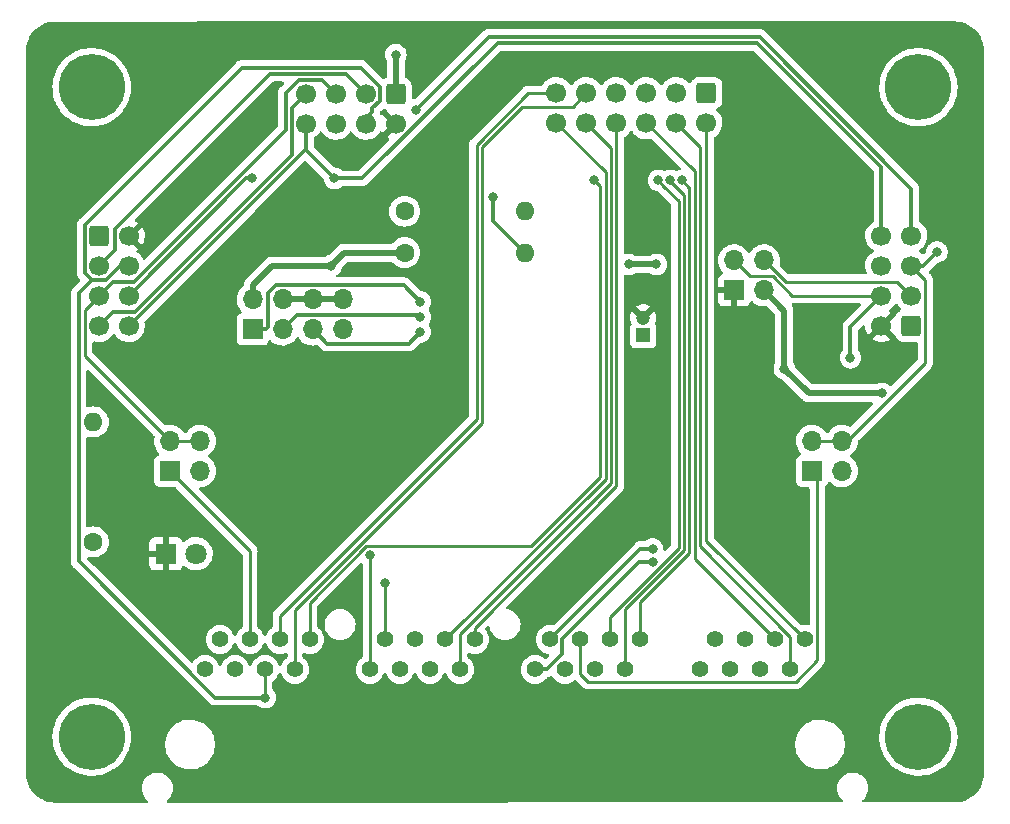
<source format=gbl>
%TF.GenerationSoftware,KiCad,Pcbnew,(6.0.4)*%
%TF.CreationDate,2022-04-04T21:53:04+02:00*%
%TF.ProjectId,SWITCH_INPUT_BOARD,53574954-4348-45f4-994e-5055545f424f,rev?*%
%TF.SameCoordinates,Original*%
%TF.FileFunction,Copper,L2,Bot*%
%TF.FilePolarity,Positive*%
%FSLAX46Y46*%
G04 Gerber Fmt 4.6, Leading zero omitted, Abs format (unit mm)*
G04 Created by KiCad (PCBNEW (6.0.4)) date 2022-04-04 21:53:04*
%MOMM*%
%LPD*%
G01*
G04 APERTURE LIST*
G04 Aperture macros list*
%AMRoundRect*
0 Rectangle with rounded corners*
0 $1 Rounding radius*
0 $2 $3 $4 $5 $6 $7 $8 $9 X,Y pos of 4 corners*
0 Add a 4 corners polygon primitive as box body*
4,1,4,$2,$3,$4,$5,$6,$7,$8,$9,$2,$3,0*
0 Add four circle primitives for the rounded corners*
1,1,$1+$1,$2,$3*
1,1,$1+$1,$4,$5*
1,1,$1+$1,$6,$7*
1,1,$1+$1,$8,$9*
0 Add four rect primitives between the rounded corners*
20,1,$1+$1,$2,$3,$4,$5,0*
20,1,$1+$1,$4,$5,$6,$7,0*
20,1,$1+$1,$6,$7,$8,$9,0*
20,1,$1+$1,$8,$9,$2,$3,0*%
G04 Aperture macros list end*
%TA.AperFunction,ComponentPad*%
%ADD10C,1.600000*%
%TD*%
%TA.AperFunction,ComponentPad*%
%ADD11O,1.600000X1.600000*%
%TD*%
%TA.AperFunction,ComponentPad*%
%ADD12RoundRect,0.250000X-0.600000X0.600000X-0.600000X-0.600000X0.600000X-0.600000X0.600000X0.600000X0*%
%TD*%
%TA.AperFunction,ComponentPad*%
%ADD13C,1.700000*%
%TD*%
%TA.AperFunction,ComponentPad*%
%ADD14C,5.600000*%
%TD*%
%TA.AperFunction,ComponentPad*%
%ADD15C,1.397000*%
%TD*%
%TA.AperFunction,ComponentPad*%
%ADD16RoundRect,0.250000X-0.600000X-0.600000X0.600000X-0.600000X0.600000X0.600000X-0.600000X0.600000X0*%
%TD*%
%TA.AperFunction,ComponentPad*%
%ADD17RoundRect,0.250000X0.600000X0.600000X-0.600000X0.600000X-0.600000X-0.600000X0.600000X-0.600000X0*%
%TD*%
%TA.AperFunction,ComponentPad*%
%ADD18R,1.200000X1.200000*%
%TD*%
%TA.AperFunction,ComponentPad*%
%ADD19C,1.200000*%
%TD*%
%TA.AperFunction,ComponentPad*%
%ADD20R,1.800000X1.800000*%
%TD*%
%TA.AperFunction,ComponentPad*%
%ADD21C,1.800000*%
%TD*%
%TA.AperFunction,ComponentPad*%
%ADD22R,1.700000X1.700000*%
%TD*%
%TA.AperFunction,ComponentPad*%
%ADD23O,1.700000X1.700000*%
%TD*%
%TA.AperFunction,ViaPad*%
%ADD24C,0.800000*%
%TD*%
%TA.AperFunction,Conductor*%
%ADD25C,0.250000*%
%TD*%
%TA.AperFunction,Conductor*%
%ADD26C,0.300000*%
%TD*%
%TA.AperFunction,Conductor*%
%ADD27C,0.500000*%
%TD*%
G04 APERTURE END LIST*
D10*
X98150000Y-103500000D03*
D11*
X98150000Y-93340000D03*
D10*
X124500000Y-75500000D03*
D11*
X134660000Y-75500000D03*
D12*
X150050000Y-65500000D03*
D13*
X150050000Y-68040000D03*
X147510000Y-65500000D03*
X147510000Y-68040000D03*
X144970000Y-65500000D03*
X144970000Y-68040000D03*
X142430000Y-65500000D03*
X142430000Y-68040000D03*
X139890000Y-65500000D03*
X139890000Y-68040000D03*
X137350000Y-65500000D03*
X137350000Y-68040000D03*
D10*
X124500000Y-79000000D03*
D11*
X134660000Y-79000000D03*
D14*
X168000000Y-120000000D03*
X168000000Y-65000000D03*
X98000000Y-65000000D03*
X98000000Y-120000000D03*
D15*
X107600000Y-114300000D03*
X108870000Y-111760000D03*
X110140000Y-114300000D03*
X111410000Y-111760000D03*
X112680000Y-114300000D03*
X113950000Y-111760000D03*
X115220000Y-114300000D03*
X116490000Y-111760000D03*
X121570000Y-114300000D03*
X122840000Y-111760000D03*
X124110000Y-114300000D03*
X125380000Y-111760000D03*
X126650000Y-114300000D03*
X127920000Y-111760000D03*
X129190000Y-114300000D03*
X130460000Y-111760000D03*
X135540000Y-114300000D03*
X136810000Y-111760000D03*
X138080000Y-114300000D03*
X139350000Y-111760000D03*
X140620000Y-114300000D03*
X141890000Y-111760000D03*
X143160000Y-114300000D03*
X144430000Y-111760000D03*
X149510000Y-114300000D03*
X150780000Y-111760000D03*
X152050000Y-114300000D03*
X153320000Y-111760000D03*
X154590000Y-114300000D03*
X155860000Y-111760000D03*
X157130000Y-114300000D03*
X158400000Y-111760000D03*
D16*
X98600000Y-77600000D03*
D13*
X101140000Y-77600000D03*
X98600000Y-80140000D03*
X101140000Y-80140000D03*
X98600000Y-82680000D03*
X101140000Y-82680000D03*
X98600000Y-85220000D03*
X101140000Y-85220000D03*
D17*
X167400000Y-85200000D03*
D13*
X164860000Y-85200000D03*
X167400000Y-82660000D03*
X164860000Y-82660000D03*
X167400000Y-80120000D03*
X164860000Y-80120000D03*
X167400000Y-77580000D03*
X164860000Y-77580000D03*
D12*
X123750000Y-65550000D03*
D13*
X123750000Y-68090000D03*
X121210000Y-65550000D03*
X121210000Y-68090000D03*
X118670000Y-65550000D03*
X118670000Y-68090000D03*
X116130000Y-65550000D03*
X116130000Y-68090000D03*
D18*
X144700000Y-86000000D03*
D19*
X144700000Y-84500000D03*
D20*
X104300000Y-104500000D03*
D21*
X106840000Y-104500000D03*
D22*
X111630000Y-85510000D03*
D23*
X111630000Y-82970000D03*
X114170000Y-85510000D03*
X114170000Y-82970000D03*
X116710000Y-85510000D03*
X116710000Y-82970000D03*
X119250000Y-85510000D03*
X119250000Y-82970000D03*
D22*
X159000000Y-97500000D03*
D23*
X159000000Y-94960000D03*
X161540000Y-97500000D03*
X161540000Y-94960000D03*
D22*
X104650000Y-97500000D03*
D23*
X104650000Y-94960000D03*
X107190000Y-97500000D03*
X107190000Y-94960000D03*
D22*
X152400000Y-82200000D03*
D23*
X152400000Y-79660000D03*
X154940000Y-82200000D03*
X154940000Y-79660000D03*
D24*
X112700000Y-116680000D03*
X162250000Y-87910000D03*
X140540000Y-72850000D03*
X121600000Y-104600000D03*
X122800000Y-107000000D03*
X145500000Y-105200000D03*
X145500000Y-104100000D03*
X145990000Y-72890000D03*
X147000000Y-72900000D03*
X148000000Y-72900000D03*
X123760000Y-62250000D03*
X118270000Y-80110000D03*
X156650000Y-88820000D03*
X164920000Y-90920000D03*
X145820000Y-80000000D03*
X143490000Y-80010000D03*
X169570000Y-78940000D03*
X125490001Y-66889999D03*
X129650000Y-68940000D03*
X111810000Y-76360000D03*
X105890000Y-90390000D03*
X105310000Y-74630000D03*
X170540000Y-87880000D03*
X143880000Y-88250000D03*
X126190000Y-68870000D03*
X104180000Y-108140000D03*
X111570000Y-72730000D03*
X118560000Y-72720000D03*
X132000000Y-74300000D03*
X125830000Y-83170000D03*
X125830000Y-84445000D03*
X125830000Y-85720000D03*
D25*
X111410000Y-104260000D02*
X111410000Y-111760000D01*
X104650000Y-97500000D02*
X111410000Y-104260000D01*
D26*
X122410001Y-64973999D02*
X122410001Y-66159999D01*
X97399999Y-80716001D02*
X97399999Y-76690001D01*
D25*
X112680000Y-114300000D02*
X112680000Y-116660000D01*
D26*
X96899989Y-105151771D02*
X96899989Y-82464011D01*
X96899989Y-82464011D02*
X98023999Y-81340001D01*
D25*
X155668589Y-81024999D02*
X157303590Y-82660000D01*
D26*
X108428218Y-116680000D02*
X96899989Y-105151771D01*
X162250000Y-87910000D02*
X162250000Y-85270000D01*
X121770000Y-66800000D02*
X121770000Y-67100000D01*
X99176001Y-81340001D02*
X98023999Y-81340001D01*
X112700000Y-116680000D02*
X108428218Y-116680000D01*
D25*
X152400000Y-79660000D02*
X153764999Y-81024999D01*
D26*
X97399999Y-76690001D02*
X110740021Y-63349979D01*
X122410001Y-66159999D02*
X121770000Y-66800000D01*
D25*
X153764999Y-81024999D02*
X155668589Y-81024999D01*
D26*
X121770000Y-67100000D02*
X121210000Y-67660000D01*
D25*
X112680000Y-116660000D02*
X112700000Y-116680000D01*
D26*
X101140000Y-80140000D02*
X100376002Y-80140000D01*
X110740021Y-63349979D02*
X120785981Y-63349979D01*
X120785981Y-63349979D02*
X122410001Y-64973999D01*
D25*
X157303590Y-82660000D02*
X164860000Y-82660000D01*
D26*
X162250000Y-85270000D02*
X164860000Y-82660000D01*
X100376002Y-80140000D02*
X99176001Y-81340001D01*
X121210000Y-67660000D02*
X121210000Y-68090000D01*
X98023999Y-81340001D02*
X97399999Y-80716001D01*
D25*
X130589991Y-69884597D02*
X134974588Y-65500000D01*
X113950000Y-109752079D02*
X130589990Y-93112089D01*
X130589990Y-93112089D02*
X130589991Y-69884597D01*
X113950000Y-111760000D02*
X113950000Y-109752079D01*
X134974588Y-65500000D02*
X137350000Y-65500000D01*
X134435997Y-66675001D02*
X138714999Y-66675001D01*
X138714999Y-66675001D02*
X139890000Y-65500000D01*
X115220000Y-109270588D02*
X131040000Y-93450588D01*
X131040000Y-93450588D02*
X131040000Y-70070998D01*
X115220000Y-114300000D02*
X115464782Y-114300000D01*
X131040000Y-70070998D02*
X134435997Y-66675001D01*
X115220000Y-114300000D02*
X115220000Y-109270588D01*
X135168591Y-103874999D02*
X141079970Y-97963620D01*
X141079970Y-73389970D02*
X140540000Y-72850000D01*
X116490000Y-111760000D02*
X116490000Y-108636998D01*
X116490000Y-108636998D02*
X121251999Y-103874999D01*
X121251999Y-103874999D02*
X135168591Y-103874999D01*
X141079970Y-97963620D02*
X141079970Y-73389970D01*
X121570000Y-104630000D02*
X121600000Y-104600000D01*
X121570000Y-114300000D02*
X121570000Y-104630000D01*
X122840000Y-111760000D02*
X122840000Y-107040000D01*
X122840000Y-107040000D02*
X122800000Y-107000000D01*
X141529980Y-72219980D02*
X137350000Y-68040000D01*
X141529980Y-98150020D02*
X141529980Y-72219980D01*
X127920000Y-111760000D02*
X141529980Y-98150020D01*
X141979990Y-70129990D02*
X139890000Y-68040000D01*
X129190000Y-111269990D02*
X141979990Y-98480000D01*
X141979990Y-98480000D02*
X141979990Y-70129990D01*
X129190000Y-114300000D02*
X129190000Y-111269990D01*
X130460000Y-110772172D02*
X142430000Y-98802172D01*
X142430000Y-98802172D02*
X142430000Y-68040000D01*
X130460000Y-111760000D02*
X130460000Y-110772172D01*
D26*
X136527828Y-114300000D02*
X135540000Y-114300000D01*
X137858501Y-111699717D02*
X137858501Y-112969327D01*
X144358218Y-105200000D02*
X137858501Y-111699717D01*
X145500000Y-105200000D02*
X144358218Y-105200000D01*
X137858501Y-112969327D02*
X136527828Y-114300000D01*
X144470000Y-104100000D02*
X136810000Y-111760000D01*
X145500000Y-104100000D02*
X144470000Y-104100000D01*
D25*
X157621281Y-115323501D02*
X140023501Y-115323501D01*
X159000000Y-97500000D02*
X159423501Y-97923501D01*
X139350000Y-114650000D02*
X139350000Y-111760000D01*
X159423501Y-113521281D02*
X157621281Y-115323501D01*
X159423501Y-97923501D02*
X159423501Y-113521281D01*
X140023501Y-115323501D02*
X139350000Y-114650000D01*
X141890000Y-111760000D02*
X141890000Y-109837180D01*
X147699960Y-74669960D02*
X146400000Y-73370000D01*
X146000000Y-72973002D02*
X146000000Y-72900000D01*
X141890000Y-109837180D02*
X147699960Y-104027220D01*
X147699960Y-104027220D02*
X147699960Y-74655000D01*
X146400000Y-73373002D02*
X146000000Y-72973002D01*
X147000000Y-72973002D02*
X147000000Y-72900000D01*
X148149970Y-74122972D02*
X147000000Y-72973002D01*
X143160000Y-109203590D02*
X148149970Y-104213620D01*
X143160000Y-114300000D02*
X143160000Y-109203590D01*
X148149970Y-104213620D02*
X148149970Y-74122972D01*
X148599980Y-73499980D02*
X148000000Y-72900000D01*
X144430000Y-108570000D02*
X148599980Y-104400020D01*
X144430000Y-111760000D02*
X144430000Y-108570000D01*
X148599980Y-104400020D02*
X148599980Y-73499980D01*
X149049990Y-104949990D02*
X149049990Y-72119990D01*
X149049990Y-72119990D02*
X144970000Y-68040000D01*
X155860000Y-111760000D02*
X149049990Y-104949990D01*
X149500000Y-103885218D02*
X149500000Y-70030000D01*
X157130000Y-111515218D02*
X149500000Y-103885218D01*
X149500000Y-70030000D02*
X147510000Y-68040000D01*
X157130000Y-114300000D02*
X157130000Y-111515218D01*
X158400000Y-111760000D02*
X150050000Y-103410000D01*
X150050000Y-103410000D02*
X150050000Y-68040000D01*
D27*
X123750000Y-62260000D02*
X123760000Y-62250000D01*
X145810000Y-80010000D02*
X145820000Y-80000000D01*
X156650000Y-83910000D02*
X154940000Y-82200000D01*
X113287919Y-80110000D02*
X118270000Y-80110000D01*
X124500000Y-79000000D02*
X119380000Y-79000000D01*
X119250000Y-82970000D02*
X116710000Y-82970000D01*
X119380000Y-79000000D02*
X118270000Y-80110000D01*
X156650000Y-88820000D02*
X156650000Y-83910000D01*
X111630000Y-81767919D02*
X113287919Y-80110000D01*
X143490000Y-80010000D02*
X145810000Y-80010000D01*
X111630000Y-82970000D02*
X111630000Y-81767919D01*
X158750000Y-90920000D02*
X156650000Y-88820000D01*
X123750000Y-65550000D02*
X123750000Y-62260000D01*
X164920000Y-90920000D02*
X158750000Y-90920000D01*
X116710000Y-82970000D02*
X114170000Y-82970000D01*
D26*
X99939999Y-77023999D02*
X113114009Y-63849989D01*
D25*
X166224999Y-81484999D02*
X167400000Y-82660000D01*
X156764999Y-81484999D02*
X166224999Y-81484999D01*
D26*
X99939999Y-78800001D02*
X99939999Y-77023999D01*
X113114009Y-63849989D02*
X119509989Y-63849989D01*
X119509989Y-63849989D02*
X121210000Y-65550000D01*
D25*
X154940000Y-79660000D02*
X156764999Y-81484999D01*
D26*
X98600000Y-80140000D02*
X99939999Y-78800001D01*
X99800001Y-81479999D02*
X101576003Y-81479999D01*
D25*
X97424999Y-87734999D02*
X104650000Y-94960000D01*
X104650000Y-94960000D02*
X107190000Y-94960000D01*
X168575001Y-88338001D02*
X161953002Y-94960000D01*
D26*
X117469999Y-64349999D02*
X118670000Y-65550000D01*
X98600000Y-82680000D02*
X99800001Y-81479999D01*
D25*
X167400000Y-80120000D02*
X168575001Y-81295001D01*
D26*
X101576003Y-81479999D02*
X114429989Y-68626013D01*
D25*
X98600000Y-82680000D02*
X97424999Y-83855001D01*
X161953002Y-94960000D02*
X159000000Y-94960000D01*
D26*
X167400000Y-80120000D02*
X168390000Y-80120000D01*
D25*
X168575001Y-81295001D02*
X168575001Y-88338001D01*
D26*
X115553999Y-64349999D02*
X117469999Y-64349999D01*
X114429989Y-68626013D02*
X114429989Y-65474009D01*
X114429989Y-65474009D02*
X115553999Y-64349999D01*
X168390000Y-80120000D02*
X169570000Y-78940000D01*
D25*
X97424999Y-83855001D02*
X97424999Y-87734999D01*
D26*
X114929999Y-66750001D02*
X116130000Y-65550000D01*
X167400000Y-77580000D02*
X167400000Y-73592880D01*
X132168892Y-60739990D02*
X132168890Y-60739992D01*
X131640010Y-60739990D02*
X132168892Y-60739990D01*
X125490001Y-66889999D02*
X131640010Y-60739990D01*
X98600000Y-85220000D02*
X99800001Y-84019999D01*
X101632881Y-84019999D02*
X114929999Y-70722881D01*
X114929999Y-70722881D02*
X114929999Y-66750001D01*
X167400000Y-73592880D02*
X154547110Y-60739990D01*
X99800001Y-84019999D02*
X101632881Y-84019999D01*
X154547110Y-60739990D02*
X132168892Y-60739990D01*
D25*
X129580000Y-68870000D02*
X129650000Y-68940000D01*
D27*
X104300000Y-108020000D02*
X104180000Y-108140000D01*
X104300000Y-104500000D02*
X104300000Y-108020000D01*
D25*
X126190000Y-68870000D02*
X129580000Y-68870000D01*
D26*
X101140000Y-82680000D02*
X111090000Y-72730000D01*
X111090000Y-72730000D02*
X111570000Y-72730000D01*
X101140000Y-85220000D02*
X116130000Y-70230000D01*
X132376002Y-61240000D02*
X120896002Y-72720000D01*
X132000000Y-76340000D02*
X134660000Y-79000000D01*
X116130000Y-68090000D02*
X116130000Y-70290000D01*
X120896002Y-72720000D02*
X118560000Y-72720000D01*
X116130000Y-70230000D02*
X116130000Y-68090000D01*
X164860000Y-71760000D02*
X154340000Y-61240000D01*
X154340000Y-61240000D02*
X132376002Y-61240000D01*
X132000000Y-74300000D02*
X132000000Y-76340000D01*
X164860000Y-77580000D02*
X164860000Y-71760000D01*
X116130000Y-70290000D02*
X118560000Y-72720000D01*
X111630000Y-85510000D02*
X112780000Y-85510000D01*
X113593999Y-81769999D02*
X124429999Y-81769999D01*
X112969999Y-82393999D02*
X113593999Y-81769999D01*
X124429999Y-81769999D02*
X125830000Y-83170000D01*
X112780000Y-85510000D02*
X112969999Y-85320001D01*
X112969999Y-85320001D02*
X112969999Y-82393999D01*
X115370001Y-84309999D02*
X125694999Y-84309999D01*
X114170000Y-85510000D02*
X115370001Y-84309999D01*
X125825001Y-84449999D02*
X125830000Y-84445000D01*
X125694999Y-84309999D02*
X125830000Y-84445000D01*
X124839999Y-86710001D02*
X125830000Y-85720000D01*
X116710000Y-85510000D02*
X117910001Y-86710001D01*
X117910001Y-86710001D02*
X124839999Y-86710001D01*
X125760000Y-85650000D02*
X125830000Y-85720000D01*
%TA.AperFunction,Conductor*%
G36*
X171040069Y-59428942D02*
G01*
X171054848Y-59431244D01*
X171054856Y-59431244D01*
X171063724Y-59432625D01*
X171080923Y-59430376D01*
X171104863Y-59429543D01*
X171362839Y-59445148D01*
X171377943Y-59446982D01*
X171659012Y-59498489D01*
X171673785Y-59502130D01*
X171946607Y-59587145D01*
X171960825Y-59592537D01*
X172221410Y-59709817D01*
X172234866Y-59716880D01*
X172479415Y-59864714D01*
X172491935Y-59873356D01*
X172612532Y-59967838D01*
X172716883Y-60049592D01*
X172728271Y-60059682D01*
X172930318Y-60261729D01*
X172940408Y-60273117D01*
X173116643Y-60498063D01*
X173125285Y-60510584D01*
X173273120Y-60755134D01*
X173280183Y-60768590D01*
X173339325Y-60899998D01*
X173397461Y-61029171D01*
X173402857Y-61043398D01*
X173487870Y-61316215D01*
X173491511Y-61330988D01*
X173543018Y-61612057D01*
X173544852Y-61627161D01*
X173560019Y-61877904D01*
X173558758Y-61904716D01*
X173558756Y-61904852D01*
X173557375Y-61913724D01*
X173558539Y-61922626D01*
X173558539Y-61922628D01*
X173561502Y-61945282D01*
X173562566Y-61961620D01*
X173562164Y-88697237D01*
X173561649Y-123020635D01*
X173560149Y-123040018D01*
X173557839Y-123054851D01*
X173557839Y-123054855D01*
X173556458Y-123063724D01*
X173558707Y-123080919D01*
X173559540Y-123104863D01*
X173543942Y-123362728D01*
X173542108Y-123377832D01*
X173490620Y-123658793D01*
X173486979Y-123673566D01*
X173421492Y-123883723D01*
X173401999Y-123946277D01*
X173396611Y-123960486D01*
X173279365Y-124220998D01*
X173272309Y-124234440D01*
X173163567Y-124414321D01*
X173124531Y-124478894D01*
X173115888Y-124491416D01*
X172939722Y-124716275D01*
X172929632Y-124727663D01*
X172727663Y-124929632D01*
X172716275Y-124939722D01*
X172652357Y-124989799D01*
X172491416Y-125115888D01*
X172478895Y-125124530D01*
X172234440Y-125272309D01*
X172220998Y-125279365D01*
X171960486Y-125396611D01*
X171946282Y-125401997D01*
X171736455Y-125467382D01*
X171673566Y-125486979D01*
X171658793Y-125490620D01*
X171377832Y-125542108D01*
X171362727Y-125543942D01*
X171112095Y-125559102D01*
X171085278Y-125557841D01*
X171085149Y-125557839D01*
X171076276Y-125556458D01*
X171056055Y-125559102D01*
X171044667Y-125560591D01*
X171028347Y-125561654D01*
X167585919Y-125562099D01*
X163362214Y-125562646D01*
X163294091Y-125542653D01*
X163247591Y-125489003D01*
X163237478Y-125418730D01*
X163266963Y-125354146D01*
X163279860Y-125341449D01*
X163282965Y-125339275D01*
X163444875Y-125177365D01*
X163576210Y-124989800D01*
X163578533Y-124984818D01*
X163578536Y-124984813D01*
X163670656Y-124787259D01*
X163670656Y-124787258D01*
X163672979Y-124782277D01*
X163685409Y-124735890D01*
X163730818Y-124566419D01*
X163730818Y-124566417D01*
X163732242Y-124561104D01*
X163752199Y-124333000D01*
X163732242Y-124104896D01*
X163728180Y-124089735D01*
X163674402Y-123889033D01*
X163674401Y-123889031D01*
X163672979Y-123883723D01*
X163613108Y-123755329D01*
X163578536Y-123681188D01*
X163578533Y-123681183D01*
X163576210Y-123676201D01*
X163444875Y-123488635D01*
X163282965Y-123326725D01*
X163278457Y-123323568D01*
X163278454Y-123323566D01*
X163099908Y-123198547D01*
X163099906Y-123198546D01*
X163095399Y-123195390D01*
X163090417Y-123193067D01*
X163090412Y-123193064D01*
X162892859Y-123100944D01*
X162892858Y-123100943D01*
X162887877Y-123098621D01*
X162882569Y-123097199D01*
X162882567Y-123097198D01*
X162672019Y-123040782D01*
X162672017Y-123040782D01*
X162666704Y-123039358D01*
X162566781Y-123030616D01*
X162498461Y-123024638D01*
X162498454Y-123024638D01*
X162495737Y-123024400D01*
X162381463Y-123024400D01*
X162378746Y-123024638D01*
X162378739Y-123024638D01*
X162310419Y-123030616D01*
X162210496Y-123039358D01*
X162205183Y-123040782D01*
X162205181Y-123040782D01*
X161994633Y-123097198D01*
X161994631Y-123097199D01*
X161989323Y-123098621D01*
X161984342Y-123100943D01*
X161984341Y-123100944D01*
X161786788Y-123193064D01*
X161786783Y-123193067D01*
X161781801Y-123195390D01*
X161777294Y-123198546D01*
X161777292Y-123198547D01*
X161598746Y-123323566D01*
X161598743Y-123323568D01*
X161594235Y-123326725D01*
X161432325Y-123488635D01*
X161300990Y-123676200D01*
X161298667Y-123681182D01*
X161298664Y-123681187D01*
X161259442Y-123765300D01*
X161204221Y-123883723D01*
X161202799Y-123889031D01*
X161202798Y-123889033D01*
X161149020Y-124089735D01*
X161144958Y-124104896D01*
X161125001Y-124333000D01*
X161144958Y-124561104D01*
X161146382Y-124566417D01*
X161146382Y-124566419D01*
X161191792Y-124735890D01*
X161204221Y-124782277D01*
X161206543Y-124787258D01*
X161206544Y-124787259D01*
X161298664Y-124984812D01*
X161298665Y-124984813D01*
X161300990Y-124989799D01*
X161304146Y-124994306D01*
X161304147Y-124994308D01*
X161399485Y-125130464D01*
X161432325Y-125177365D01*
X161594235Y-125339275D01*
X161596708Y-125341007D01*
X161635606Y-125399478D01*
X161636730Y-125470465D01*
X161599296Y-125530792D01*
X161535190Y-125561303D01*
X161515303Y-125562885D01*
X104475515Y-125570264D01*
X104407392Y-125550271D01*
X104360892Y-125496621D01*
X104350779Y-125426348D01*
X104380264Y-125361764D01*
X104397358Y-125346347D01*
X104397041Y-125345969D01*
X104401254Y-125342434D01*
X104405765Y-125339275D01*
X104567675Y-125177365D01*
X104699010Y-124989800D01*
X104701333Y-124984818D01*
X104701336Y-124984813D01*
X104793456Y-124787259D01*
X104793456Y-124787258D01*
X104795779Y-124782277D01*
X104808209Y-124735890D01*
X104853618Y-124566419D01*
X104853618Y-124566417D01*
X104855042Y-124561104D01*
X104874999Y-124333000D01*
X104855042Y-124104896D01*
X104850980Y-124089735D01*
X104797202Y-123889033D01*
X104797201Y-123889031D01*
X104795779Y-123883723D01*
X104735908Y-123755329D01*
X104701336Y-123681188D01*
X104701333Y-123681183D01*
X104699010Y-123676201D01*
X104567675Y-123488635D01*
X104405765Y-123326725D01*
X104401257Y-123323568D01*
X104401254Y-123323566D01*
X104222708Y-123198547D01*
X104222706Y-123198546D01*
X104218199Y-123195390D01*
X104213217Y-123193067D01*
X104213212Y-123193064D01*
X104015659Y-123100944D01*
X104015658Y-123100943D01*
X104010677Y-123098621D01*
X104005369Y-123097199D01*
X104005367Y-123097198D01*
X103794819Y-123040782D01*
X103794817Y-123040782D01*
X103789504Y-123039358D01*
X103689581Y-123030616D01*
X103621261Y-123024638D01*
X103621254Y-123024638D01*
X103618537Y-123024400D01*
X103504263Y-123024400D01*
X103501546Y-123024638D01*
X103501539Y-123024638D01*
X103433219Y-123030616D01*
X103333296Y-123039358D01*
X103327983Y-123040782D01*
X103327981Y-123040782D01*
X103117433Y-123097198D01*
X103117431Y-123097199D01*
X103112123Y-123098621D01*
X103107142Y-123100943D01*
X103107141Y-123100944D01*
X102909588Y-123193064D01*
X102909583Y-123193067D01*
X102904601Y-123195390D01*
X102900094Y-123198546D01*
X102900092Y-123198547D01*
X102721546Y-123323566D01*
X102721543Y-123323568D01*
X102717035Y-123326725D01*
X102555125Y-123488635D01*
X102423790Y-123676200D01*
X102421467Y-123681182D01*
X102421464Y-123681187D01*
X102382242Y-123765300D01*
X102327021Y-123883723D01*
X102325599Y-123889031D01*
X102325598Y-123889033D01*
X102271820Y-124089735D01*
X102267758Y-124104896D01*
X102247801Y-124333000D01*
X102267758Y-124561104D01*
X102269182Y-124566417D01*
X102269182Y-124566419D01*
X102314592Y-124735890D01*
X102327021Y-124782277D01*
X102329343Y-124787258D01*
X102329344Y-124787259D01*
X102421464Y-124984812D01*
X102421465Y-124984813D01*
X102423790Y-124989799D01*
X102426946Y-124994306D01*
X102426947Y-124994308D01*
X102522285Y-125130464D01*
X102555125Y-125177365D01*
X102717035Y-125339275D01*
X102721546Y-125342434D01*
X102725759Y-125345969D01*
X102724682Y-125347253D01*
X102764244Y-125396761D01*
X102771543Y-125467382D01*
X102739503Y-125530738D01*
X102678297Y-125566714D01*
X102647658Y-125570501D01*
X94969339Y-125571494D01*
X94949946Y-125569994D01*
X94940356Y-125568501D01*
X94935147Y-125567690D01*
X94935145Y-125567690D01*
X94926276Y-125566309D01*
X94909077Y-125568558D01*
X94885137Y-125569391D01*
X94627290Y-125553794D01*
X94612186Y-125551960D01*
X94540214Y-125538771D01*
X94331240Y-125500475D01*
X94316473Y-125496836D01*
X94090270Y-125426348D01*
X94043769Y-125411858D01*
X94029555Y-125406466D01*
X93769092Y-125289242D01*
X93755621Y-125282172D01*
X93739298Y-125272304D01*
X93588697Y-125181262D01*
X93511187Y-125134405D01*
X93498666Y-125125762D01*
X93273829Y-124949615D01*
X93262440Y-124939525D01*
X93060475Y-124737560D01*
X93050385Y-124726171D01*
X92874238Y-124501334D01*
X92865595Y-124488813D01*
X92717828Y-124244379D01*
X92710757Y-124230906D01*
X92656511Y-124110376D01*
X92593534Y-123970445D01*
X92588141Y-123956227D01*
X92585041Y-123946277D01*
X92503164Y-123683526D01*
X92499523Y-123668754D01*
X92448040Y-123387814D01*
X92446206Y-123372710D01*
X92431269Y-123125768D01*
X92432520Y-123102216D01*
X92432334Y-123102199D01*
X92432769Y-123097350D01*
X92433576Y-123092552D01*
X92433729Y-123080000D01*
X92429779Y-123052422D01*
X92428507Y-123034546D01*
X92428508Y-123033488D01*
X92429005Y-119988434D01*
X94686661Y-119988434D01*
X94704792Y-120346340D01*
X94705329Y-120349695D01*
X94705330Y-120349701D01*
X94732859Y-120521571D01*
X94761470Y-120700195D01*
X94856033Y-121045859D01*
X94987374Y-121379288D01*
X95018151Y-121437909D01*
X95116534Y-121625301D01*
X95153957Y-121696582D01*
X95155858Y-121699411D01*
X95155864Y-121699421D01*
X95275665Y-121877702D01*
X95353834Y-121994029D01*
X95584665Y-122268150D01*
X95843751Y-122515738D01*
X96128061Y-122733897D01*
X96168615Y-122758554D01*
X96431355Y-122918303D01*
X96431360Y-122918306D01*
X96434270Y-122920075D01*
X96437358Y-122921521D01*
X96437357Y-122921521D01*
X96755710Y-123070649D01*
X96755720Y-123070653D01*
X96758794Y-123072093D01*
X96762012Y-123073195D01*
X96762015Y-123073196D01*
X97094615Y-123187071D01*
X97094623Y-123187073D01*
X97097838Y-123188174D01*
X97447435Y-123266959D01*
X97499728Y-123272917D01*
X97800114Y-123307142D01*
X97800122Y-123307142D01*
X97803497Y-123307527D01*
X97806901Y-123307545D01*
X97806904Y-123307545D01*
X98001227Y-123308562D01*
X98161857Y-123309403D01*
X98165243Y-123309053D01*
X98165245Y-123309053D01*
X98514932Y-123272917D01*
X98514941Y-123272916D01*
X98518324Y-123272566D01*
X98521657Y-123271852D01*
X98521660Y-123271851D01*
X98694186Y-123234864D01*
X98868727Y-123197446D01*
X99208968Y-123084922D01*
X99535066Y-122936311D01*
X99834197Y-122758700D01*
X99840262Y-122755099D01*
X99840267Y-122755096D01*
X99843207Y-122753350D01*
X99855566Y-122744071D01*
X99943260Y-122678228D01*
X100129786Y-122538180D01*
X100391451Y-122293319D01*
X100625140Y-122021630D01*
X100741315Y-121852594D01*
X100826190Y-121729101D01*
X100826195Y-121729094D01*
X100828120Y-121726292D01*
X100829732Y-121723298D01*
X100829737Y-121723290D01*
X100996395Y-121413772D01*
X100998017Y-121410760D01*
X101086768Y-121192191D01*
X101131562Y-121081877D01*
X101131564Y-121081872D01*
X101132842Y-121078724D01*
X101134782Y-121071916D01*
X101163527Y-120971006D01*
X101217163Y-120782716D01*
X104220544Y-120782716D01*
X104221103Y-120786960D01*
X104221103Y-120786964D01*
X104223451Y-120804798D01*
X104258072Y-121067774D01*
X104259205Y-121071914D01*
X104259205Y-121071916D01*
X104261930Y-121081877D01*
X104333941Y-121345101D01*
X104446745Y-121609567D01*
X104448948Y-121613248D01*
X104514807Y-121723290D01*
X104594397Y-121856276D01*
X104774165Y-122080663D01*
X104777267Y-122083607D01*
X104777271Y-122083611D01*
X104979614Y-122275628D01*
X104982723Y-122278578D01*
X105216212Y-122446356D01*
X105470310Y-122580894D01*
X105740317Y-122679703D01*
X106021235Y-122740953D01*
X106049812Y-122743202D01*
X106244279Y-122758507D01*
X106244288Y-122758507D01*
X106246736Y-122758700D01*
X106402270Y-122758700D01*
X106404406Y-122758554D01*
X106404417Y-122758554D01*
X106612575Y-122744363D01*
X106612581Y-122744362D01*
X106616852Y-122744071D01*
X106621047Y-122743202D01*
X106621049Y-122743202D01*
X106894190Y-122686637D01*
X106898396Y-122685766D01*
X107169423Y-122589791D01*
X107424916Y-122457921D01*
X107441372Y-122446356D01*
X107656644Y-122295060D01*
X107660149Y-122292597D01*
X107870768Y-122096877D01*
X108052876Y-121874384D01*
X108203104Y-121629235D01*
X108318671Y-121365966D01*
X108397439Y-121089448D01*
X108398966Y-121078724D01*
X108437346Y-120809049D01*
X108437951Y-120804798D01*
X108438067Y-120782716D01*
X157560544Y-120782716D01*
X157561103Y-120786960D01*
X157561103Y-120786964D01*
X157563451Y-120804798D01*
X157598072Y-121067774D01*
X157599205Y-121071914D01*
X157599205Y-121071916D01*
X157601930Y-121081877D01*
X157673941Y-121345101D01*
X157786745Y-121609567D01*
X157788948Y-121613248D01*
X157854807Y-121723290D01*
X157934397Y-121856276D01*
X158114165Y-122080663D01*
X158117267Y-122083607D01*
X158117271Y-122083611D01*
X158319614Y-122275628D01*
X158322723Y-122278578D01*
X158556212Y-122446356D01*
X158810310Y-122580894D01*
X159080317Y-122679703D01*
X159361235Y-122740953D01*
X159389812Y-122743202D01*
X159584279Y-122758507D01*
X159584288Y-122758507D01*
X159586736Y-122758700D01*
X159742270Y-122758700D01*
X159744406Y-122758554D01*
X159744417Y-122758554D01*
X159952575Y-122744363D01*
X159952581Y-122744362D01*
X159956852Y-122744071D01*
X159961047Y-122743202D01*
X159961049Y-122743202D01*
X160234190Y-122686637D01*
X160238396Y-122685766D01*
X160509423Y-122589791D01*
X160764916Y-122457921D01*
X160781372Y-122446356D01*
X160996644Y-122295060D01*
X161000149Y-122292597D01*
X161210768Y-122096877D01*
X161392876Y-121874384D01*
X161543104Y-121629235D01*
X161658671Y-121365966D01*
X161737439Y-121089448D01*
X161738966Y-121078724D01*
X161777346Y-120809049D01*
X161777951Y-120804798D01*
X161779456Y-120517284D01*
X161777115Y-120499498D01*
X161761932Y-120384175D01*
X161741928Y-120232226D01*
X161675233Y-119988434D01*
X164686661Y-119988434D01*
X164704792Y-120346340D01*
X164705329Y-120349695D01*
X164705330Y-120349701D01*
X164732859Y-120521571D01*
X164761470Y-120700195D01*
X164856033Y-121045859D01*
X164987374Y-121379288D01*
X165018151Y-121437909D01*
X165116534Y-121625301D01*
X165153957Y-121696582D01*
X165155858Y-121699411D01*
X165155864Y-121699421D01*
X165275665Y-121877702D01*
X165353834Y-121994029D01*
X165584665Y-122268150D01*
X165843751Y-122515738D01*
X166128061Y-122733897D01*
X166168615Y-122758554D01*
X166431355Y-122918303D01*
X166431360Y-122918306D01*
X166434270Y-122920075D01*
X166437358Y-122921521D01*
X166437357Y-122921521D01*
X166755710Y-123070649D01*
X166755720Y-123070653D01*
X166758794Y-123072093D01*
X166762012Y-123073195D01*
X166762015Y-123073196D01*
X167094615Y-123187071D01*
X167094623Y-123187073D01*
X167097838Y-123188174D01*
X167447435Y-123266959D01*
X167499728Y-123272917D01*
X167800114Y-123307142D01*
X167800122Y-123307142D01*
X167803497Y-123307527D01*
X167806901Y-123307545D01*
X167806904Y-123307545D01*
X168001227Y-123308562D01*
X168161857Y-123309403D01*
X168165243Y-123309053D01*
X168165245Y-123309053D01*
X168514932Y-123272917D01*
X168514941Y-123272916D01*
X168518324Y-123272566D01*
X168521657Y-123271852D01*
X168521660Y-123271851D01*
X168694186Y-123234864D01*
X168868727Y-123197446D01*
X169208968Y-123084922D01*
X169535066Y-122936311D01*
X169834197Y-122758700D01*
X169840262Y-122755099D01*
X169840267Y-122755096D01*
X169843207Y-122753350D01*
X169855566Y-122744071D01*
X169943260Y-122678228D01*
X170129786Y-122538180D01*
X170391451Y-122293319D01*
X170625140Y-122021630D01*
X170741315Y-121852594D01*
X170826190Y-121729101D01*
X170826195Y-121729094D01*
X170828120Y-121726292D01*
X170829732Y-121723298D01*
X170829737Y-121723290D01*
X170996395Y-121413772D01*
X170998017Y-121410760D01*
X171086768Y-121192191D01*
X171131562Y-121081877D01*
X171131564Y-121081872D01*
X171132842Y-121078724D01*
X171134782Y-121071916D01*
X171163527Y-120971006D01*
X171231020Y-120734070D01*
X171291401Y-120380828D01*
X171293511Y-120346340D01*
X171313168Y-120024928D01*
X171313278Y-120023131D01*
X171313359Y-120000000D01*
X171293979Y-119642159D01*
X171236066Y-119288505D01*
X171140297Y-118943173D01*
X171137243Y-118935497D01*
X171009052Y-118613369D01*
X171007793Y-118610205D01*
X170971310Y-118541300D01*
X170841702Y-118296513D01*
X170841698Y-118296506D01*
X170840103Y-118293494D01*
X170639190Y-117996746D01*
X170407403Y-117723432D01*
X170147454Y-117476750D01*
X169906648Y-117293305D01*
X169865091Y-117261647D01*
X169865089Y-117261646D01*
X169862384Y-117259585D01*
X169859472Y-117257828D01*
X169859467Y-117257825D01*
X169558443Y-117076236D01*
X169558437Y-117076233D01*
X169555528Y-117074478D01*
X169230475Y-116923593D01*
X169052538Y-116863365D01*
X168894255Y-116809789D01*
X168894250Y-116809788D01*
X168891028Y-116808697D01*
X168692681Y-116764724D01*
X168544493Y-116731871D01*
X168544487Y-116731870D01*
X168541158Y-116731132D01*
X168537769Y-116730758D01*
X168537764Y-116730757D01*
X168188338Y-116692180D01*
X168188333Y-116692180D01*
X168184957Y-116691807D01*
X168181558Y-116691801D01*
X168181557Y-116691801D01*
X168012080Y-116691505D01*
X167826592Y-116691182D01*
X167713413Y-116703277D01*
X167473639Y-116728901D01*
X167473631Y-116728902D01*
X167470256Y-116729263D01*
X167120117Y-116805606D01*
X166780271Y-116919317D01*
X166777178Y-116920739D01*
X166777177Y-116920740D01*
X166770974Y-116923593D01*
X166454694Y-117069066D01*
X166451760Y-117070822D01*
X166451758Y-117070823D01*
X166150196Y-117251304D01*
X166147193Y-117253101D01*
X166144467Y-117255163D01*
X166144465Y-117255164D01*
X166002213Y-117362749D01*
X165861367Y-117469270D01*
X165858882Y-117471612D01*
X165858877Y-117471616D01*
X165855613Y-117474692D01*
X165600559Y-117715043D01*
X165367819Y-117987546D01*
X165365900Y-117990358D01*
X165365897Y-117990363D01*
X165272624Y-118127097D01*
X165165871Y-118283591D01*
X164997077Y-118599714D01*
X164863411Y-118932218D01*
X164862491Y-118935492D01*
X164862489Y-118935497D01*
X164781766Y-119222679D01*
X164766437Y-119277213D01*
X164765875Y-119280570D01*
X164765875Y-119280571D01*
X164737957Y-119447406D01*
X164707290Y-119630663D01*
X164686661Y-119988434D01*
X161675233Y-119988434D01*
X161666059Y-119954899D01*
X161553255Y-119690433D01*
X161519523Y-119634070D01*
X161407807Y-119447406D01*
X161407804Y-119447402D01*
X161405603Y-119443724D01*
X161225835Y-119219337D01*
X161222733Y-119216393D01*
X161222729Y-119216389D01*
X161020386Y-119024372D01*
X161020383Y-119024370D01*
X161017277Y-119021422D01*
X160783788Y-118853644D01*
X160529690Y-118719106D01*
X160259683Y-118620297D01*
X159978765Y-118559047D01*
X159948081Y-118556632D01*
X159755721Y-118541493D01*
X159755712Y-118541493D01*
X159753264Y-118541300D01*
X159597730Y-118541300D01*
X159595594Y-118541446D01*
X159595583Y-118541446D01*
X159387425Y-118555637D01*
X159387419Y-118555638D01*
X159383148Y-118555929D01*
X159378953Y-118556798D01*
X159378951Y-118556798D01*
X159186219Y-118596711D01*
X159101604Y-118614234D01*
X158830577Y-118710209D01*
X158575084Y-118842079D01*
X158571583Y-118844540D01*
X158571579Y-118844542D01*
X158555060Y-118856152D01*
X158339851Y-119007403D01*
X158129232Y-119203123D01*
X157947124Y-119425616D01*
X157796896Y-119670765D01*
X157681329Y-119934034D01*
X157602561Y-120210552D01*
X157601957Y-120214794D01*
X157601956Y-120214800D01*
X157562654Y-120490951D01*
X157562049Y-120495202D01*
X157561911Y-120521571D01*
X157560799Y-120734070D01*
X157560544Y-120782716D01*
X108438067Y-120782716D01*
X108439456Y-120517284D01*
X108437115Y-120499498D01*
X108421932Y-120384175D01*
X108401928Y-120232226D01*
X108326059Y-119954899D01*
X108213255Y-119690433D01*
X108179523Y-119634070D01*
X108067807Y-119447406D01*
X108067804Y-119447402D01*
X108065603Y-119443724D01*
X107885835Y-119219337D01*
X107882733Y-119216393D01*
X107882729Y-119216389D01*
X107680386Y-119024372D01*
X107680383Y-119024370D01*
X107677277Y-119021422D01*
X107443788Y-118853644D01*
X107189690Y-118719106D01*
X106919683Y-118620297D01*
X106638765Y-118559047D01*
X106608081Y-118556632D01*
X106415721Y-118541493D01*
X106415712Y-118541493D01*
X106413264Y-118541300D01*
X106257730Y-118541300D01*
X106255594Y-118541446D01*
X106255583Y-118541446D01*
X106047425Y-118555637D01*
X106047419Y-118555638D01*
X106043148Y-118555929D01*
X106038953Y-118556798D01*
X106038951Y-118556798D01*
X105846219Y-118596711D01*
X105761604Y-118614234D01*
X105490577Y-118710209D01*
X105235084Y-118842079D01*
X105231583Y-118844540D01*
X105231579Y-118844542D01*
X105215060Y-118856152D01*
X104999851Y-119007403D01*
X104789232Y-119203123D01*
X104607124Y-119425616D01*
X104456896Y-119670765D01*
X104341329Y-119934034D01*
X104262561Y-120210552D01*
X104261957Y-120214794D01*
X104261956Y-120214800D01*
X104222654Y-120490951D01*
X104222049Y-120495202D01*
X104221911Y-120521571D01*
X104220799Y-120734070D01*
X104220544Y-120782716D01*
X101217163Y-120782716D01*
X101231020Y-120734070D01*
X101291401Y-120380828D01*
X101293511Y-120346340D01*
X101313168Y-120024928D01*
X101313278Y-120023131D01*
X101313359Y-120000000D01*
X101293979Y-119642159D01*
X101236066Y-119288505D01*
X101140297Y-118943173D01*
X101137243Y-118935497D01*
X101009052Y-118613369D01*
X101007793Y-118610205D01*
X100971310Y-118541300D01*
X100841702Y-118296513D01*
X100841698Y-118296506D01*
X100840103Y-118293494D01*
X100639190Y-117996746D01*
X100407403Y-117723432D01*
X100147454Y-117476750D01*
X99906648Y-117293305D01*
X99865091Y-117261647D01*
X99865089Y-117261646D01*
X99862384Y-117259585D01*
X99859472Y-117257828D01*
X99859467Y-117257825D01*
X99558443Y-117076236D01*
X99558437Y-117076233D01*
X99555528Y-117074478D01*
X99230475Y-116923593D01*
X99052538Y-116863365D01*
X98894255Y-116809789D01*
X98894250Y-116809788D01*
X98891028Y-116808697D01*
X98692681Y-116764724D01*
X98544493Y-116731871D01*
X98544487Y-116731870D01*
X98541158Y-116731132D01*
X98537769Y-116730758D01*
X98537764Y-116730757D01*
X98188338Y-116692180D01*
X98188333Y-116692180D01*
X98184957Y-116691807D01*
X98181558Y-116691801D01*
X98181557Y-116691801D01*
X98012080Y-116691505D01*
X97826592Y-116691182D01*
X97713413Y-116703277D01*
X97473639Y-116728901D01*
X97473631Y-116728902D01*
X97470256Y-116729263D01*
X97120117Y-116805606D01*
X96780271Y-116919317D01*
X96777178Y-116920739D01*
X96777177Y-116920740D01*
X96770974Y-116923593D01*
X96454694Y-117069066D01*
X96451760Y-117070822D01*
X96451758Y-117070823D01*
X96150196Y-117251304D01*
X96147193Y-117253101D01*
X96144467Y-117255163D01*
X96144465Y-117255164D01*
X96002213Y-117362749D01*
X95861367Y-117469270D01*
X95858882Y-117471612D01*
X95858877Y-117471616D01*
X95855613Y-117474692D01*
X95600559Y-117715043D01*
X95367819Y-117987546D01*
X95365900Y-117990358D01*
X95365897Y-117990363D01*
X95272624Y-118127097D01*
X95165871Y-118283591D01*
X94997077Y-118599714D01*
X94863411Y-118932218D01*
X94862491Y-118935492D01*
X94862489Y-118935497D01*
X94781766Y-119222679D01*
X94766437Y-119277213D01*
X94765875Y-119280570D01*
X94765875Y-119280571D01*
X94737957Y-119447406D01*
X94707290Y-119630663D01*
X94686661Y-119988434D01*
X92429005Y-119988434D01*
X92435134Y-82443163D01*
X96236583Y-82443163D01*
X96240751Y-82487251D01*
X96240930Y-82489149D01*
X96241489Y-82501007D01*
X96241489Y-105069715D01*
X96240930Y-105081571D01*
X96239201Y-105089308D01*
X96239450Y-105097230D01*
X96241427Y-105160140D01*
X96241489Y-105164098D01*
X96241489Y-105193203D01*
X96242045Y-105197603D01*
X96242977Y-105209435D01*
X96244427Y-105255602D01*
X96246639Y-105263215D01*
X96246639Y-105263216D01*
X96250408Y-105276187D01*
X96254419Y-105295553D01*
X96257107Y-105316835D01*
X96260023Y-105324200D01*
X96260024Y-105324204D01*
X96274115Y-105359792D01*
X96277954Y-105371002D01*
X96290844Y-105415371D01*
X96301764Y-105433836D01*
X96310455Y-105451576D01*
X96318354Y-105471527D01*
X96340750Y-105502352D01*
X96345505Y-105508897D01*
X96352022Y-105518819D01*
X96371496Y-105551748D01*
X96371499Y-105551752D01*
X96375536Y-105558578D01*
X96390700Y-105573742D01*
X96403540Y-105588775D01*
X96416148Y-105606128D01*
X96451741Y-105635573D01*
X96460521Y-105643563D01*
X107904563Y-117087605D01*
X107912553Y-117096385D01*
X107916802Y-117103080D01*
X107922580Y-117108506D01*
X107922581Y-117108507D01*
X107968475Y-117151604D01*
X107971317Y-117154359D01*
X107991885Y-117174927D01*
X107995388Y-117177644D01*
X108004413Y-117185352D01*
X108038085Y-117216972D01*
X108045036Y-117220793D01*
X108045037Y-117220794D01*
X108056876Y-117227303D01*
X108073400Y-117238157D01*
X108083489Y-117245982D01*
X108090350Y-117251304D01*
X108097622Y-117254451D01*
X108097624Y-117254452D01*
X108132753Y-117269654D01*
X108143414Y-117274876D01*
X108183881Y-117297124D01*
X108204659Y-117302459D01*
X108223349Y-117308858D01*
X108243042Y-117317380D01*
X108286814Y-117324313D01*
X108288666Y-117324606D01*
X108300289Y-117327013D01*
X108328290Y-117334202D01*
X108345030Y-117338500D01*
X108366477Y-117338500D01*
X108386187Y-117340051D01*
X108407370Y-117343406D01*
X108453359Y-117339059D01*
X108465214Y-117338500D01*
X112019776Y-117338500D01*
X112087897Y-117358502D01*
X112093834Y-117362562D01*
X112243248Y-117471118D01*
X112249276Y-117473802D01*
X112249278Y-117473803D01*
X112411681Y-117546109D01*
X112417712Y-117548794D01*
X112511112Y-117568647D01*
X112598056Y-117587128D01*
X112598061Y-117587128D01*
X112604513Y-117588500D01*
X112795487Y-117588500D01*
X112801939Y-117587128D01*
X112801944Y-117587128D01*
X112888888Y-117568647D01*
X112982288Y-117548794D01*
X112988319Y-117546109D01*
X113150722Y-117473803D01*
X113150724Y-117473802D01*
X113156752Y-117471118D01*
X113311253Y-117358866D01*
X113339934Y-117327013D01*
X113434621Y-117221852D01*
X113434622Y-117221851D01*
X113439040Y-117216944D01*
X113521293Y-117074478D01*
X113531223Y-117057279D01*
X113531224Y-117057278D01*
X113534527Y-117051556D01*
X113593542Y-116869928D01*
X113600303Y-116805606D01*
X113612814Y-116686565D01*
X113613504Y-116680000D01*
X113593542Y-116490072D01*
X113534527Y-116308444D01*
X113439040Y-116143056D01*
X113345864Y-116039574D01*
X113315147Y-115975566D01*
X113313500Y-115955263D01*
X113313500Y-115395485D01*
X113333502Y-115327364D01*
X113367230Y-115292272D01*
X113454297Y-115231307D01*
X113458809Y-115228148D01*
X113608148Y-115078809D01*
X113729286Y-114905805D01*
X113732820Y-114898228D01*
X113816219Y-114719377D01*
X113816220Y-114719376D01*
X113818542Y-114714395D01*
X113828293Y-114678004D01*
X113865245Y-114617381D01*
X113929106Y-114586360D01*
X113999600Y-114594788D01*
X114054347Y-114639991D01*
X114071707Y-114678004D01*
X114081458Y-114714395D01*
X114083780Y-114719376D01*
X114083781Y-114719377D01*
X114167181Y-114898228D01*
X114170714Y-114905805D01*
X114291852Y-115078809D01*
X114441191Y-115228148D01*
X114445699Y-115231305D01*
X114445702Y-115231307D01*
X114609685Y-115346129D01*
X114614194Y-115349286D01*
X114619176Y-115351609D01*
X114619181Y-115351612D01*
X114800623Y-115436219D01*
X114805605Y-115438542D01*
X114810913Y-115439964D01*
X114810915Y-115439965D01*
X115004291Y-115491780D01*
X115004293Y-115491780D01*
X115009606Y-115493204D01*
X115220000Y-115511611D01*
X115430394Y-115493204D01*
X115435707Y-115491780D01*
X115435709Y-115491780D01*
X115629085Y-115439965D01*
X115629087Y-115439964D01*
X115634395Y-115438542D01*
X115639377Y-115436219D01*
X115820819Y-115351612D01*
X115820824Y-115351609D01*
X115825806Y-115349286D01*
X115830315Y-115346129D01*
X115994298Y-115231307D01*
X115994301Y-115231305D01*
X115998809Y-115228148D01*
X116148148Y-115078809D01*
X116269286Y-114905805D01*
X116272820Y-114898228D01*
X116356219Y-114719377D01*
X116356220Y-114719376D01*
X116358542Y-114714395D01*
X116365079Y-114690001D01*
X116411780Y-114515709D01*
X116411780Y-114515707D01*
X116413204Y-114510394D01*
X116431611Y-114300000D01*
X116413204Y-114089606D01*
X116358542Y-113885605D01*
X116294686Y-113748665D01*
X116271609Y-113699176D01*
X116271607Y-113699173D01*
X116269286Y-113694195D01*
X116148148Y-113521191D01*
X115998809Y-113371852D01*
X115907230Y-113307728D01*
X115862901Y-113252271D01*
X115853500Y-113204515D01*
X115853500Y-112992753D01*
X115873502Y-112924632D01*
X115927158Y-112878139D01*
X115997432Y-112868035D01*
X116032751Y-112878559D01*
X116070618Y-112896217D01*
X116070623Y-112896219D01*
X116075605Y-112898542D01*
X116080913Y-112899964D01*
X116080915Y-112899965D01*
X116274291Y-112951780D01*
X116274293Y-112951780D01*
X116279606Y-112953204D01*
X116490000Y-112971611D01*
X116700394Y-112953204D01*
X116705707Y-112951780D01*
X116705709Y-112951780D01*
X116899085Y-112899965D01*
X116899087Y-112899964D01*
X116904395Y-112898542D01*
X116970114Y-112867897D01*
X117090819Y-112811612D01*
X117090824Y-112811609D01*
X117095806Y-112809286D01*
X117127114Y-112787364D01*
X117264298Y-112691307D01*
X117264301Y-112691305D01*
X117268809Y-112688148D01*
X117418148Y-112538809D01*
X117539286Y-112365805D01*
X117628542Y-112174395D01*
X117683204Y-111970394D01*
X117701611Y-111760000D01*
X117683204Y-111549606D01*
X117681780Y-111544291D01*
X117629965Y-111350915D01*
X117629964Y-111350913D01*
X117628542Y-111345605D01*
X117539286Y-111154195D01*
X117418148Y-110981191D01*
X117268809Y-110831852D01*
X117177230Y-110767728D01*
X117132901Y-110712271D01*
X117123500Y-110664515D01*
X117123500Y-110490000D01*
X117716401Y-110490000D01*
X117736358Y-110718104D01*
X117737782Y-110723417D01*
X117737782Y-110723419D01*
X117766837Y-110831852D01*
X117795621Y-110939277D01*
X117797943Y-110944258D01*
X117797944Y-110944259D01*
X117890064Y-111141812D01*
X117890065Y-111141813D01*
X117892390Y-111146799D01*
X117895546Y-111151306D01*
X117895547Y-111151308D01*
X117897569Y-111154195D01*
X118023725Y-111334365D01*
X118185635Y-111496275D01*
X118190143Y-111499432D01*
X118190146Y-111499434D01*
X118368692Y-111624453D01*
X118373201Y-111627610D01*
X118378183Y-111629933D01*
X118378188Y-111629936D01*
X118575741Y-111722056D01*
X118580723Y-111724379D01*
X118586031Y-111725801D01*
X118586033Y-111725802D01*
X118796581Y-111782218D01*
X118796583Y-111782218D01*
X118801896Y-111783642D01*
X118901819Y-111792384D01*
X118970139Y-111798362D01*
X118970146Y-111798362D01*
X118972863Y-111798600D01*
X119087137Y-111798600D01*
X119089854Y-111798362D01*
X119089861Y-111798362D01*
X119158181Y-111792384D01*
X119258104Y-111783642D01*
X119263417Y-111782218D01*
X119263419Y-111782218D01*
X119473967Y-111725802D01*
X119473969Y-111725801D01*
X119479277Y-111724379D01*
X119484259Y-111722056D01*
X119681812Y-111629936D01*
X119681817Y-111629933D01*
X119686799Y-111627610D01*
X119691308Y-111624453D01*
X119869854Y-111499434D01*
X119869857Y-111499432D01*
X119874365Y-111496275D01*
X120036275Y-111334365D01*
X120167610Y-111146800D01*
X120169933Y-111141818D01*
X120169936Y-111141813D01*
X120262056Y-110944259D01*
X120262056Y-110944258D01*
X120264379Y-110939277D01*
X120293164Y-110831852D01*
X120322218Y-110723419D01*
X120322218Y-110723417D01*
X120323642Y-110718104D01*
X120343599Y-110490000D01*
X120323642Y-110261896D01*
X120264379Y-110040723D01*
X120250744Y-110011483D01*
X120169936Y-109838188D01*
X120169933Y-109838183D01*
X120167610Y-109833201D01*
X120150870Y-109809294D01*
X120039434Y-109650146D01*
X120039432Y-109650143D01*
X120036275Y-109645635D01*
X119874365Y-109483725D01*
X119869857Y-109480568D01*
X119869854Y-109480566D01*
X119691308Y-109355547D01*
X119691306Y-109355546D01*
X119686799Y-109352390D01*
X119681817Y-109350067D01*
X119681812Y-109350064D01*
X119484259Y-109257944D01*
X119484258Y-109257943D01*
X119479277Y-109255621D01*
X119473969Y-109254199D01*
X119473967Y-109254198D01*
X119263419Y-109197782D01*
X119263417Y-109197782D01*
X119258104Y-109196358D01*
X119158181Y-109187616D01*
X119089861Y-109181638D01*
X119089854Y-109181638D01*
X119087137Y-109181400D01*
X118972863Y-109181400D01*
X118970146Y-109181638D01*
X118970139Y-109181638D01*
X118901819Y-109187616D01*
X118801896Y-109196358D01*
X118796583Y-109197782D01*
X118796581Y-109197782D01*
X118586033Y-109254198D01*
X118586031Y-109254199D01*
X118580723Y-109255621D01*
X118575742Y-109257943D01*
X118575741Y-109257944D01*
X118378188Y-109350064D01*
X118378183Y-109350067D01*
X118373201Y-109352390D01*
X118368694Y-109355546D01*
X118368692Y-109355547D01*
X118190146Y-109480566D01*
X118190143Y-109480568D01*
X118185635Y-109483725D01*
X118023725Y-109645635D01*
X118020568Y-109650143D01*
X118020566Y-109650146D01*
X117984103Y-109702221D01*
X117892390Y-109833200D01*
X117890067Y-109838182D01*
X117890064Y-109838187D01*
X117809256Y-110011483D01*
X117795621Y-110040723D01*
X117736358Y-110261896D01*
X117716401Y-110490000D01*
X117123500Y-110490000D01*
X117123500Y-108951592D01*
X117143502Y-108883471D01*
X117160405Y-108862497D01*
X120721405Y-105301497D01*
X120783717Y-105267471D01*
X120854532Y-105272536D01*
X120911368Y-105315083D01*
X120936179Y-105381603D01*
X120936500Y-105390592D01*
X120936500Y-113204515D01*
X120916498Y-113272636D01*
X120882770Y-113307728D01*
X120791191Y-113371852D01*
X120641852Y-113521191D01*
X120520714Y-113694195D01*
X120518393Y-113699173D01*
X120518391Y-113699176D01*
X120495314Y-113748665D01*
X120431458Y-113885605D01*
X120376796Y-114089606D01*
X120358389Y-114300000D01*
X120376796Y-114510394D01*
X120378220Y-114515707D01*
X120378220Y-114515709D01*
X120424922Y-114690001D01*
X120431458Y-114714395D01*
X120433780Y-114719376D01*
X120433781Y-114719377D01*
X120517181Y-114898228D01*
X120520714Y-114905805D01*
X120641852Y-115078809D01*
X120791191Y-115228148D01*
X120795699Y-115231305D01*
X120795702Y-115231307D01*
X120959685Y-115346129D01*
X120964194Y-115349286D01*
X120969176Y-115351609D01*
X120969181Y-115351612D01*
X121150623Y-115436219D01*
X121155605Y-115438542D01*
X121160913Y-115439964D01*
X121160915Y-115439965D01*
X121354291Y-115491780D01*
X121354293Y-115491780D01*
X121359606Y-115493204D01*
X121570000Y-115511611D01*
X121780394Y-115493204D01*
X121785707Y-115491780D01*
X121785709Y-115491780D01*
X121979085Y-115439965D01*
X121979087Y-115439964D01*
X121984395Y-115438542D01*
X121989377Y-115436219D01*
X122170819Y-115351612D01*
X122170824Y-115351609D01*
X122175806Y-115349286D01*
X122180315Y-115346129D01*
X122344298Y-115231307D01*
X122344301Y-115231305D01*
X122348809Y-115228148D01*
X122498148Y-115078809D01*
X122619286Y-114905805D01*
X122622820Y-114898228D01*
X122706219Y-114719377D01*
X122706220Y-114719376D01*
X122708542Y-114714395D01*
X122718293Y-114678004D01*
X122755245Y-114617381D01*
X122819106Y-114586360D01*
X122889600Y-114594788D01*
X122944347Y-114639991D01*
X122961707Y-114678004D01*
X122971458Y-114714395D01*
X122973780Y-114719376D01*
X122973781Y-114719377D01*
X123057181Y-114898228D01*
X123060714Y-114905805D01*
X123181852Y-115078809D01*
X123331191Y-115228148D01*
X123335699Y-115231305D01*
X123335702Y-115231307D01*
X123499685Y-115346129D01*
X123504194Y-115349286D01*
X123509176Y-115351609D01*
X123509181Y-115351612D01*
X123690623Y-115436219D01*
X123695605Y-115438542D01*
X123700913Y-115439964D01*
X123700915Y-115439965D01*
X123894291Y-115491780D01*
X123894293Y-115491780D01*
X123899606Y-115493204D01*
X124110000Y-115511611D01*
X124320394Y-115493204D01*
X124325707Y-115491780D01*
X124325709Y-115491780D01*
X124519085Y-115439965D01*
X124519087Y-115439964D01*
X124524395Y-115438542D01*
X124529377Y-115436219D01*
X124710819Y-115351612D01*
X124710824Y-115351609D01*
X124715806Y-115349286D01*
X124720315Y-115346129D01*
X124884298Y-115231307D01*
X124884301Y-115231305D01*
X124888809Y-115228148D01*
X125038148Y-115078809D01*
X125159286Y-114905805D01*
X125162820Y-114898228D01*
X125246219Y-114719377D01*
X125246220Y-114719376D01*
X125248542Y-114714395D01*
X125258293Y-114678004D01*
X125295245Y-114617381D01*
X125359106Y-114586360D01*
X125429600Y-114594788D01*
X125484347Y-114639991D01*
X125501707Y-114678004D01*
X125511458Y-114714395D01*
X125513780Y-114719376D01*
X125513781Y-114719377D01*
X125597181Y-114898228D01*
X125600714Y-114905805D01*
X125721852Y-115078809D01*
X125871191Y-115228148D01*
X125875699Y-115231305D01*
X125875702Y-115231307D01*
X126039685Y-115346129D01*
X126044194Y-115349286D01*
X126049176Y-115351609D01*
X126049181Y-115351612D01*
X126230623Y-115436219D01*
X126235605Y-115438542D01*
X126240913Y-115439964D01*
X126240915Y-115439965D01*
X126434291Y-115491780D01*
X126434293Y-115491780D01*
X126439606Y-115493204D01*
X126650000Y-115511611D01*
X126860394Y-115493204D01*
X126865707Y-115491780D01*
X126865709Y-115491780D01*
X127059085Y-115439965D01*
X127059087Y-115439964D01*
X127064395Y-115438542D01*
X127069377Y-115436219D01*
X127250819Y-115351612D01*
X127250824Y-115351609D01*
X127255806Y-115349286D01*
X127260315Y-115346129D01*
X127424298Y-115231307D01*
X127424301Y-115231305D01*
X127428809Y-115228148D01*
X127578148Y-115078809D01*
X127699286Y-114905805D01*
X127702820Y-114898228D01*
X127786219Y-114719377D01*
X127786220Y-114719376D01*
X127788542Y-114714395D01*
X127798293Y-114678004D01*
X127835245Y-114617381D01*
X127899106Y-114586360D01*
X127969600Y-114594788D01*
X128024347Y-114639991D01*
X128041707Y-114678004D01*
X128051458Y-114714395D01*
X128053780Y-114719376D01*
X128053781Y-114719377D01*
X128137181Y-114898228D01*
X128140714Y-114905805D01*
X128261852Y-115078809D01*
X128411191Y-115228148D01*
X128415699Y-115231305D01*
X128415702Y-115231307D01*
X128579685Y-115346129D01*
X128584194Y-115349286D01*
X128589176Y-115351609D01*
X128589181Y-115351612D01*
X128770623Y-115436219D01*
X128775605Y-115438542D01*
X128780913Y-115439964D01*
X128780915Y-115439965D01*
X128974291Y-115491780D01*
X128974293Y-115491780D01*
X128979606Y-115493204D01*
X129190000Y-115511611D01*
X129400394Y-115493204D01*
X129405707Y-115491780D01*
X129405709Y-115491780D01*
X129599085Y-115439965D01*
X129599087Y-115439964D01*
X129604395Y-115438542D01*
X129609377Y-115436219D01*
X129790819Y-115351612D01*
X129790824Y-115351609D01*
X129795806Y-115349286D01*
X129800315Y-115346129D01*
X129964298Y-115231307D01*
X129964301Y-115231305D01*
X129968809Y-115228148D01*
X130118148Y-115078809D01*
X130239286Y-114905805D01*
X130242820Y-114898228D01*
X130326219Y-114719377D01*
X130326220Y-114719376D01*
X130328542Y-114714395D01*
X130335079Y-114690001D01*
X130381780Y-114515709D01*
X130381780Y-114515707D01*
X130383204Y-114510394D01*
X130401611Y-114300000D01*
X130383204Y-114089606D01*
X130328542Y-113885605D01*
X130264686Y-113748665D01*
X130241609Y-113699176D01*
X130241607Y-113699173D01*
X130239286Y-113694195D01*
X130118148Y-113521191D01*
X129968809Y-113371852D01*
X129877230Y-113307728D01*
X129832901Y-113252271D01*
X129823500Y-113204515D01*
X129823500Y-112992753D01*
X129843502Y-112924632D01*
X129897158Y-112878139D01*
X129967432Y-112868035D01*
X130002751Y-112878559D01*
X130040618Y-112896217D01*
X130040623Y-112896219D01*
X130045605Y-112898542D01*
X130050913Y-112899964D01*
X130050915Y-112899965D01*
X130244291Y-112951780D01*
X130244293Y-112951780D01*
X130249606Y-112953204D01*
X130460000Y-112971611D01*
X130670394Y-112953204D01*
X130675707Y-112951780D01*
X130675709Y-112951780D01*
X130869085Y-112899965D01*
X130869087Y-112899964D01*
X130874395Y-112898542D01*
X130940114Y-112867897D01*
X131060819Y-112811612D01*
X131060824Y-112811609D01*
X131065806Y-112809286D01*
X131097114Y-112787364D01*
X131234298Y-112691307D01*
X131234301Y-112691305D01*
X131238809Y-112688148D01*
X131388148Y-112538809D01*
X131509286Y-112365805D01*
X131598542Y-112174395D01*
X131653204Y-111970394D01*
X131671611Y-111760000D01*
X131653204Y-111549606D01*
X131651780Y-111544291D01*
X131599965Y-111350915D01*
X131599964Y-111350913D01*
X131598542Y-111345605D01*
X131509286Y-111154195D01*
X131388148Y-110981191D01*
X131356612Y-110949655D01*
X131322586Y-110887343D01*
X131327651Y-110816528D01*
X131356611Y-110771466D01*
X131491448Y-110636629D01*
X131553760Y-110602604D01*
X131624576Y-110607669D01*
X131681411Y-110650216D01*
X131703293Y-110707492D01*
X131704923Y-110707205D01*
X131705879Y-110712624D01*
X131706358Y-110718104D01*
X131707782Y-110723417D01*
X131707782Y-110723419D01*
X131736837Y-110831852D01*
X131765621Y-110939277D01*
X131767943Y-110944258D01*
X131767944Y-110944259D01*
X131860064Y-111141812D01*
X131860065Y-111141813D01*
X131862390Y-111146799D01*
X131865546Y-111151306D01*
X131865547Y-111151308D01*
X131867569Y-111154195D01*
X131993725Y-111334365D01*
X132155635Y-111496275D01*
X132160143Y-111499432D01*
X132160146Y-111499434D01*
X132338692Y-111624453D01*
X132343201Y-111627610D01*
X132348183Y-111629933D01*
X132348188Y-111629936D01*
X132545741Y-111722056D01*
X132550723Y-111724379D01*
X132556031Y-111725801D01*
X132556033Y-111725802D01*
X132766581Y-111782218D01*
X132766583Y-111782218D01*
X132771896Y-111783642D01*
X132871819Y-111792384D01*
X132940139Y-111798362D01*
X132940146Y-111798362D01*
X132942863Y-111798600D01*
X133057137Y-111798600D01*
X133059854Y-111798362D01*
X133059861Y-111798362D01*
X133128181Y-111792384D01*
X133228104Y-111783642D01*
X133233417Y-111782218D01*
X133233419Y-111782218D01*
X133443967Y-111725802D01*
X133443969Y-111725801D01*
X133449277Y-111724379D01*
X133454259Y-111722056D01*
X133651812Y-111629936D01*
X133651817Y-111629933D01*
X133656799Y-111627610D01*
X133661308Y-111624453D01*
X133839854Y-111499434D01*
X133839857Y-111499432D01*
X133844365Y-111496275D01*
X134006275Y-111334365D01*
X134137610Y-111146800D01*
X134139933Y-111141818D01*
X134139936Y-111141813D01*
X134232056Y-110944259D01*
X134232056Y-110944258D01*
X134234379Y-110939277D01*
X134263164Y-110831852D01*
X134292218Y-110723419D01*
X134292218Y-110723417D01*
X134293642Y-110718104D01*
X134313599Y-110490000D01*
X134293642Y-110261896D01*
X134234379Y-110040723D01*
X134220744Y-110011483D01*
X134139936Y-109838188D01*
X134139933Y-109838183D01*
X134137610Y-109833201D01*
X134120870Y-109809294D01*
X134009434Y-109650146D01*
X134009432Y-109650143D01*
X134006275Y-109645635D01*
X133844365Y-109483725D01*
X133839857Y-109480568D01*
X133839854Y-109480566D01*
X133661308Y-109355547D01*
X133661306Y-109355546D01*
X133656799Y-109352390D01*
X133651817Y-109350067D01*
X133651812Y-109350064D01*
X133454259Y-109257944D01*
X133454258Y-109257943D01*
X133449277Y-109255621D01*
X133443969Y-109254199D01*
X133443967Y-109254198D01*
X133233419Y-109197782D01*
X133233417Y-109197782D01*
X133228104Y-109196358D01*
X133222624Y-109195879D01*
X133217205Y-109194923D01*
X133217504Y-109193230D01*
X133158630Y-109170206D01*
X133116986Y-109112705D01*
X133113041Y-109041818D01*
X133146628Y-108981448D01*
X142822247Y-99305829D01*
X142830537Y-99298285D01*
X142837018Y-99294172D01*
X142883659Y-99244504D01*
X142886413Y-99241663D01*
X142906134Y-99221942D01*
X142908612Y-99218747D01*
X142916318Y-99209725D01*
X142941158Y-99183273D01*
X142946586Y-99177493D01*
X142956346Y-99159740D01*
X142967199Y-99143217D01*
X142974753Y-99133478D01*
X142979613Y-99127213D01*
X142997176Y-99086629D01*
X143002383Y-99075999D01*
X143023695Y-99037232D01*
X143025666Y-99029555D01*
X143025668Y-99029550D01*
X143028732Y-99017614D01*
X143035138Y-98998902D01*
X143040034Y-98987589D01*
X143043181Y-98980317D01*
X143050097Y-98936653D01*
X143052504Y-98925032D01*
X143061528Y-98889883D01*
X143061528Y-98889882D01*
X143063500Y-98882202D01*
X143063500Y-98861941D01*
X143065051Y-98842230D01*
X143066979Y-98830057D01*
X143068219Y-98822229D01*
X143064059Y-98778218D01*
X143063500Y-98766361D01*
X143063500Y-84476638D01*
X143588012Y-84476638D01*
X143600575Y-84668304D01*
X143602376Y-84679674D01*
X143649657Y-84865843D01*
X143653498Y-84876690D01*
X143699437Y-84976341D01*
X143709792Y-85046579D01*
X143685837Y-85104657D01*
X143654771Y-85146108D01*
X143654770Y-85146110D01*
X143649385Y-85153295D01*
X143598255Y-85289684D01*
X143591500Y-85351866D01*
X143591500Y-86648134D01*
X143598255Y-86710316D01*
X143649385Y-86846705D01*
X143736739Y-86963261D01*
X143853295Y-87050615D01*
X143989684Y-87101745D01*
X144051866Y-87108500D01*
X145348134Y-87108500D01*
X145410316Y-87101745D01*
X145546705Y-87050615D01*
X145663261Y-86963261D01*
X145750615Y-86846705D01*
X145801745Y-86710316D01*
X145808500Y-86648134D01*
X145808500Y-85351866D01*
X145801745Y-85289684D01*
X145750615Y-85153295D01*
X145715953Y-85107045D01*
X145691105Y-85040540D01*
X145706845Y-84969913D01*
X145713726Y-84957626D01*
X145718401Y-84947127D01*
X145780144Y-84765240D01*
X145782832Y-84754045D01*
X145810689Y-84561911D01*
X145811319Y-84554528D01*
X145812650Y-84503704D01*
X145812407Y-84496305D01*
X145794643Y-84302975D01*
X145792545Y-84291654D01*
X145740408Y-84106791D01*
X145736283Y-84096044D01*
X145652163Y-83925465D01*
X145644869Y-83919990D01*
X145632449Y-83926762D01*
X144789095Y-84770115D01*
X144726783Y-84804140D01*
X144655967Y-84799075D01*
X144610905Y-84770115D01*
X143768538Y-83927749D01*
X143756163Y-83920992D01*
X143750197Y-83925458D01*
X143674645Y-84069058D01*
X143670242Y-84079691D01*
X143613281Y-84263132D01*
X143610891Y-84274376D01*
X143588313Y-84465137D01*
X143588012Y-84476638D01*
X143063500Y-84476638D01*
X143063500Y-83558675D01*
X144122788Y-83558675D01*
X144126275Y-83567064D01*
X144687189Y-84127979D01*
X144701132Y-84135592D01*
X144702966Y-84135461D01*
X144709580Y-84131210D01*
X145270285Y-83570504D01*
X145277042Y-83558129D01*
X145271012Y-83550073D01*
X145210061Y-83511616D01*
X145199813Y-83506395D01*
X145021401Y-83435216D01*
X145010373Y-83431949D01*
X144821982Y-83394476D01*
X144810535Y-83393273D01*
X144618477Y-83390759D01*
X144606997Y-83391662D01*
X144417697Y-83424190D01*
X144406577Y-83427170D01*
X144226365Y-83493653D01*
X144215991Y-83498601D01*
X144132385Y-83548342D01*
X144122788Y-83558675D01*
X143063500Y-83558675D01*
X143063500Y-81003738D01*
X143083502Y-80935617D01*
X143137158Y-80889124D01*
X143207432Y-80879020D01*
X143215689Y-80880490D01*
X143277833Y-80893699D01*
X143388056Y-80917128D01*
X143388061Y-80917128D01*
X143394513Y-80918500D01*
X143585487Y-80918500D01*
X143591939Y-80917128D01*
X143591944Y-80917128D01*
X143688160Y-80896676D01*
X143772288Y-80878794D01*
X143782429Y-80874279D01*
X143940722Y-80803803D01*
X143940724Y-80803802D01*
X143946752Y-80801118D01*
X143952091Y-80797239D01*
X143952098Y-80797235D01*
X143958528Y-80792563D01*
X144032587Y-80768500D01*
X145291691Y-80768500D01*
X145354692Y-80785381D01*
X145357905Y-80787236D01*
X145363248Y-80791118D01*
X145391739Y-80803803D01*
X145527632Y-80864306D01*
X145537712Y-80868794D01*
X145630110Y-80888434D01*
X145718056Y-80907128D01*
X145718061Y-80907128D01*
X145724513Y-80908500D01*
X145915487Y-80908500D01*
X145921939Y-80907128D01*
X145921944Y-80907128D01*
X146009890Y-80888434D01*
X146102288Y-80868794D01*
X146108319Y-80866109D01*
X146270722Y-80793803D01*
X146270724Y-80793802D01*
X146276752Y-80791118D01*
X146284649Y-80785381D01*
X146354520Y-80734616D01*
X146431253Y-80678866D01*
X146435675Y-80673955D01*
X146554621Y-80541852D01*
X146554622Y-80541851D01*
X146559040Y-80536944D01*
X146654527Y-80371556D01*
X146713542Y-80189928D01*
X146718806Y-80139849D01*
X146732814Y-80006565D01*
X146733504Y-80000000D01*
X146732410Y-79989589D01*
X146714232Y-79816635D01*
X146714232Y-79816633D01*
X146713542Y-79810072D01*
X146654527Y-79628444D01*
X146559040Y-79463056D01*
X146548523Y-79451375D01*
X146435675Y-79326045D01*
X146435674Y-79326044D01*
X146431253Y-79321134D01*
X146321242Y-79241206D01*
X146282094Y-79212763D01*
X146282093Y-79212762D01*
X146276752Y-79208882D01*
X146270724Y-79206198D01*
X146270722Y-79206197D01*
X146108319Y-79133891D01*
X146108318Y-79133891D01*
X146102288Y-79131206D01*
X145998773Y-79109203D01*
X145921944Y-79092872D01*
X145921939Y-79092872D01*
X145915487Y-79091500D01*
X145724513Y-79091500D01*
X145718061Y-79092872D01*
X145718056Y-79092872D01*
X145641227Y-79109203D01*
X145537712Y-79131206D01*
X145531682Y-79133891D01*
X145531681Y-79133891D01*
X145369278Y-79206197D01*
X145369276Y-79206198D01*
X145363248Y-79208882D01*
X145337710Y-79227437D01*
X145270844Y-79251294D01*
X145263650Y-79251500D01*
X144032587Y-79251500D01*
X143958528Y-79227437D01*
X143952098Y-79222765D01*
X143952091Y-79222761D01*
X143946752Y-79218882D01*
X143940724Y-79216198D01*
X143940722Y-79216197D01*
X143778319Y-79143891D01*
X143778318Y-79143891D01*
X143772288Y-79141206D01*
X143671807Y-79119848D01*
X143591944Y-79102872D01*
X143591939Y-79102872D01*
X143585487Y-79101500D01*
X143394513Y-79101500D01*
X143388061Y-79102872D01*
X143388056Y-79102872D01*
X143293124Y-79123051D01*
X143215696Y-79139509D01*
X143144906Y-79134107D01*
X143088274Y-79091290D01*
X143063780Y-79024653D01*
X143063500Y-79016262D01*
X143063500Y-69320427D01*
X143083502Y-69252306D01*
X143124618Y-69212550D01*
X143127994Y-69210896D01*
X143309860Y-69081173D01*
X143327156Y-69063938D01*
X143464435Y-68927137D01*
X143468096Y-68923489D01*
X143527594Y-68840689D01*
X143598453Y-68742077D01*
X143599776Y-68743028D01*
X143646645Y-68699857D01*
X143716580Y-68687625D01*
X143782026Y-68715144D01*
X143809875Y-68746994D01*
X143820712Y-68764678D01*
X143869987Y-68845088D01*
X144016250Y-69013938D01*
X144188126Y-69156632D01*
X144381000Y-69269338D01*
X144589692Y-69349030D01*
X144594760Y-69350061D01*
X144594763Y-69350062D01*
X144661310Y-69363601D01*
X144808597Y-69393567D01*
X144813772Y-69393757D01*
X144813774Y-69393757D01*
X145026673Y-69401564D01*
X145026677Y-69401564D01*
X145031837Y-69401753D01*
X145036957Y-69401097D01*
X145036959Y-69401097D01*
X145248288Y-69374025D01*
X145248289Y-69374025D01*
X145253416Y-69373368D01*
X145258367Y-69371883D01*
X145258370Y-69371882D01*
X145299829Y-69359444D01*
X145370825Y-69359028D01*
X145425131Y-69391035D01*
X147840277Y-71806181D01*
X147874303Y-71868493D01*
X147869238Y-71939308D01*
X147826691Y-71996144D01*
X147777380Y-72018522D01*
X147724176Y-72029831D01*
X147724167Y-72029834D01*
X147717712Y-72031206D01*
X147711682Y-72033891D01*
X147711681Y-72033891D01*
X147672953Y-72051134D01*
X147551248Y-72105320D01*
X147480882Y-72114754D01*
X147448753Y-72105320D01*
X147327047Y-72051134D01*
X147288319Y-72033891D01*
X147288318Y-72033891D01*
X147282288Y-72031206D01*
X147188888Y-72011353D01*
X147101944Y-71992872D01*
X147101939Y-71992872D01*
X147095487Y-71991500D01*
X146904513Y-71991500D01*
X146898061Y-71992872D01*
X146898056Y-71992872D01*
X146811112Y-72011353D01*
X146717712Y-72031206D01*
X146711685Y-72033889D01*
X146711677Y-72033892D01*
X146556415Y-72103019D01*
X146486048Y-72112453D01*
X146446844Y-72098676D01*
X146446752Y-72098882D01*
X146444207Y-72097749D01*
X146444208Y-72097749D01*
X146440722Y-72096197D01*
X146278319Y-72023891D01*
X146278318Y-72023891D01*
X146272288Y-72021206D01*
X146168509Y-71999147D01*
X146091944Y-71982872D01*
X146091939Y-71982872D01*
X146085487Y-71981500D01*
X145894513Y-71981500D01*
X145888061Y-71982872D01*
X145888056Y-71982872D01*
X145811491Y-71999147D01*
X145707712Y-72021206D01*
X145701682Y-72023891D01*
X145701681Y-72023891D01*
X145539278Y-72096197D01*
X145539276Y-72096198D01*
X145533248Y-72098882D01*
X145378747Y-72211134D01*
X145374326Y-72216044D01*
X145374325Y-72216045D01*
X145281828Y-72318774D01*
X145250960Y-72353056D01*
X145155473Y-72518444D01*
X145096458Y-72700072D01*
X145076496Y-72890000D01*
X145096458Y-73079928D01*
X145155473Y-73261556D01*
X145158776Y-73267278D01*
X145158777Y-73267279D01*
X145169012Y-73285006D01*
X145250960Y-73426944D01*
X145255378Y-73431851D01*
X145255379Y-73431852D01*
X145363064Y-73551448D01*
X145378747Y-73568866D01*
X145460826Y-73628500D01*
X145481889Y-73643803D01*
X145533248Y-73681118D01*
X145539276Y-73683802D01*
X145539278Y-73683803D01*
X145660338Y-73737702D01*
X145707712Y-73758794D01*
X145894513Y-73798500D01*
X145894292Y-73799537D01*
X145954222Y-73824194D01*
X145964490Y-73833396D01*
X145980230Y-73849136D01*
X145983358Y-73851562D01*
X145987352Y-73854660D01*
X145999222Y-73865126D01*
X147029555Y-74895460D01*
X147063581Y-74957772D01*
X147066460Y-74984555D01*
X147066460Y-103712625D01*
X147046458Y-103780746D01*
X147029555Y-103801720D01*
X146627780Y-104203495D01*
X146565468Y-104237521D01*
X146494653Y-104232456D01*
X146437817Y-104189909D01*
X146413006Y-104123389D01*
X146413175Y-104113170D01*
X146412814Y-104113170D01*
X146412814Y-104106565D01*
X146413504Y-104100000D01*
X146407674Y-104044533D01*
X146394232Y-103916635D01*
X146394232Y-103916633D01*
X146393542Y-103910072D01*
X146334527Y-103728444D01*
X146239040Y-103563056D01*
X146225947Y-103548514D01*
X146115675Y-103426045D01*
X146115674Y-103426044D01*
X146111253Y-103421134D01*
X145956752Y-103308882D01*
X145950724Y-103306198D01*
X145950722Y-103306197D01*
X145788319Y-103233891D01*
X145788318Y-103233891D01*
X145782288Y-103231206D01*
X145686643Y-103210876D01*
X145601944Y-103192872D01*
X145601939Y-103192872D01*
X145595487Y-103191500D01*
X145404513Y-103191500D01*
X145398061Y-103192872D01*
X145398056Y-103192872D01*
X145313357Y-103210876D01*
X145217712Y-103231206D01*
X145211682Y-103233891D01*
X145211681Y-103233891D01*
X145049278Y-103306197D01*
X145049276Y-103306198D01*
X145043248Y-103308882D01*
X145037907Y-103312762D01*
X145037906Y-103312763D01*
X144970212Y-103361946D01*
X144894092Y-103417251D01*
X144893837Y-103417436D01*
X144826969Y-103441294D01*
X144819776Y-103441500D01*
X144552059Y-103441500D01*
X144540203Y-103440941D01*
X144532463Y-103439211D01*
X144524537Y-103439460D01*
X144524536Y-103439460D01*
X144461611Y-103441438D01*
X144457653Y-103441500D01*
X144428568Y-103441500D01*
X144424637Y-103441997D01*
X144424630Y-103441997D01*
X144424179Y-103442054D01*
X144412343Y-103442986D01*
X144366169Y-103444438D01*
X144358556Y-103446650D01*
X144358555Y-103446650D01*
X144356404Y-103447275D01*
X144345579Y-103450420D01*
X144326218Y-103454430D01*
X144319230Y-103455312D01*
X144312796Y-103456125D01*
X144312795Y-103456125D01*
X144304936Y-103457118D01*
X144297571Y-103460034D01*
X144297567Y-103460035D01*
X144261979Y-103474126D01*
X144250769Y-103477965D01*
X144206400Y-103490855D01*
X144187935Y-103501775D01*
X144170195Y-103510466D01*
X144150244Y-103518365D01*
X144112874Y-103545516D01*
X144102952Y-103552033D01*
X144070023Y-103571507D01*
X144070019Y-103571510D01*
X144063193Y-103575547D01*
X144048029Y-103590711D01*
X144032996Y-103603551D01*
X144015643Y-103616159D01*
X144001018Y-103633838D01*
X143986198Y-103651752D01*
X143978208Y-103660532D01*
X137109344Y-110529396D01*
X137047032Y-110563422D01*
X137009268Y-110565822D01*
X136815476Y-110548868D01*
X136815475Y-110548868D01*
X136810000Y-110548389D01*
X136599606Y-110566796D01*
X136594293Y-110568220D01*
X136594291Y-110568220D01*
X136400915Y-110620035D01*
X136400913Y-110620036D01*
X136395605Y-110621458D01*
X136390624Y-110623780D01*
X136390623Y-110623781D01*
X136209176Y-110708391D01*
X136209173Y-110708393D01*
X136204195Y-110710714D01*
X136031191Y-110831852D01*
X135881852Y-110981191D01*
X135760714Y-111154195D01*
X135671458Y-111345605D01*
X135670036Y-111350913D01*
X135670035Y-111350915D01*
X135618220Y-111544291D01*
X135616796Y-111549606D01*
X135598389Y-111760000D01*
X135616796Y-111970394D01*
X135671458Y-112174395D01*
X135760714Y-112365805D01*
X135881852Y-112538809D01*
X136031191Y-112688148D01*
X136035699Y-112691305D01*
X136035702Y-112691307D01*
X136172886Y-112787364D01*
X136204194Y-112809286D01*
X136209176Y-112811609D01*
X136209181Y-112811612D01*
X136329886Y-112867897D01*
X136395605Y-112898542D01*
X136400913Y-112899964D01*
X136400915Y-112899965D01*
X136594291Y-112951780D01*
X136594293Y-112951780D01*
X136599606Y-112953204D01*
X136605082Y-112953683D01*
X136605087Y-112953684D01*
X136638031Y-112956566D01*
X136646528Y-112957309D01*
X136712646Y-112983172D01*
X136754286Y-113040676D01*
X136758227Y-113111563D01*
X136724642Y-113171925D01*
X136510857Y-113385710D01*
X136448545Y-113419736D01*
X136377730Y-113414671D01*
X136332667Y-113385710D01*
X136318809Y-113371852D01*
X136314301Y-113368695D01*
X136314298Y-113368693D01*
X136150315Y-113253871D01*
X136150312Y-113253869D01*
X136145806Y-113250714D01*
X136140824Y-113248391D01*
X136140819Y-113248388D01*
X135959377Y-113163781D01*
X135959376Y-113163781D01*
X135954395Y-113161458D01*
X135949087Y-113160036D01*
X135949085Y-113160035D01*
X135755709Y-113108220D01*
X135755707Y-113108220D01*
X135750394Y-113106796D01*
X135540000Y-113088389D01*
X135329606Y-113106796D01*
X135324293Y-113108220D01*
X135324291Y-113108220D01*
X135130915Y-113160035D01*
X135130913Y-113160036D01*
X135125605Y-113161458D01*
X135120624Y-113163780D01*
X135120623Y-113163781D01*
X134939176Y-113248391D01*
X134939173Y-113248393D01*
X134934195Y-113250714D01*
X134761191Y-113371852D01*
X134611852Y-113521191D01*
X134490714Y-113694195D01*
X134488393Y-113699173D01*
X134488391Y-113699176D01*
X134465314Y-113748665D01*
X134401458Y-113885605D01*
X134346796Y-114089606D01*
X134328389Y-114300000D01*
X134346796Y-114510394D01*
X134348220Y-114515707D01*
X134348220Y-114515709D01*
X134394922Y-114690001D01*
X134401458Y-114714395D01*
X134403780Y-114719376D01*
X134403781Y-114719377D01*
X134487181Y-114898228D01*
X134490714Y-114905805D01*
X134611852Y-115078809D01*
X134761191Y-115228148D01*
X134765699Y-115231305D01*
X134765702Y-115231307D01*
X134929685Y-115346129D01*
X134934194Y-115349286D01*
X134939176Y-115351609D01*
X134939181Y-115351612D01*
X135120623Y-115436219D01*
X135125605Y-115438542D01*
X135130913Y-115439964D01*
X135130915Y-115439965D01*
X135324291Y-115491780D01*
X135324293Y-115491780D01*
X135329606Y-115493204D01*
X135540000Y-115511611D01*
X135750394Y-115493204D01*
X135755707Y-115491780D01*
X135755709Y-115491780D01*
X135949085Y-115439965D01*
X135949087Y-115439964D01*
X135954395Y-115438542D01*
X135959377Y-115436219D01*
X136140819Y-115351612D01*
X136140824Y-115351609D01*
X136145806Y-115349286D01*
X136150315Y-115346129D01*
X136314298Y-115231307D01*
X136314301Y-115231305D01*
X136318809Y-115228148D01*
X136468148Y-115078809D01*
X136516518Y-115009729D01*
X136571975Y-114965400D01*
X136615775Y-114956061D01*
X136631659Y-114955562D01*
X136652249Y-114949580D01*
X136671610Y-114945570D01*
X136678598Y-114944688D01*
X136685032Y-114943875D01*
X136685033Y-114943875D01*
X136692892Y-114942882D01*
X136700257Y-114939966D01*
X136700261Y-114939965D01*
X136735849Y-114925874D01*
X136747059Y-114922035D01*
X136791428Y-114909145D01*
X136809893Y-114898225D01*
X136827633Y-114889534D01*
X136847584Y-114881635D01*
X136853997Y-114876975D01*
X136854000Y-114876974D01*
X136854017Y-114876961D01*
X136854033Y-114876955D01*
X136860946Y-114873155D01*
X136861559Y-114874270D01*
X136920885Y-114853103D01*
X136990037Y-114869185D01*
X137031290Y-114906628D01*
X137059428Y-114946813D01*
X137151852Y-115078809D01*
X137301191Y-115228148D01*
X137305699Y-115231305D01*
X137305702Y-115231307D01*
X137469685Y-115346129D01*
X137474194Y-115349286D01*
X137479176Y-115351609D01*
X137479181Y-115351612D01*
X137660623Y-115436219D01*
X137665605Y-115438542D01*
X137670913Y-115439964D01*
X137670915Y-115439965D01*
X137864291Y-115491780D01*
X137864293Y-115491780D01*
X137869606Y-115493204D01*
X138080000Y-115511611D01*
X138290394Y-115493204D01*
X138295707Y-115491780D01*
X138295709Y-115491780D01*
X138489085Y-115439965D01*
X138489087Y-115439964D01*
X138494395Y-115438542D01*
X138499377Y-115436219D01*
X138680819Y-115351612D01*
X138680824Y-115351609D01*
X138685806Y-115349286D01*
X138704681Y-115336070D01*
X138854309Y-115231299D01*
X138858809Y-115228148D01*
X138862694Y-115224263D01*
X138864328Y-115222892D01*
X138929368Y-115194427D01*
X138999473Y-115205644D01*
X139034414Y-115230318D01*
X139519844Y-115715748D01*
X139527388Y-115724038D01*
X139531501Y-115730519D01*
X139537278Y-115735944D01*
X139581168Y-115777159D01*
X139584010Y-115779914D01*
X139603731Y-115799635D01*
X139606926Y-115802113D01*
X139615948Y-115809819D01*
X139648180Y-115840087D01*
X139655129Y-115843907D01*
X139665933Y-115849847D01*
X139682457Y-115860700D01*
X139698460Y-115873114D01*
X139739044Y-115890677D01*
X139749674Y-115895884D01*
X139788441Y-115917196D01*
X139796118Y-115919167D01*
X139796123Y-115919169D01*
X139808059Y-115922233D01*
X139826767Y-115928638D01*
X139845356Y-115936682D01*
X139853184Y-115937922D01*
X139853191Y-115937924D01*
X139889025Y-115943600D01*
X139900645Y-115946006D01*
X139932460Y-115954174D01*
X139943471Y-115957001D01*
X139963725Y-115957001D01*
X139983435Y-115958552D01*
X140003444Y-115961721D01*
X140011336Y-115960975D01*
X140030081Y-115959203D01*
X140047463Y-115957560D01*
X140059320Y-115957001D01*
X157542514Y-115957001D01*
X157553697Y-115957528D01*
X157561190Y-115959203D01*
X157569116Y-115958954D01*
X157569117Y-115958954D01*
X157629267Y-115957063D01*
X157633226Y-115957001D01*
X157661137Y-115957001D01*
X157665072Y-115956504D01*
X157665137Y-115956496D01*
X157676974Y-115955563D01*
X157709232Y-115954549D01*
X157713251Y-115954423D01*
X157721170Y-115954174D01*
X157740624Y-115948522D01*
X157759981Y-115944514D01*
X157772211Y-115942969D01*
X157772212Y-115942969D01*
X157780078Y-115941975D01*
X157787449Y-115939056D01*
X157787451Y-115939056D01*
X157821193Y-115925697D01*
X157832423Y-115921852D01*
X157867264Y-115911730D01*
X157867265Y-115911730D01*
X157874874Y-115909519D01*
X157881693Y-115905486D01*
X157881698Y-115905484D01*
X157892309Y-115899208D01*
X157910057Y-115890513D01*
X157928898Y-115883053D01*
X157949268Y-115868254D01*
X157964668Y-115857065D01*
X157974588Y-115850549D01*
X158005816Y-115832081D01*
X158005819Y-115832079D01*
X158012643Y-115828043D01*
X158026964Y-115813722D01*
X158041998Y-115800881D01*
X158043713Y-115799635D01*
X158058388Y-115788973D01*
X158086579Y-115754896D01*
X158094569Y-115746117D01*
X159815754Y-114024933D01*
X159824040Y-114017393D01*
X159830519Y-114013281D01*
X159877145Y-113963629D01*
X159879899Y-113960788D01*
X159899636Y-113941051D01*
X159902116Y-113937854D01*
X159909821Y-113928832D01*
X159940087Y-113896602D01*
X159943906Y-113889656D01*
X159943908Y-113889653D01*
X159949849Y-113878847D01*
X159960700Y-113862328D01*
X159968259Y-113852582D01*
X159973115Y-113846322D01*
X159976260Y-113839053D01*
X159976263Y-113839049D01*
X159990675Y-113805744D01*
X159995892Y-113795094D01*
X160017196Y-113756341D01*
X160022234Y-113736718D01*
X160028638Y-113718015D01*
X160033534Y-113706701D01*
X160033534Y-113706700D01*
X160036682Y-113699426D01*
X160037921Y-113691603D01*
X160037924Y-113691593D01*
X160043600Y-113655757D01*
X160046006Y-113644137D01*
X160055029Y-113608992D01*
X160055029Y-113608991D01*
X160057001Y-113601311D01*
X160057001Y-113581057D01*
X160058552Y-113561346D01*
X160060481Y-113549167D01*
X160061721Y-113541338D01*
X160057560Y-113497319D01*
X160057001Y-113485462D01*
X160057001Y-98893399D01*
X160077003Y-98825278D01*
X160107436Y-98792573D01*
X160206080Y-98718643D01*
X160206081Y-98718642D01*
X160213261Y-98713261D01*
X160300615Y-98596705D01*
X160322799Y-98537529D01*
X160344598Y-98479382D01*
X160387240Y-98422618D01*
X160453802Y-98397918D01*
X160523150Y-98413126D01*
X160557817Y-98441114D01*
X160586250Y-98473938D01*
X160758126Y-98616632D01*
X160951000Y-98729338D01*
X161159692Y-98809030D01*
X161164760Y-98810061D01*
X161164763Y-98810062D01*
X161239553Y-98825278D01*
X161378597Y-98853567D01*
X161383772Y-98853757D01*
X161383774Y-98853757D01*
X161596673Y-98861564D01*
X161596677Y-98861564D01*
X161601837Y-98861753D01*
X161606957Y-98861097D01*
X161606959Y-98861097D01*
X161818288Y-98834025D01*
X161818289Y-98834025D01*
X161823416Y-98833368D01*
X161834452Y-98830057D01*
X162032429Y-98770661D01*
X162032434Y-98770659D01*
X162037384Y-98769174D01*
X162237994Y-98670896D01*
X162419860Y-98541173D01*
X162578096Y-98383489D01*
X162708453Y-98202077D01*
X162807430Y-98001811D01*
X162872370Y-97788069D01*
X162901529Y-97566590D01*
X162903156Y-97500000D01*
X162884852Y-97277361D01*
X162830431Y-97060702D01*
X162741354Y-96855840D01*
X162620014Y-96668277D01*
X162469670Y-96503051D01*
X162465619Y-96499852D01*
X162465615Y-96499848D01*
X162298414Y-96367800D01*
X162298410Y-96367798D01*
X162294359Y-96364598D01*
X162253053Y-96341796D01*
X162203084Y-96291364D01*
X162188312Y-96221921D01*
X162213428Y-96155516D01*
X162240780Y-96128909D01*
X162284603Y-96097650D01*
X162419860Y-96001173D01*
X162578096Y-95843489D01*
X162637594Y-95760689D01*
X162705435Y-95666277D01*
X162708453Y-95662077D01*
X162729324Y-95619849D01*
X162805136Y-95466453D01*
X162805137Y-95466451D01*
X162807430Y-95461811D01*
X162872370Y-95248069D01*
X162901529Y-95026590D01*
X162903156Y-94960000D01*
X162903485Y-94960008D01*
X162921057Y-94893085D01*
X162939880Y-94869026D01*
X168967254Y-88841653D01*
X168975540Y-88834113D01*
X168982019Y-88830001D01*
X168991411Y-88820000D01*
X169028644Y-88780350D01*
X169031399Y-88777508D01*
X169051136Y-88757771D01*
X169053616Y-88754574D01*
X169061321Y-88745552D01*
X169086160Y-88719101D01*
X169091587Y-88713322D01*
X169095406Y-88706376D01*
X169095408Y-88706373D01*
X169101349Y-88695567D01*
X169112200Y-88679048D01*
X169119759Y-88669302D01*
X169124615Y-88663042D01*
X169127760Y-88655773D01*
X169127763Y-88655769D01*
X169142175Y-88622464D01*
X169147392Y-88611814D01*
X169168696Y-88573061D01*
X169173734Y-88553438D01*
X169180138Y-88534735D01*
X169185034Y-88523421D01*
X169185034Y-88523420D01*
X169188182Y-88516146D01*
X169189421Y-88508323D01*
X169189424Y-88508313D01*
X169195100Y-88472477D01*
X169197506Y-88460857D01*
X169206529Y-88425712D01*
X169206529Y-88425711D01*
X169208501Y-88418031D01*
X169208501Y-88397777D01*
X169210052Y-88378066D01*
X169211981Y-88365887D01*
X169213221Y-88358058D01*
X169209060Y-88314039D01*
X169208501Y-88302182D01*
X169208501Y-81373764D01*
X169209028Y-81362580D01*
X169210702Y-81355092D01*
X169208563Y-81287033D01*
X169208501Y-81283076D01*
X169208501Y-81255145D01*
X169207995Y-81251139D01*
X169207062Y-81239293D01*
X169205923Y-81203038D01*
X169205674Y-81195111D01*
X169200023Y-81175659D01*
X169196015Y-81156307D01*
X169194468Y-81144064D01*
X169193475Y-81136204D01*
X169190393Y-81128419D01*
X169177201Y-81095098D01*
X169173356Y-81083871D01*
X169170234Y-81073127D01*
X169161019Y-81041408D01*
X169156985Y-81034586D01*
X169156982Y-81034580D01*
X169150707Y-81023969D01*
X169142011Y-81006219D01*
X169137473Y-80994757D01*
X169137470Y-80994752D01*
X169134553Y-80987384D01*
X169108574Y-80951626D01*
X169102058Y-80941708D01*
X169083576Y-80910458D01*
X169079543Y-80903638D01*
X169065219Y-80889314D01*
X169052377Y-80874279D01*
X169048392Y-80868794D01*
X169040473Y-80857894D01*
X169006407Y-80829712D01*
X168997628Y-80821723D01*
X168897678Y-80721773D01*
X168863652Y-80659461D01*
X168868717Y-80588646D01*
X168897677Y-80543583D01*
X169555856Y-79885404D01*
X169618167Y-79851380D01*
X169644950Y-79848500D01*
X169665487Y-79848500D01*
X169671939Y-79847128D01*
X169671944Y-79847128D01*
X169758888Y-79828647D01*
X169852288Y-79808794D01*
X169858319Y-79806109D01*
X170020722Y-79733803D01*
X170020724Y-79733802D01*
X170026752Y-79731118D01*
X170032985Y-79726590D01*
X170082157Y-79690864D01*
X170181253Y-79618866D01*
X170203323Y-79594355D01*
X170304621Y-79481852D01*
X170304622Y-79481851D01*
X170309040Y-79476944D01*
X170379566Y-79354789D01*
X170401223Y-79317279D01*
X170401224Y-79317278D01*
X170404527Y-79311556D01*
X170463542Y-79129928D01*
X170464602Y-79119848D01*
X170482814Y-78946565D01*
X170483504Y-78940000D01*
X170477533Y-78883189D01*
X170464232Y-78756635D01*
X170464232Y-78756633D01*
X170463542Y-78750072D01*
X170404527Y-78568444D01*
X170398059Y-78557240D01*
X170341508Y-78459292D01*
X170309040Y-78403056D01*
X170255192Y-78343251D01*
X170185675Y-78266045D01*
X170185674Y-78266044D01*
X170181253Y-78261134D01*
X170026752Y-78148882D01*
X170020724Y-78146198D01*
X170020722Y-78146197D01*
X169858319Y-78073891D01*
X169858318Y-78073891D01*
X169852288Y-78071206D01*
X169758887Y-78051353D01*
X169671944Y-78032872D01*
X169671939Y-78032872D01*
X169665487Y-78031500D01*
X169474513Y-78031500D01*
X169468061Y-78032872D01*
X169468056Y-78032872D01*
X169381113Y-78051353D01*
X169287712Y-78071206D01*
X169281682Y-78073891D01*
X169281681Y-78073891D01*
X169119278Y-78146197D01*
X169119276Y-78146198D01*
X169113248Y-78148882D01*
X168958747Y-78261134D01*
X168954326Y-78266044D01*
X168954325Y-78266045D01*
X168884809Y-78343251D01*
X168830960Y-78403056D01*
X168798492Y-78459292D01*
X168741942Y-78557240D01*
X168735473Y-78568444D01*
X168733431Y-78574729D01*
X168680920Y-78736341D01*
X168676458Y-78750072D01*
X168670537Y-78806411D01*
X168663245Y-78875786D01*
X168636232Y-78941442D01*
X168627030Y-78951710D01*
X168479323Y-79099417D01*
X168417011Y-79133443D01*
X168346196Y-79128378D01*
X168312135Y-79109203D01*
X168306020Y-79104373D01*
X168199933Y-79020590D01*
X168158415Y-78987801D01*
X168158413Y-78987800D01*
X168154359Y-78984598D01*
X168113053Y-78961796D01*
X168063084Y-78911364D01*
X168048312Y-78841921D01*
X168073428Y-78775516D01*
X168100780Y-78748909D01*
X168155511Y-78709870D01*
X168279860Y-78621173D01*
X168438096Y-78463489D01*
X168477413Y-78408774D01*
X168565435Y-78286277D01*
X168568453Y-78282077D01*
X168576377Y-78266045D01*
X168665136Y-78086453D01*
X168665137Y-78086451D01*
X168667430Y-78081811D01*
X168732370Y-77868069D01*
X168761529Y-77646590D01*
X168762749Y-77596646D01*
X168763074Y-77583365D01*
X168763074Y-77583361D01*
X168763156Y-77580000D01*
X168744852Y-77357361D01*
X168690431Y-77140702D01*
X168601354Y-76935840D01*
X168540643Y-76841995D01*
X168482822Y-76752617D01*
X168482820Y-76752614D01*
X168480014Y-76748277D01*
X168329670Y-76583051D01*
X168325619Y-76579852D01*
X168325615Y-76579848D01*
X168177057Y-76462524D01*
X168154359Y-76444598D01*
X168149841Y-76442104D01*
X168149835Y-76442100D01*
X168123605Y-76427620D01*
X168073635Y-76377187D01*
X168058500Y-76317312D01*
X168058500Y-73674936D01*
X168059059Y-73663080D01*
X168059059Y-73663077D01*
X168060788Y-73655343D01*
X168058562Y-73584511D01*
X168058500Y-73580553D01*
X168058500Y-73551448D01*
X168057944Y-73547048D01*
X168057012Y-73535210D01*
X168056659Y-73523955D01*
X168055562Y-73489049D01*
X168049580Y-73468459D01*
X168045570Y-73449096D01*
X168043875Y-73435676D01*
X168043875Y-73435675D01*
X168042882Y-73427816D01*
X168039966Y-73420451D01*
X168039965Y-73420447D01*
X168025874Y-73384859D01*
X168022035Y-73373649D01*
X168009145Y-73329280D01*
X167998229Y-73310823D01*
X167989534Y-73293073D01*
X167981635Y-73273124D01*
X167976976Y-73266711D01*
X167954477Y-73235744D01*
X167947960Y-73225823D01*
X167945862Y-73222275D01*
X167924452Y-73186073D01*
X167909295Y-73170916D01*
X167896454Y-73155883D01*
X167888498Y-73144933D01*
X167883841Y-73138523D01*
X167848241Y-73109072D01*
X167839462Y-73101083D01*
X159726814Y-64988434D01*
X164686661Y-64988434D01*
X164686833Y-64991829D01*
X164686833Y-64991830D01*
X164689305Y-65040634D01*
X164704792Y-65346340D01*
X164705329Y-65349695D01*
X164705330Y-65349701D01*
X164730215Y-65505062D01*
X164761470Y-65700195D01*
X164856033Y-66045859D01*
X164987374Y-66379288D01*
X165010186Y-66422738D01*
X165152232Y-66693296D01*
X165153957Y-66696582D01*
X165155858Y-66699411D01*
X165155864Y-66699421D01*
X165310826Y-66930027D01*
X165353834Y-66994029D01*
X165584665Y-67268150D01*
X165843751Y-67515738D01*
X166128061Y-67733897D01*
X166211403Y-67784570D01*
X166431355Y-67918303D01*
X166431360Y-67918306D01*
X166434270Y-67920075D01*
X166437358Y-67921521D01*
X166437357Y-67921521D01*
X166755710Y-68070649D01*
X166755720Y-68070653D01*
X166758794Y-68072093D01*
X166762012Y-68073195D01*
X166762015Y-68073196D01*
X167094615Y-68187071D01*
X167094623Y-68187073D01*
X167097838Y-68188174D01*
X167447435Y-68266959D01*
X167499728Y-68272917D01*
X167800114Y-68307142D01*
X167800122Y-68307142D01*
X167803497Y-68307527D01*
X167806901Y-68307545D01*
X167806904Y-68307545D01*
X168001227Y-68308562D01*
X168161857Y-68309403D01*
X168165243Y-68309053D01*
X168165245Y-68309053D01*
X168514932Y-68272917D01*
X168514941Y-68272916D01*
X168518324Y-68272566D01*
X168521657Y-68271852D01*
X168521660Y-68271851D01*
X168742312Y-68224547D01*
X168868727Y-68197446D01*
X169208968Y-68084922D01*
X169535066Y-67936311D01*
X169651191Y-67867361D01*
X169840262Y-67755099D01*
X169840267Y-67755096D01*
X169843207Y-67753350D01*
X170129786Y-67538180D01*
X170391451Y-67293319D01*
X170625140Y-67021630D01*
X170782881Y-66792115D01*
X170826190Y-66729101D01*
X170826195Y-66729094D01*
X170828120Y-66726292D01*
X170829732Y-66723298D01*
X170829737Y-66723290D01*
X170985779Y-66433489D01*
X170998017Y-66410760D01*
X171132842Y-66078724D01*
X171140509Y-66051811D01*
X171187543Y-65886696D01*
X171231020Y-65734070D01*
X171291401Y-65380828D01*
X171293511Y-65346340D01*
X171312197Y-65040808D01*
X171313278Y-65023131D01*
X171313359Y-65000000D01*
X171293979Y-64642159D01*
X171236066Y-64288505D01*
X171140297Y-63943173D01*
X171137243Y-63935497D01*
X171009052Y-63613369D01*
X171007793Y-63610205D01*
X170977768Y-63553498D01*
X170841702Y-63296513D01*
X170841698Y-63296506D01*
X170840103Y-63293494D01*
X170639190Y-62996746D01*
X170579956Y-62926899D01*
X170474607Y-62802676D01*
X170407403Y-62723432D01*
X170147454Y-62476750D01*
X169862384Y-62259585D01*
X169859472Y-62257828D01*
X169859467Y-62257825D01*
X169558443Y-62076236D01*
X169558437Y-62076233D01*
X169555528Y-62074478D01*
X169255922Y-61935405D01*
X169233571Y-61925030D01*
X169233569Y-61925029D01*
X169230475Y-61923593D01*
X169060752Y-61866145D01*
X168894255Y-61809789D01*
X168894250Y-61809788D01*
X168891028Y-61808697D01*
X168692681Y-61764724D01*
X168544493Y-61731871D01*
X168544487Y-61731870D01*
X168541158Y-61731132D01*
X168537769Y-61730758D01*
X168537764Y-61730757D01*
X168188338Y-61692180D01*
X168188333Y-61692180D01*
X168184957Y-61691807D01*
X168181558Y-61691801D01*
X168181557Y-61691801D01*
X168012080Y-61691505D01*
X167826592Y-61691182D01*
X167713413Y-61703277D01*
X167473639Y-61728901D01*
X167473631Y-61728902D01*
X167470256Y-61729263D01*
X167120117Y-61805606D01*
X166780271Y-61919317D01*
X166777178Y-61920739D01*
X166777177Y-61920740D01*
X166686615Y-61962394D01*
X166454694Y-62069066D01*
X166451760Y-62070822D01*
X166451758Y-62070823D01*
X166163344Y-62243435D01*
X166147193Y-62253101D01*
X166144467Y-62255163D01*
X166144465Y-62255164D01*
X165908842Y-62433365D01*
X165861367Y-62469270D01*
X165600559Y-62715043D01*
X165598347Y-62717633D01*
X165598345Y-62717635D01*
X165587029Y-62730884D01*
X165367819Y-62987546D01*
X165365900Y-62990358D01*
X165365897Y-62990363D01*
X165272624Y-63127097D01*
X165165871Y-63283591D01*
X164997077Y-63599714D01*
X164863411Y-63932218D01*
X164862491Y-63935492D01*
X164862489Y-63935497D01*
X164770016Y-64264481D01*
X164766437Y-64277213D01*
X164765875Y-64280570D01*
X164765875Y-64280571D01*
X164732916Y-64477530D01*
X164707290Y-64630663D01*
X164686661Y-64988434D01*
X159726814Y-64988434D01*
X155070765Y-60332385D01*
X155062775Y-60323605D01*
X155062773Y-60323603D01*
X155058526Y-60316910D01*
X155041075Y-60300522D01*
X155006853Y-60268386D01*
X155004011Y-60265631D01*
X154983443Y-60245063D01*
X154979936Y-60242343D01*
X154970914Y-60234637D01*
X154966723Y-60230701D01*
X154937243Y-60203018D01*
X154930291Y-60199196D01*
X154918452Y-60192687D01*
X154901928Y-60181833D01*
X154891242Y-60173545D01*
X154884978Y-60168686D01*
X154877706Y-60165539D01*
X154877704Y-60165538D01*
X154842575Y-60150336D01*
X154831915Y-60145114D01*
X154798394Y-60126685D01*
X154798392Y-60126684D01*
X154791447Y-60122866D01*
X154770669Y-60117531D01*
X154751979Y-60111132D01*
X154732286Y-60102610D01*
X154686662Y-60095384D01*
X154675039Y-60092977D01*
X154640771Y-60084179D01*
X154630298Y-60081490D01*
X154608851Y-60081490D01*
X154589141Y-60079939D01*
X154586060Y-60079451D01*
X154567958Y-60076584D01*
X154521969Y-60080931D01*
X154510114Y-60081490D01*
X132250951Y-60081490D01*
X132239095Y-60080931D01*
X132231355Y-60079201D01*
X132223429Y-60079450D01*
X132223428Y-60079450D01*
X132160503Y-60081428D01*
X132156545Y-60081490D01*
X131722066Y-60081490D01*
X131710210Y-60080931D01*
X131710207Y-60080931D01*
X131702473Y-60079202D01*
X131647456Y-60080931D01*
X131631641Y-60081428D01*
X131627683Y-60081490D01*
X131598578Y-60081490D01*
X131594178Y-60082046D01*
X131582346Y-60082978D01*
X131536179Y-60084428D01*
X131515589Y-60090410D01*
X131496228Y-60094420D01*
X131489240Y-60095302D01*
X131482806Y-60096115D01*
X131482805Y-60096115D01*
X131474946Y-60097108D01*
X131467581Y-60100024D01*
X131467577Y-60100025D01*
X131431989Y-60114116D01*
X131420779Y-60117955D01*
X131376410Y-60130845D01*
X131357945Y-60141765D01*
X131340205Y-60150456D01*
X131320254Y-60158355D01*
X131282884Y-60185506D01*
X131272962Y-60192023D01*
X131240033Y-60211497D01*
X131240029Y-60211500D01*
X131233203Y-60215537D01*
X131218039Y-60230701D01*
X131203006Y-60243541D01*
X131185653Y-60256149D01*
X131167726Y-60277819D01*
X131156208Y-60291742D01*
X131148218Y-60300522D01*
X125504146Y-65944594D01*
X125441834Y-65978620D01*
X125415051Y-65981499D01*
X125394514Y-65981499D01*
X125388062Y-65982871D01*
X125388057Y-65982871D01*
X125298954Y-66001811D01*
X125260696Y-66009943D01*
X125189906Y-66004541D01*
X125133274Y-65961724D01*
X125108780Y-65895087D01*
X125108500Y-65886696D01*
X125108500Y-64899600D01*
X125108163Y-64896350D01*
X125098238Y-64800692D01*
X125098237Y-64800688D01*
X125097526Y-64793834D01*
X125078664Y-64737296D01*
X125043868Y-64633002D01*
X125041550Y-64626054D01*
X124948478Y-64475652D01*
X124823303Y-64350695D01*
X124812633Y-64344118D01*
X124678968Y-64261725D01*
X124678966Y-64261724D01*
X124672738Y-64257885D01*
X124615051Y-64238751D01*
X124594833Y-64232045D01*
X124536473Y-64191614D01*
X124509236Y-64126050D01*
X124508500Y-64112452D01*
X124508500Y-62804320D01*
X124525381Y-62741320D01*
X124528064Y-62736674D01*
X124594527Y-62621556D01*
X124653542Y-62439928D01*
X124673504Y-62250000D01*
X124654672Y-62070823D01*
X124654232Y-62066635D01*
X124654232Y-62066633D01*
X124653542Y-62060072D01*
X124594527Y-61878444D01*
X124499040Y-61713056D01*
X124479908Y-61691807D01*
X124375675Y-61576045D01*
X124375674Y-61576044D01*
X124371253Y-61571134D01*
X124216752Y-61458882D01*
X124210724Y-61456198D01*
X124210722Y-61456197D01*
X124048319Y-61383891D01*
X124048318Y-61383891D01*
X124042288Y-61381206D01*
X123948888Y-61361353D01*
X123861944Y-61342872D01*
X123861939Y-61342872D01*
X123855487Y-61341500D01*
X123664513Y-61341500D01*
X123658061Y-61342872D01*
X123658056Y-61342872D01*
X123571112Y-61361353D01*
X123477712Y-61381206D01*
X123471682Y-61383891D01*
X123471681Y-61383891D01*
X123309278Y-61456197D01*
X123309276Y-61456198D01*
X123303248Y-61458882D01*
X123148747Y-61571134D01*
X123144326Y-61576044D01*
X123144325Y-61576045D01*
X123040093Y-61691807D01*
X123020960Y-61713056D01*
X122925473Y-61878444D01*
X122866458Y-62060072D01*
X122865768Y-62066633D01*
X122865768Y-62066635D01*
X122865328Y-62070823D01*
X122846496Y-62250000D01*
X122866458Y-62439928D01*
X122925473Y-62621556D01*
X122970993Y-62700398D01*
X122974619Y-62706679D01*
X122991500Y-62769679D01*
X122991500Y-64112462D01*
X122971498Y-64180583D01*
X122917842Y-64227076D01*
X122905376Y-64231986D01*
X122844347Y-64252347D01*
X122826054Y-64258450D01*
X122819822Y-64262306D01*
X122819823Y-64262306D01*
X122787141Y-64282530D01*
X122718689Y-64301368D01*
X122650919Y-64280207D01*
X122631743Y-64264481D01*
X121309636Y-62942374D01*
X121301646Y-62933594D01*
X121301644Y-62933592D01*
X121297397Y-62926899D01*
X121279946Y-62910511D01*
X121245724Y-62878375D01*
X121242882Y-62875620D01*
X121222314Y-62855052D01*
X121218807Y-62852332D01*
X121209785Y-62844626D01*
X121205594Y-62840690D01*
X121176114Y-62813007D01*
X121169162Y-62809185D01*
X121157323Y-62802676D01*
X121140799Y-62791822D01*
X121130113Y-62783534D01*
X121123849Y-62778675D01*
X121116577Y-62775528D01*
X121116575Y-62775527D01*
X121081446Y-62760325D01*
X121070786Y-62755103D01*
X121037265Y-62736674D01*
X121037263Y-62736673D01*
X121030318Y-62732855D01*
X121009540Y-62727520D01*
X120990850Y-62721121D01*
X120971157Y-62712599D01*
X120925533Y-62705373D01*
X120913910Y-62702966D01*
X120879642Y-62694168D01*
X120869169Y-62691479D01*
X120847722Y-62691479D01*
X120828012Y-62689928D01*
X120814658Y-62687813D01*
X120806829Y-62686573D01*
X120760840Y-62690920D01*
X120748985Y-62691479D01*
X110822077Y-62691479D01*
X110810221Y-62690920D01*
X110810218Y-62690920D01*
X110802484Y-62689191D01*
X110747467Y-62690920D01*
X110731652Y-62691417D01*
X110727694Y-62691479D01*
X110698589Y-62691479D01*
X110694189Y-62692035D01*
X110682357Y-62692967D01*
X110636190Y-62694417D01*
X110615600Y-62700399D01*
X110596239Y-62704409D01*
X110589251Y-62705291D01*
X110582817Y-62706104D01*
X110582816Y-62706104D01*
X110574957Y-62707097D01*
X110567592Y-62710013D01*
X110567588Y-62710014D01*
X110532000Y-62724105D01*
X110520790Y-62727944D01*
X110476421Y-62740834D01*
X110457956Y-62751754D01*
X110440216Y-62760445D01*
X110420265Y-62768344D01*
X110382895Y-62795495D01*
X110372973Y-62802012D01*
X110340044Y-62821486D01*
X110340040Y-62821489D01*
X110333214Y-62825526D01*
X110318050Y-62840690D01*
X110303017Y-62853530D01*
X110285664Y-62866138D01*
X110275541Y-62878375D01*
X110256219Y-62901731D01*
X110248229Y-62910511D01*
X96992394Y-76166346D01*
X96983614Y-76174336D01*
X96983612Y-76174338D01*
X96976919Y-76178585D01*
X96971493Y-76184363D01*
X96971492Y-76184364D01*
X96928395Y-76230258D01*
X96925640Y-76233100D01*
X96905072Y-76253668D01*
X96902355Y-76257171D01*
X96894647Y-76266196D01*
X96863027Y-76299868D01*
X96859206Y-76306819D01*
X96859205Y-76306820D01*
X96852696Y-76318659D01*
X96841842Y-76335183D01*
X96838270Y-76339789D01*
X96828695Y-76352133D01*
X96825548Y-76359405D01*
X96825547Y-76359407D01*
X96810345Y-76394536D01*
X96805123Y-76405196D01*
X96797220Y-76419572D01*
X96782875Y-76445664D01*
X96777540Y-76466442D01*
X96771141Y-76485132D01*
X96762619Y-76504825D01*
X96761379Y-76512656D01*
X96755393Y-76550449D01*
X96752986Y-76562072D01*
X96748422Y-76579848D01*
X96741499Y-76606813D01*
X96741499Y-76628260D01*
X96739948Y-76647970D01*
X96736593Y-76669153D01*
X96737339Y-76677044D01*
X96740940Y-76715139D01*
X96741499Y-76726997D01*
X96741499Y-80633945D01*
X96740940Y-80645801D01*
X96739211Y-80653538D01*
X96739460Y-80661460D01*
X96741437Y-80724370D01*
X96741499Y-80728328D01*
X96741499Y-80757433D01*
X96742055Y-80761833D01*
X96742987Y-80773665D01*
X96744437Y-80819832D01*
X96746649Y-80827445D01*
X96746649Y-80827446D01*
X96750418Y-80840417D01*
X96754429Y-80859783D01*
X96757117Y-80881065D01*
X96760033Y-80888430D01*
X96760034Y-80888434D01*
X96774125Y-80924022D01*
X96777964Y-80935232D01*
X96790854Y-80979601D01*
X96801774Y-80998066D01*
X96810465Y-81015806D01*
X96818364Y-81035757D01*
X96827998Y-81049017D01*
X96845515Y-81073127D01*
X96852032Y-81083049D01*
X96871506Y-81115978D01*
X96871509Y-81115982D01*
X96875546Y-81122808D01*
X96890710Y-81137972D01*
X96903550Y-81153005D01*
X96916158Y-81170358D01*
X96922265Y-81175410D01*
X96922266Y-81175411D01*
X96951747Y-81199799D01*
X96960529Y-81207791D01*
X97003644Y-81250907D01*
X97037669Y-81313219D01*
X97032603Y-81384035D01*
X97003644Y-81429096D01*
X96492380Y-81940361D01*
X96483600Y-81948349D01*
X96476909Y-81952595D01*
X96471483Y-81958373D01*
X96428384Y-82004269D01*
X96425629Y-82007111D01*
X96405062Y-82027678D01*
X96402345Y-82031181D01*
X96394637Y-82040206D01*
X96363017Y-82073878D01*
X96359196Y-82080829D01*
X96359195Y-82080830D01*
X96352686Y-82092669D01*
X96341832Y-82109193D01*
X96336234Y-82116411D01*
X96328685Y-82126143D01*
X96325538Y-82133415D01*
X96325537Y-82133417D01*
X96310335Y-82168546D01*
X96305113Y-82179206D01*
X96282865Y-82219674D01*
X96277530Y-82240452D01*
X96271131Y-82259142D01*
X96262609Y-82278835D01*
X96259783Y-82296680D01*
X96255383Y-82324459D01*
X96252976Y-82336082D01*
X96241489Y-82380823D01*
X96241489Y-82402270D01*
X96239938Y-82421980D01*
X96236583Y-82443163D01*
X92435134Y-82443163D01*
X92437984Y-64988434D01*
X94686661Y-64988434D01*
X94686833Y-64991829D01*
X94686833Y-64991830D01*
X94689305Y-65040634D01*
X94704792Y-65346340D01*
X94705329Y-65349695D01*
X94705330Y-65349701D01*
X94730215Y-65505062D01*
X94761470Y-65700195D01*
X94856033Y-66045859D01*
X94987374Y-66379288D01*
X95010186Y-66422738D01*
X95152232Y-66693296D01*
X95153957Y-66696582D01*
X95155858Y-66699411D01*
X95155864Y-66699421D01*
X95310826Y-66930027D01*
X95353834Y-66994029D01*
X95584665Y-67268150D01*
X95843751Y-67515738D01*
X96128061Y-67733897D01*
X96211403Y-67784570D01*
X96431355Y-67918303D01*
X96431360Y-67918306D01*
X96434270Y-67920075D01*
X96437358Y-67921521D01*
X96437357Y-67921521D01*
X96755710Y-68070649D01*
X96755720Y-68070653D01*
X96758794Y-68072093D01*
X96762012Y-68073195D01*
X96762015Y-68073196D01*
X97094615Y-68187071D01*
X97094623Y-68187073D01*
X97097838Y-68188174D01*
X97447435Y-68266959D01*
X97499728Y-68272917D01*
X97800114Y-68307142D01*
X97800122Y-68307142D01*
X97803497Y-68307527D01*
X97806901Y-68307545D01*
X97806904Y-68307545D01*
X98001227Y-68308562D01*
X98161857Y-68309403D01*
X98165243Y-68309053D01*
X98165245Y-68309053D01*
X98514932Y-68272917D01*
X98514941Y-68272916D01*
X98518324Y-68272566D01*
X98521657Y-68271852D01*
X98521660Y-68271851D01*
X98742312Y-68224547D01*
X98868727Y-68197446D01*
X99208968Y-68084922D01*
X99535066Y-67936311D01*
X99651191Y-67867361D01*
X99840262Y-67755099D01*
X99840267Y-67755096D01*
X99843207Y-67753350D01*
X100129786Y-67538180D01*
X100391451Y-67293319D01*
X100625140Y-67021630D01*
X100782881Y-66792115D01*
X100826190Y-66729101D01*
X100826195Y-66729094D01*
X100828120Y-66726292D01*
X100829732Y-66723298D01*
X100829737Y-66723290D01*
X100985779Y-66433489D01*
X100998017Y-66410760D01*
X101132842Y-66078724D01*
X101140509Y-66051811D01*
X101187543Y-65886696D01*
X101231020Y-65734070D01*
X101291401Y-65380828D01*
X101293511Y-65346340D01*
X101312197Y-65040808D01*
X101313278Y-65023131D01*
X101313359Y-65000000D01*
X101293979Y-64642159D01*
X101236066Y-64288505D01*
X101140297Y-63943173D01*
X101137243Y-63935497D01*
X101009052Y-63613369D01*
X101007793Y-63610205D01*
X100977768Y-63553498D01*
X100841702Y-63296513D01*
X100841698Y-63296506D01*
X100840103Y-63293494D01*
X100639190Y-62996746D01*
X100579956Y-62926899D01*
X100474607Y-62802676D01*
X100407403Y-62723432D01*
X100147454Y-62476750D01*
X99862384Y-62259585D01*
X99859472Y-62257828D01*
X99859467Y-62257825D01*
X99558443Y-62076236D01*
X99558437Y-62076233D01*
X99555528Y-62074478D01*
X99255922Y-61935405D01*
X99233571Y-61925030D01*
X99233569Y-61925029D01*
X99230475Y-61923593D01*
X99060752Y-61866145D01*
X98894255Y-61809789D01*
X98894250Y-61809788D01*
X98891028Y-61808697D01*
X98692681Y-61764724D01*
X98544493Y-61731871D01*
X98544487Y-61731870D01*
X98541158Y-61731132D01*
X98537769Y-61730758D01*
X98537764Y-61730757D01*
X98188338Y-61692180D01*
X98188333Y-61692180D01*
X98184957Y-61691807D01*
X98181558Y-61691801D01*
X98181557Y-61691801D01*
X98012080Y-61691505D01*
X97826592Y-61691182D01*
X97713413Y-61703277D01*
X97473639Y-61728901D01*
X97473631Y-61728902D01*
X97470256Y-61729263D01*
X97120117Y-61805606D01*
X96780271Y-61919317D01*
X96777178Y-61920739D01*
X96777177Y-61920740D01*
X96686615Y-61962394D01*
X96454694Y-62069066D01*
X96451760Y-62070822D01*
X96451758Y-62070823D01*
X96163344Y-62243435D01*
X96147193Y-62253101D01*
X96144467Y-62255163D01*
X96144465Y-62255164D01*
X95908842Y-62433365D01*
X95861367Y-62469270D01*
X95600559Y-62715043D01*
X95598347Y-62717633D01*
X95598345Y-62717635D01*
X95587029Y-62730884D01*
X95367819Y-62987546D01*
X95365900Y-62990358D01*
X95365897Y-62990363D01*
X95272624Y-63127097D01*
X95165871Y-63283591D01*
X94997077Y-63599714D01*
X94863411Y-63932218D01*
X94862491Y-63935492D01*
X94862489Y-63935497D01*
X94770016Y-64264481D01*
X94766437Y-64277213D01*
X94765875Y-64280570D01*
X94765875Y-64280571D01*
X94732916Y-64477530D01*
X94707290Y-64630663D01*
X94686661Y-64988434D01*
X92437984Y-64988434D01*
X92438475Y-61983277D01*
X92440222Y-61962394D01*
X92442753Y-61947352D01*
X92442754Y-61947345D01*
X92443560Y-61942552D01*
X92443713Y-61930000D01*
X92443024Y-61925186D01*
X92443023Y-61925177D01*
X92441853Y-61917006D01*
X92440811Y-61891541D01*
X92456190Y-61637289D01*
X92458024Y-61622184D01*
X92509509Y-61341239D01*
X92513150Y-61326466D01*
X92598125Y-61053770D01*
X92603521Y-61039543D01*
X92661688Y-60910303D01*
X92720744Y-60779085D01*
X92727814Y-60765614D01*
X92875582Y-60521178D01*
X92884224Y-60508657D01*
X92892524Y-60498063D01*
X93060381Y-60283808D01*
X93070464Y-60272428D01*
X93272428Y-60070464D01*
X93283808Y-60060381D01*
X93508662Y-59884221D01*
X93521178Y-59875582D01*
X93765614Y-59727814D01*
X93779087Y-59720743D01*
X94039547Y-59603519D01*
X94053765Y-59598127D01*
X94326466Y-59513150D01*
X94341239Y-59509509D01*
X94622184Y-59458024D01*
X94637289Y-59456190D01*
X94887905Y-59441031D01*
X94914716Y-59442292D01*
X94914852Y-59442294D01*
X94923724Y-59443675D01*
X94932625Y-59442511D01*
X94932630Y-59442511D01*
X94955331Y-59439542D01*
X94971650Y-59438478D01*
X118701105Y-59435034D01*
X171020668Y-59427441D01*
X171040069Y-59428942D01*
G37*
%TD.AperFunction*%
%TA.AperFunction,Conductor*%
G36*
X97767001Y-88973359D02*
G01*
X97773584Y-88979488D01*
X103299778Y-94505682D01*
X103333804Y-94567994D01*
X103332100Y-94628448D01*
X103310989Y-94704570D01*
X103310441Y-94709700D01*
X103310440Y-94709704D01*
X103306933Y-94742522D01*
X103287251Y-94926695D01*
X103287548Y-94931848D01*
X103287548Y-94931851D01*
X103293011Y-95026590D01*
X103300110Y-95149715D01*
X103301247Y-95154761D01*
X103301248Y-95154767D01*
X103321119Y-95242939D01*
X103349222Y-95367639D01*
X103433266Y-95574616D01*
X103435965Y-95579020D01*
X103547286Y-95760680D01*
X103549987Y-95765088D01*
X103696250Y-95933938D01*
X103700230Y-95937242D01*
X103704981Y-95941187D01*
X103744616Y-96000090D01*
X103746113Y-96071071D01*
X103708997Y-96131593D01*
X103668725Y-96156112D01*
X103580095Y-96189338D01*
X103553295Y-96199385D01*
X103436739Y-96286739D01*
X103349385Y-96403295D01*
X103298255Y-96539684D01*
X103291500Y-96601866D01*
X103291500Y-98398134D01*
X103298255Y-98460316D01*
X103349385Y-98596705D01*
X103436739Y-98713261D01*
X103553295Y-98800615D01*
X103689684Y-98851745D01*
X103751866Y-98858500D01*
X105060406Y-98858500D01*
X105128527Y-98878502D01*
X105149501Y-98895405D01*
X110739595Y-104485499D01*
X110773621Y-104547811D01*
X110776500Y-104574594D01*
X110776500Y-110664515D01*
X110756498Y-110732636D01*
X110722770Y-110767728D01*
X110631191Y-110831852D01*
X110481852Y-110981191D01*
X110360714Y-111154195D01*
X110271458Y-111345605D01*
X110270036Y-111350913D01*
X110270035Y-111350915D01*
X110261707Y-111381996D01*
X110224755Y-111442619D01*
X110160894Y-111473640D01*
X110090400Y-111465212D01*
X110035653Y-111420009D01*
X110018293Y-111381996D01*
X110009965Y-111350915D01*
X110009964Y-111350913D01*
X110008542Y-111345605D01*
X109919286Y-111154195D01*
X109798148Y-110981191D01*
X109648809Y-110831852D01*
X109644301Y-110828695D01*
X109644298Y-110828693D01*
X109480315Y-110713871D01*
X109480312Y-110713869D01*
X109475806Y-110710714D01*
X109470824Y-110708391D01*
X109470819Y-110708388D01*
X109289377Y-110623781D01*
X109289376Y-110623781D01*
X109284395Y-110621458D01*
X109279087Y-110620036D01*
X109279085Y-110620035D01*
X109085709Y-110568220D01*
X109085707Y-110568220D01*
X109080394Y-110566796D01*
X108870000Y-110548389D01*
X108659606Y-110566796D01*
X108654293Y-110568220D01*
X108654291Y-110568220D01*
X108460915Y-110620035D01*
X108460913Y-110620036D01*
X108455605Y-110621458D01*
X108450624Y-110623780D01*
X108450623Y-110623781D01*
X108269176Y-110708391D01*
X108269173Y-110708393D01*
X108264195Y-110710714D01*
X108091191Y-110831852D01*
X107941852Y-110981191D01*
X107820714Y-111154195D01*
X107731458Y-111345605D01*
X107730036Y-111350913D01*
X107730035Y-111350915D01*
X107678220Y-111544291D01*
X107676796Y-111549606D01*
X107658389Y-111760000D01*
X107676796Y-111970394D01*
X107731458Y-112174395D01*
X107820714Y-112365805D01*
X107941852Y-112538809D01*
X108091191Y-112688148D01*
X108095699Y-112691305D01*
X108095702Y-112691307D01*
X108232886Y-112787364D01*
X108264194Y-112809286D01*
X108269176Y-112811609D01*
X108269181Y-112811612D01*
X108389886Y-112867897D01*
X108455605Y-112898542D01*
X108460913Y-112899964D01*
X108460915Y-112899965D01*
X108654291Y-112951780D01*
X108654293Y-112951780D01*
X108659606Y-112953204D01*
X108870000Y-112971611D01*
X109080394Y-112953204D01*
X109085707Y-112951780D01*
X109085709Y-112951780D01*
X109279085Y-112899965D01*
X109279087Y-112899964D01*
X109284395Y-112898542D01*
X109350114Y-112867897D01*
X109470819Y-112811612D01*
X109470824Y-112811609D01*
X109475806Y-112809286D01*
X109507114Y-112787364D01*
X109644298Y-112691307D01*
X109644301Y-112691305D01*
X109648809Y-112688148D01*
X109798148Y-112538809D01*
X109919286Y-112365805D01*
X110008542Y-112174395D01*
X110018293Y-112138004D01*
X110055245Y-112077381D01*
X110119106Y-112046360D01*
X110189600Y-112054788D01*
X110244347Y-112099991D01*
X110261707Y-112138004D01*
X110271458Y-112174395D01*
X110360714Y-112365805D01*
X110481852Y-112538809D01*
X110631191Y-112688148D01*
X110635699Y-112691305D01*
X110635702Y-112691307D01*
X110772886Y-112787364D01*
X110804194Y-112809286D01*
X110809176Y-112811609D01*
X110809181Y-112811612D01*
X110929886Y-112867897D01*
X110995605Y-112898542D01*
X111000913Y-112899964D01*
X111000915Y-112899965D01*
X111194291Y-112951780D01*
X111194293Y-112951780D01*
X111199606Y-112953204D01*
X111410000Y-112971611D01*
X111620394Y-112953204D01*
X111625707Y-112951780D01*
X111625709Y-112951780D01*
X111819085Y-112899965D01*
X111819087Y-112899964D01*
X111824395Y-112898542D01*
X111890114Y-112867897D01*
X112010819Y-112811612D01*
X112010824Y-112811609D01*
X112015806Y-112809286D01*
X112047114Y-112787364D01*
X112184298Y-112691307D01*
X112184301Y-112691305D01*
X112188809Y-112688148D01*
X112338148Y-112538809D01*
X112459286Y-112365805D01*
X112548542Y-112174395D01*
X112558293Y-112138004D01*
X112595245Y-112077381D01*
X112659106Y-112046360D01*
X112729600Y-112054788D01*
X112784347Y-112099991D01*
X112801707Y-112138004D01*
X112811458Y-112174395D01*
X112900714Y-112365805D01*
X113021852Y-112538809D01*
X113171191Y-112688148D01*
X113175699Y-112691305D01*
X113175702Y-112691307D01*
X113312886Y-112787364D01*
X113344194Y-112809286D01*
X113349176Y-112811609D01*
X113349181Y-112811612D01*
X113469886Y-112867897D01*
X113535605Y-112898542D01*
X113540913Y-112899964D01*
X113540915Y-112899965D01*
X113734291Y-112951780D01*
X113734293Y-112951780D01*
X113739606Y-112953204D01*
X113950000Y-112971611D01*
X114160394Y-112953204D01*
X114165707Y-112951780D01*
X114165709Y-112951780D01*
X114359085Y-112899965D01*
X114359087Y-112899964D01*
X114364395Y-112898542D01*
X114369377Y-112896219D01*
X114369382Y-112896217D01*
X114407249Y-112878559D01*
X114477441Y-112867897D01*
X114542254Y-112896876D01*
X114581110Y-112956296D01*
X114586500Y-112992753D01*
X114586500Y-113204515D01*
X114566498Y-113272636D01*
X114532770Y-113307728D01*
X114441191Y-113371852D01*
X114291852Y-113521191D01*
X114170714Y-113694195D01*
X114168393Y-113699173D01*
X114168391Y-113699176D01*
X114145314Y-113748665D01*
X114081458Y-113885605D01*
X114080036Y-113890913D01*
X114080035Y-113890915D01*
X114071707Y-113921996D01*
X114034755Y-113982619D01*
X113970894Y-114013640D01*
X113900400Y-114005212D01*
X113845653Y-113960009D01*
X113828293Y-113921996D01*
X113819965Y-113890915D01*
X113819964Y-113890913D01*
X113818542Y-113885605D01*
X113754686Y-113748665D01*
X113731609Y-113699176D01*
X113731607Y-113699173D01*
X113729286Y-113694195D01*
X113608148Y-113521191D01*
X113458809Y-113371852D01*
X113454301Y-113368695D01*
X113454298Y-113368693D01*
X113290315Y-113253871D01*
X113290312Y-113253869D01*
X113285806Y-113250714D01*
X113280824Y-113248391D01*
X113280819Y-113248388D01*
X113099377Y-113163781D01*
X113099376Y-113163781D01*
X113094395Y-113161458D01*
X113089087Y-113160036D01*
X113089085Y-113160035D01*
X112895709Y-113108220D01*
X112895707Y-113108220D01*
X112890394Y-113106796D01*
X112680000Y-113088389D01*
X112469606Y-113106796D01*
X112464293Y-113108220D01*
X112464291Y-113108220D01*
X112270915Y-113160035D01*
X112270913Y-113160036D01*
X112265605Y-113161458D01*
X112260624Y-113163780D01*
X112260623Y-113163781D01*
X112079176Y-113248391D01*
X112079173Y-113248393D01*
X112074195Y-113250714D01*
X111901191Y-113371852D01*
X111751852Y-113521191D01*
X111630714Y-113694195D01*
X111628393Y-113699173D01*
X111628391Y-113699176D01*
X111605314Y-113748665D01*
X111541458Y-113885605D01*
X111540036Y-113890913D01*
X111540035Y-113890915D01*
X111531707Y-113921996D01*
X111494755Y-113982619D01*
X111430894Y-114013640D01*
X111360400Y-114005212D01*
X111305653Y-113960009D01*
X111288293Y-113921996D01*
X111279965Y-113890915D01*
X111279964Y-113890913D01*
X111278542Y-113885605D01*
X111214686Y-113748665D01*
X111191609Y-113699176D01*
X111191607Y-113699173D01*
X111189286Y-113694195D01*
X111068148Y-113521191D01*
X110918809Y-113371852D01*
X110914301Y-113368695D01*
X110914298Y-113368693D01*
X110750315Y-113253871D01*
X110750312Y-113253869D01*
X110745806Y-113250714D01*
X110740824Y-113248391D01*
X110740819Y-113248388D01*
X110559377Y-113163781D01*
X110559376Y-113163781D01*
X110554395Y-113161458D01*
X110549087Y-113160036D01*
X110549085Y-113160035D01*
X110355709Y-113108220D01*
X110355707Y-113108220D01*
X110350394Y-113106796D01*
X110140000Y-113088389D01*
X109929606Y-113106796D01*
X109924293Y-113108220D01*
X109924291Y-113108220D01*
X109730915Y-113160035D01*
X109730913Y-113160036D01*
X109725605Y-113161458D01*
X109720624Y-113163780D01*
X109720623Y-113163781D01*
X109539176Y-113248391D01*
X109539173Y-113248393D01*
X109534195Y-113250714D01*
X109361191Y-113371852D01*
X109211852Y-113521191D01*
X109090714Y-113694195D01*
X109088393Y-113699173D01*
X109088391Y-113699176D01*
X109065314Y-113748665D01*
X109001458Y-113885605D01*
X109000036Y-113890913D01*
X109000035Y-113890915D01*
X108991707Y-113921996D01*
X108954755Y-113982619D01*
X108890894Y-114013640D01*
X108820400Y-114005212D01*
X108765653Y-113960009D01*
X108748293Y-113921996D01*
X108739965Y-113890915D01*
X108739964Y-113890913D01*
X108738542Y-113885605D01*
X108674686Y-113748665D01*
X108651609Y-113699176D01*
X108651607Y-113699173D01*
X108649286Y-113694195D01*
X108528148Y-113521191D01*
X108378809Y-113371852D01*
X108374301Y-113368695D01*
X108374298Y-113368693D01*
X108210315Y-113253871D01*
X108210312Y-113253869D01*
X108205806Y-113250714D01*
X108200824Y-113248391D01*
X108200819Y-113248388D01*
X108019377Y-113163781D01*
X108019376Y-113163781D01*
X108014395Y-113161458D01*
X108009087Y-113160036D01*
X108009085Y-113160035D01*
X107815709Y-113108220D01*
X107815707Y-113108220D01*
X107810394Y-113106796D01*
X107600000Y-113088389D01*
X107389606Y-113106796D01*
X107384293Y-113108220D01*
X107384291Y-113108220D01*
X107190915Y-113160035D01*
X107190913Y-113160036D01*
X107185605Y-113161458D01*
X107180624Y-113163780D01*
X107180623Y-113163781D01*
X106999176Y-113248391D01*
X106999173Y-113248393D01*
X106994195Y-113250714D01*
X106821191Y-113371852D01*
X106671852Y-113521191D01*
X106563928Y-113675323D01*
X106508475Y-113719649D01*
X106437855Y-113726958D01*
X106371623Y-113692145D01*
X98124147Y-105444669D01*
X102892001Y-105444669D01*
X102892371Y-105451490D01*
X102897895Y-105502352D01*
X102901521Y-105517604D01*
X102946676Y-105638054D01*
X102955214Y-105653649D01*
X103031715Y-105755724D01*
X103044276Y-105768285D01*
X103146351Y-105844786D01*
X103161946Y-105853324D01*
X103282394Y-105898478D01*
X103297649Y-105902105D01*
X103348514Y-105907631D01*
X103355328Y-105908000D01*
X104027885Y-105908000D01*
X104043124Y-105903525D01*
X104044329Y-105902135D01*
X104046000Y-105894452D01*
X104046000Y-105889884D01*
X104554000Y-105889884D01*
X104558475Y-105905123D01*
X104559865Y-105906328D01*
X104567548Y-105907999D01*
X105244669Y-105907999D01*
X105251490Y-105907629D01*
X105302352Y-105902105D01*
X105317604Y-105898479D01*
X105438054Y-105853324D01*
X105453649Y-105844786D01*
X105555724Y-105768285D01*
X105568285Y-105755724D01*
X105644786Y-105653649D01*
X105653324Y-105638054D01*
X105674773Y-105580840D01*
X105717415Y-105524075D01*
X105783977Y-105499376D01*
X105853325Y-105514584D01*
X105873240Y-105528126D01*
X106007219Y-105639357D01*
X106029349Y-105657730D01*
X106229322Y-105774584D01*
X106445694Y-105857209D01*
X106450760Y-105858240D01*
X106450761Y-105858240D01*
X106452039Y-105858500D01*
X106672656Y-105903385D01*
X106803324Y-105908176D01*
X106898949Y-105911683D01*
X106898953Y-105911683D01*
X106904113Y-105911872D01*
X106909233Y-105911216D01*
X106909235Y-105911216D01*
X107008668Y-105898478D01*
X107133847Y-105882442D01*
X107138795Y-105880957D01*
X107138802Y-105880956D01*
X107350747Y-105817369D01*
X107355690Y-105815886D01*
X107436236Y-105776427D01*
X107559049Y-105716262D01*
X107559052Y-105716260D01*
X107563684Y-105713991D01*
X107752243Y-105579494D01*
X107916303Y-105416005D01*
X108051458Y-105227917D01*
X108060590Y-105209441D01*
X108151784Y-105024922D01*
X108151785Y-105024920D01*
X108154078Y-105020280D01*
X108221408Y-104798671D01*
X108251640Y-104569041D01*
X108252780Y-104522404D01*
X108253245Y-104503365D01*
X108253245Y-104503361D01*
X108253327Y-104500000D01*
X108247032Y-104423434D01*
X108234773Y-104274318D01*
X108234772Y-104274312D01*
X108234349Y-104269167D01*
X108197206Y-104121293D01*
X108179184Y-104049544D01*
X108179183Y-104049540D01*
X108177925Y-104044533D01*
X108175866Y-104039797D01*
X108087630Y-103836868D01*
X108087628Y-103836865D01*
X108085570Y-103832131D01*
X107959764Y-103637665D01*
X107923422Y-103597725D01*
X107875915Y-103545516D01*
X107803887Y-103466358D01*
X107799836Y-103463159D01*
X107799832Y-103463155D01*
X107626177Y-103326011D01*
X107626172Y-103326008D01*
X107622123Y-103322810D01*
X107617607Y-103320317D01*
X107617604Y-103320315D01*
X107423879Y-103213373D01*
X107423875Y-103213371D01*
X107419355Y-103210876D01*
X107414486Y-103209152D01*
X107414482Y-103209150D01*
X107205903Y-103135288D01*
X107205899Y-103135287D01*
X107201028Y-103133562D01*
X107195935Y-103132655D01*
X107195932Y-103132654D01*
X106978095Y-103093851D01*
X106978089Y-103093850D01*
X106973006Y-103092945D01*
X106895644Y-103092000D01*
X106746581Y-103090179D01*
X106746579Y-103090179D01*
X106741411Y-103090116D01*
X106512464Y-103125150D01*
X106292314Y-103197106D01*
X106287726Y-103199494D01*
X106287722Y-103199496D01*
X106091461Y-103301663D01*
X106086872Y-103304052D01*
X106082739Y-103307155D01*
X106082736Y-103307157D01*
X105905790Y-103440012D01*
X105901655Y-103443117D01*
X105888276Y-103457118D01*
X105883787Y-103461815D01*
X105822263Y-103497245D01*
X105751351Y-103493788D01*
X105693564Y-103452543D01*
X105674711Y-103418994D01*
X105653324Y-103361946D01*
X105644786Y-103346351D01*
X105568285Y-103244276D01*
X105555724Y-103231715D01*
X105453649Y-103155214D01*
X105438054Y-103146676D01*
X105317606Y-103101522D01*
X105302351Y-103097895D01*
X105251486Y-103092369D01*
X105244672Y-103092000D01*
X104572115Y-103092000D01*
X104556876Y-103096475D01*
X104555671Y-103097865D01*
X104554000Y-103105548D01*
X104554000Y-105889884D01*
X104046000Y-105889884D01*
X104046000Y-104772115D01*
X104041525Y-104756876D01*
X104040135Y-104755671D01*
X104032452Y-104754000D01*
X102910116Y-104754000D01*
X102894877Y-104758475D01*
X102893672Y-104759865D01*
X102892001Y-104767548D01*
X102892001Y-105444669D01*
X98124147Y-105444669D01*
X97641223Y-104961745D01*
X97607197Y-104899433D01*
X97612262Y-104828618D01*
X97654809Y-104771782D01*
X97721329Y-104746971D01*
X97762929Y-104750943D01*
X97916598Y-104792119D01*
X97916600Y-104792119D01*
X97921913Y-104793543D01*
X98150000Y-104813498D01*
X98378087Y-104793543D01*
X98383400Y-104792119D01*
X98383402Y-104792119D01*
X98593933Y-104735707D01*
X98593935Y-104735706D01*
X98599243Y-104734284D01*
X98622168Y-104723594D01*
X98801762Y-104639849D01*
X98801767Y-104639846D01*
X98806749Y-104637523D01*
X98934871Y-104547811D01*
X98989789Y-104509357D01*
X98989792Y-104509355D01*
X98994300Y-104506198D01*
X99156198Y-104344300D01*
X99237713Y-104227885D01*
X102892000Y-104227885D01*
X102896475Y-104243124D01*
X102897865Y-104244329D01*
X102905548Y-104246000D01*
X104027885Y-104246000D01*
X104043124Y-104241525D01*
X104044329Y-104240135D01*
X104046000Y-104232452D01*
X104046000Y-103110116D01*
X104041525Y-103094877D01*
X104040135Y-103093672D01*
X104032452Y-103092001D01*
X103355331Y-103092001D01*
X103348510Y-103092371D01*
X103297648Y-103097895D01*
X103282396Y-103101521D01*
X103161946Y-103146676D01*
X103146351Y-103155214D01*
X103044276Y-103231715D01*
X103031715Y-103244276D01*
X102955214Y-103346351D01*
X102946676Y-103361946D01*
X102901522Y-103482394D01*
X102897895Y-103497649D01*
X102892369Y-103548514D01*
X102892000Y-103555328D01*
X102892000Y-104227885D01*
X99237713Y-104227885D01*
X99287523Y-104156749D01*
X99289846Y-104151767D01*
X99289849Y-104151762D01*
X99381961Y-103954225D01*
X99381961Y-103954224D01*
X99384284Y-103949243D01*
X99393022Y-103916635D01*
X99442119Y-103733402D01*
X99442119Y-103733400D01*
X99443543Y-103728087D01*
X99463498Y-103500000D01*
X99443543Y-103271913D01*
X99424139Y-103199496D01*
X99385707Y-103056067D01*
X99385706Y-103056065D01*
X99384284Y-103050757D01*
X99372928Y-103026404D01*
X99289849Y-102848238D01*
X99289846Y-102848233D01*
X99287523Y-102843251D01*
X99156198Y-102655700D01*
X98994300Y-102493802D01*
X98989792Y-102490645D01*
X98989789Y-102490643D01*
X98911611Y-102435902D01*
X98806749Y-102362477D01*
X98801767Y-102360154D01*
X98801762Y-102360151D01*
X98604225Y-102268039D01*
X98604224Y-102268039D01*
X98599243Y-102265716D01*
X98593935Y-102264294D01*
X98593933Y-102264293D01*
X98383402Y-102207881D01*
X98383400Y-102207881D01*
X98378087Y-102206457D01*
X98150000Y-102186502D01*
X97921913Y-102206457D01*
X97916600Y-102207881D01*
X97916598Y-102207881D01*
X97717100Y-102261337D01*
X97646124Y-102259647D01*
X97587328Y-102219853D01*
X97559380Y-102154589D01*
X97558489Y-102139630D01*
X97558489Y-94700370D01*
X97578491Y-94632249D01*
X97632147Y-94585756D01*
X97702421Y-94575652D01*
X97717100Y-94578663D01*
X97916598Y-94632119D01*
X97916600Y-94632119D01*
X97921913Y-94633543D01*
X98150000Y-94653498D01*
X98378087Y-94633543D01*
X98383400Y-94632119D01*
X98383402Y-94632119D01*
X98593933Y-94575707D01*
X98593935Y-94575706D01*
X98599243Y-94574284D01*
X98612732Y-94567994D01*
X98801762Y-94479849D01*
X98801767Y-94479846D01*
X98806749Y-94477523D01*
X98911611Y-94404098D01*
X98989789Y-94349357D01*
X98989792Y-94349355D01*
X98994300Y-94346198D01*
X99156198Y-94184300D01*
X99287523Y-93996749D01*
X99289846Y-93991767D01*
X99289849Y-93991762D01*
X99381961Y-93794225D01*
X99381961Y-93794224D01*
X99384284Y-93789243D01*
X99394716Y-93750313D01*
X99442119Y-93573402D01*
X99442119Y-93573400D01*
X99443543Y-93568087D01*
X99463498Y-93340000D01*
X99443543Y-93111913D01*
X99384284Y-92890757D01*
X99340796Y-92797495D01*
X99289849Y-92688238D01*
X99289846Y-92688233D01*
X99287523Y-92683251D01*
X99156198Y-92495700D01*
X98994300Y-92333802D01*
X98989792Y-92330645D01*
X98989789Y-92330643D01*
X98911611Y-92275902D01*
X98806749Y-92202477D01*
X98801767Y-92200154D01*
X98801762Y-92200151D01*
X98604225Y-92108039D01*
X98604224Y-92108039D01*
X98599243Y-92105716D01*
X98593935Y-92104294D01*
X98593933Y-92104293D01*
X98383402Y-92047881D01*
X98383400Y-92047881D01*
X98378087Y-92046457D01*
X98150000Y-92026502D01*
X97921913Y-92046457D01*
X97916600Y-92047881D01*
X97916598Y-92047881D01*
X97717100Y-92101337D01*
X97646124Y-92099647D01*
X97587328Y-92059853D01*
X97559380Y-91994589D01*
X97558489Y-91979630D01*
X97558489Y-89068583D01*
X97578491Y-89000462D01*
X97632147Y-88953969D01*
X97702421Y-88943865D01*
X97767001Y-88973359D01*
G37*
%TD.AperFunction*%
%TA.AperFunction,Conductor*%
G36*
X154083171Y-61918502D02*
G01*
X154104145Y-61935405D01*
X164164595Y-71995855D01*
X164198621Y-72058167D01*
X164201500Y-72084950D01*
X164201500Y-76314705D01*
X164181498Y-76382826D01*
X164141441Y-76419572D01*
X164142570Y-76421364D01*
X164138200Y-76424116D01*
X164133607Y-76426507D01*
X164129465Y-76429617D01*
X163960711Y-76556321D01*
X163954965Y-76560635D01*
X163800629Y-76722138D01*
X163797720Y-76726403D01*
X163797714Y-76726411D01*
X163791373Y-76735707D01*
X163674743Y-76906680D01*
X163580688Y-77109305D01*
X163520989Y-77324570D01*
X163497251Y-77546695D01*
X163497548Y-77551848D01*
X163497548Y-77551851D01*
X163506435Y-77705978D01*
X163510110Y-77769715D01*
X163511247Y-77774761D01*
X163511248Y-77774767D01*
X163530491Y-77860151D01*
X163559222Y-77987639D01*
X163643266Y-78194616D01*
X163680433Y-78255267D01*
X163757291Y-78380688D01*
X163759987Y-78385088D01*
X163906250Y-78553938D01*
X164078126Y-78696632D01*
X164123289Y-78723023D01*
X164151445Y-78739476D01*
X164200169Y-78791114D01*
X164213240Y-78860897D01*
X164186509Y-78926669D01*
X164146055Y-78960027D01*
X164133607Y-78966507D01*
X164129474Y-78969610D01*
X164129471Y-78969612D01*
X163965304Y-79092872D01*
X163954965Y-79100635D01*
X163951393Y-79104373D01*
X163854088Y-79206197D01*
X163800629Y-79262138D01*
X163797720Y-79266403D01*
X163797714Y-79266411D01*
X163763752Y-79316197D01*
X163674743Y-79446680D01*
X163580688Y-79649305D01*
X163520989Y-79864570D01*
X163497251Y-80086695D01*
X163497548Y-80091848D01*
X163497548Y-80091851D01*
X163500316Y-80139849D01*
X163510110Y-80309715D01*
X163511247Y-80314761D01*
X163511248Y-80314767D01*
X163525336Y-80377279D01*
X163559222Y-80527639D01*
X163583994Y-80588646D01*
X163620315Y-80678095D01*
X163627411Y-80748736D01*
X163595189Y-80812000D01*
X163533879Y-80847800D01*
X163503572Y-80851499D01*
X157079594Y-80851499D01*
X157011473Y-80831497D01*
X156990499Y-80814594D01*
X156291218Y-80115313D01*
X156257192Y-80053001D01*
X156259755Y-79989589D01*
X156270865Y-79953022D01*
X156272370Y-79948069D01*
X156301529Y-79726590D01*
X156301611Y-79723240D01*
X156303074Y-79663365D01*
X156303074Y-79663361D01*
X156303156Y-79660000D01*
X156284852Y-79437361D01*
X156230431Y-79220702D01*
X156141354Y-79015840D01*
X156079455Y-78920159D01*
X156022822Y-78832617D01*
X156022820Y-78832614D01*
X156020014Y-78828277D01*
X155869670Y-78663051D01*
X155865619Y-78659852D01*
X155865615Y-78659848D01*
X155698414Y-78527800D01*
X155698410Y-78527798D01*
X155694359Y-78524598D01*
X155498789Y-78416638D01*
X155493920Y-78414914D01*
X155493916Y-78414912D01*
X155293087Y-78343795D01*
X155293083Y-78343794D01*
X155288212Y-78342069D01*
X155283119Y-78341162D01*
X155283116Y-78341161D01*
X155073373Y-78303800D01*
X155073367Y-78303799D01*
X155068284Y-78302894D01*
X154994452Y-78301992D01*
X154850081Y-78300228D01*
X154850079Y-78300228D01*
X154844911Y-78300165D01*
X154624091Y-78333955D01*
X154411756Y-78403357D01*
X154213607Y-78506507D01*
X154209474Y-78509610D01*
X154209471Y-78509612D01*
X154069592Y-78614636D01*
X154034965Y-78640635D01*
X153984611Y-78693327D01*
X153906070Y-78775516D01*
X153880629Y-78802138D01*
X153773201Y-78959621D01*
X153718293Y-79004621D01*
X153647768Y-79012792D01*
X153584021Y-78981538D01*
X153563324Y-78957054D01*
X153482822Y-78832617D01*
X153482820Y-78832614D01*
X153480014Y-78828277D01*
X153329670Y-78663051D01*
X153325619Y-78659852D01*
X153325615Y-78659848D01*
X153158414Y-78527800D01*
X153158410Y-78527798D01*
X153154359Y-78524598D01*
X152958789Y-78416638D01*
X152953920Y-78414914D01*
X152953916Y-78414912D01*
X152753087Y-78343795D01*
X152753083Y-78343794D01*
X152748212Y-78342069D01*
X152743119Y-78341162D01*
X152743116Y-78341161D01*
X152533373Y-78303800D01*
X152533367Y-78303799D01*
X152528284Y-78302894D01*
X152454452Y-78301992D01*
X152310081Y-78300228D01*
X152310079Y-78300228D01*
X152304911Y-78300165D01*
X152084091Y-78333955D01*
X151871756Y-78403357D01*
X151673607Y-78506507D01*
X151669474Y-78509610D01*
X151669471Y-78509612D01*
X151529592Y-78614636D01*
X151494965Y-78640635D01*
X151444611Y-78693327D01*
X151366070Y-78775516D01*
X151340629Y-78802138D01*
X151337720Y-78806403D01*
X151337714Y-78806411D01*
X151285340Y-78883189D01*
X151214743Y-78986680D01*
X151201012Y-79016262D01*
X151140386Y-79146870D01*
X151120688Y-79189305D01*
X151060989Y-79404570D01*
X151037251Y-79626695D01*
X151037548Y-79631848D01*
X151037548Y-79631851D01*
X151047824Y-79810072D01*
X151050110Y-79849715D01*
X151051247Y-79854761D01*
X151051248Y-79854767D01*
X151054615Y-79869707D01*
X151099222Y-80067639D01*
X151183266Y-80274616D01*
X151299987Y-80465088D01*
X151446250Y-80633938D01*
X151450225Y-80637238D01*
X151450231Y-80637244D01*
X151455425Y-80641556D01*
X151495059Y-80700460D01*
X151496555Y-80771441D01*
X151459439Y-80831962D01*
X151419168Y-80856480D01*
X151311946Y-80896676D01*
X151296351Y-80905214D01*
X151194276Y-80981715D01*
X151181715Y-80994276D01*
X151105214Y-81096351D01*
X151096676Y-81111946D01*
X151051522Y-81232394D01*
X151047895Y-81247649D01*
X151042369Y-81298514D01*
X151042000Y-81305328D01*
X151042000Y-81927885D01*
X151046475Y-81943124D01*
X151047865Y-81944329D01*
X151055548Y-81946000D01*
X152528000Y-81946000D01*
X152596121Y-81966002D01*
X152642614Y-82019658D01*
X152654000Y-82072000D01*
X152654000Y-83539884D01*
X152658475Y-83555123D01*
X152659865Y-83556328D01*
X152667548Y-83557999D01*
X153294669Y-83557999D01*
X153301490Y-83557629D01*
X153352352Y-83552105D01*
X153367604Y-83548479D01*
X153488054Y-83503324D01*
X153503649Y-83494786D01*
X153605724Y-83418285D01*
X153618285Y-83405724D01*
X153694786Y-83303649D01*
X153703324Y-83288054D01*
X153744225Y-83178952D01*
X153786867Y-83122188D01*
X153853428Y-83097488D01*
X153922777Y-83112696D01*
X153957444Y-83140684D01*
X153982865Y-83170031D01*
X153982869Y-83170035D01*
X153986250Y-83173938D01*
X154158126Y-83316632D01*
X154351000Y-83429338D01*
X154355825Y-83431180D01*
X154355826Y-83431181D01*
X154359322Y-83432516D01*
X154559692Y-83509030D01*
X154564760Y-83510061D01*
X154564763Y-83510062D01*
X154672379Y-83531957D01*
X154778597Y-83553567D01*
X154783772Y-83553757D01*
X154783774Y-83553757D01*
X154996673Y-83561564D01*
X154996677Y-83561564D01*
X155001837Y-83561753D01*
X155141908Y-83543809D01*
X155212017Y-83554993D01*
X155247012Y-83579693D01*
X155854595Y-84187276D01*
X155888621Y-84249588D01*
X155891500Y-84276371D01*
X155891500Y-88283001D01*
X155874619Y-88346000D01*
X155815473Y-88448444D01*
X155756458Y-88630072D01*
X155755768Y-88636633D01*
X155755768Y-88636635D01*
X155747708Y-88713322D01*
X155736496Y-88820000D01*
X155737186Y-88826565D01*
X155753259Y-88979488D01*
X155756458Y-89009928D01*
X155815473Y-89191556D01*
X155910960Y-89356944D01*
X156038747Y-89498866D01*
X156193248Y-89611118D01*
X156199276Y-89613802D01*
X156199278Y-89613803D01*
X156361681Y-89686109D01*
X156367712Y-89688794D01*
X156374167Y-89690166D01*
X156374176Y-89690169D01*
X156430772Y-89702199D01*
X156493669Y-89736350D01*
X158166230Y-91408911D01*
X158178616Y-91423323D01*
X158187149Y-91434918D01*
X158187154Y-91434923D01*
X158191492Y-91440818D01*
X158197070Y-91445557D01*
X158197073Y-91445560D01*
X158231768Y-91475035D01*
X158239284Y-91481965D01*
X158244979Y-91487660D01*
X158247861Y-91489940D01*
X158267251Y-91505281D01*
X158270655Y-91508072D01*
X158320703Y-91550591D01*
X158326285Y-91555333D01*
X158332801Y-91558661D01*
X158337838Y-91562020D01*
X158342977Y-91565194D01*
X158348716Y-91569734D01*
X158355349Y-91572834D01*
X158414837Y-91600636D01*
X158418791Y-91602569D01*
X158483808Y-91635769D01*
X158490924Y-91637510D01*
X158496554Y-91639604D01*
X158502321Y-91641523D01*
X158508950Y-91644621D01*
X158516110Y-91646110D01*
X158516112Y-91646111D01*
X158580396Y-91659482D01*
X158584680Y-91660452D01*
X158655610Y-91677808D01*
X158661212Y-91678156D01*
X158661215Y-91678156D01*
X158666764Y-91678500D01*
X158666762Y-91678536D01*
X158670752Y-91678775D01*
X158674950Y-91679150D01*
X158682115Y-91680640D01*
X158759520Y-91678546D01*
X158762928Y-91678500D01*
X164034407Y-91678500D01*
X164102528Y-91698502D01*
X164149021Y-91752158D01*
X164159125Y-91822432D01*
X164129631Y-91887012D01*
X164123502Y-91893595D01*
X162295745Y-93721352D01*
X162233433Y-93755378D01*
X162162618Y-93750313D01*
X162145756Y-93742565D01*
X162103319Y-93719138D01*
X162103312Y-93719135D01*
X162098789Y-93716638D01*
X162093920Y-93714914D01*
X162093916Y-93714912D01*
X161893087Y-93643795D01*
X161893083Y-93643794D01*
X161888212Y-93642069D01*
X161883119Y-93641162D01*
X161883116Y-93641161D01*
X161673373Y-93603800D01*
X161673367Y-93603799D01*
X161668284Y-93602894D01*
X161594452Y-93601992D01*
X161450081Y-93600228D01*
X161450079Y-93600228D01*
X161444911Y-93600165D01*
X161224091Y-93633955D01*
X161011756Y-93703357D01*
X160981443Y-93719137D01*
X160827131Y-93799467D01*
X160813607Y-93806507D01*
X160809474Y-93809610D01*
X160809471Y-93809612D01*
X160724833Y-93873160D01*
X160634965Y-93940635D01*
X160480629Y-94102138D01*
X160373201Y-94259621D01*
X160318293Y-94304621D01*
X160247768Y-94312792D01*
X160184021Y-94281538D01*
X160163324Y-94257054D01*
X160082822Y-94132617D01*
X160082820Y-94132614D01*
X160080014Y-94128277D01*
X159929670Y-93963051D01*
X159925619Y-93959852D01*
X159925615Y-93959848D01*
X159758414Y-93827800D01*
X159758410Y-93827798D01*
X159754359Y-93824598D01*
X159558789Y-93716638D01*
X159553920Y-93714914D01*
X159553916Y-93714912D01*
X159353087Y-93643795D01*
X159353083Y-93643794D01*
X159348212Y-93642069D01*
X159343119Y-93641162D01*
X159343116Y-93641161D01*
X159133373Y-93603800D01*
X159133367Y-93603799D01*
X159128284Y-93602894D01*
X159054452Y-93601992D01*
X158910081Y-93600228D01*
X158910079Y-93600228D01*
X158904911Y-93600165D01*
X158684091Y-93633955D01*
X158471756Y-93703357D01*
X158441443Y-93719137D01*
X158287131Y-93799467D01*
X158273607Y-93806507D01*
X158269474Y-93809610D01*
X158269471Y-93809612D01*
X158184833Y-93873160D01*
X158094965Y-93940635D01*
X157940629Y-94102138D01*
X157937720Y-94106403D01*
X157937714Y-94106411D01*
X157852556Y-94231249D01*
X157814743Y-94286680D01*
X157720688Y-94489305D01*
X157660989Y-94704570D01*
X157637251Y-94926695D01*
X157637548Y-94931848D01*
X157637548Y-94931851D01*
X157643011Y-95026590D01*
X157650110Y-95149715D01*
X157651247Y-95154761D01*
X157651248Y-95154767D01*
X157671119Y-95242939D01*
X157699222Y-95367639D01*
X157783266Y-95574616D01*
X157785965Y-95579020D01*
X157897286Y-95760680D01*
X157899987Y-95765088D01*
X158046250Y-95933938D01*
X158050230Y-95937242D01*
X158054981Y-95941187D01*
X158094616Y-96000090D01*
X158096113Y-96071071D01*
X158058997Y-96131593D01*
X158018725Y-96156112D01*
X157930095Y-96189338D01*
X157903295Y-96199385D01*
X157786739Y-96286739D01*
X157699385Y-96403295D01*
X157648255Y-96539684D01*
X157641500Y-96601866D01*
X157641500Y-98398134D01*
X157648255Y-98460316D01*
X157699385Y-98596705D01*
X157786739Y-98713261D01*
X157903295Y-98800615D01*
X158039684Y-98851745D01*
X158101866Y-98858500D01*
X158664001Y-98858500D01*
X158732122Y-98878502D01*
X158778615Y-98932158D01*
X158790001Y-98984500D01*
X158790001Y-110450715D01*
X158769999Y-110518836D01*
X158716343Y-110565329D01*
X158646069Y-110575433D01*
X158631389Y-110572421D01*
X158615716Y-110568221D01*
X158615705Y-110568219D01*
X158610394Y-110566796D01*
X158400000Y-110548389D01*
X158394525Y-110548868D01*
X158195077Y-110566317D01*
X158195073Y-110566318D01*
X158189606Y-110566796D01*
X158184300Y-110568218D01*
X158180738Y-110568846D01*
X158110179Y-110560979D01*
X158069761Y-110533856D01*
X150720405Y-103184500D01*
X150686379Y-103122188D01*
X150683500Y-103095405D01*
X150683500Y-83094669D01*
X151042001Y-83094669D01*
X151042371Y-83101490D01*
X151047895Y-83152352D01*
X151051521Y-83167604D01*
X151096676Y-83288054D01*
X151105214Y-83303649D01*
X151181715Y-83405724D01*
X151194276Y-83418285D01*
X151296351Y-83494786D01*
X151311946Y-83503324D01*
X151432394Y-83548478D01*
X151447649Y-83552105D01*
X151498514Y-83557631D01*
X151505328Y-83558000D01*
X152127885Y-83558000D01*
X152143124Y-83553525D01*
X152144329Y-83552135D01*
X152146000Y-83544452D01*
X152146000Y-82472115D01*
X152141525Y-82456876D01*
X152140135Y-82455671D01*
X152132452Y-82454000D01*
X151060116Y-82454000D01*
X151044877Y-82458475D01*
X151043672Y-82459865D01*
X151042001Y-82467548D01*
X151042001Y-83094669D01*
X150683500Y-83094669D01*
X150683500Y-69320427D01*
X150703502Y-69252306D01*
X150744618Y-69212550D01*
X150747994Y-69210896D01*
X150929860Y-69081173D01*
X150947156Y-69063938D01*
X151084435Y-68927137D01*
X151088096Y-68923489D01*
X151147594Y-68840689D01*
X151215435Y-68746277D01*
X151218453Y-68742077D01*
X151236968Y-68704616D01*
X151315136Y-68546453D01*
X151315137Y-68546451D01*
X151317430Y-68541811D01*
X151382370Y-68328069D01*
X151411529Y-68106590D01*
X151411621Y-68102812D01*
X151413074Y-68043365D01*
X151413074Y-68043361D01*
X151413156Y-68040000D01*
X151394852Y-67817361D01*
X151340431Y-67600702D01*
X151251354Y-67395840D01*
X151179762Y-67285176D01*
X151132822Y-67212617D01*
X151132820Y-67212614D01*
X151130014Y-67208277D01*
X150979670Y-67043051D01*
X150937006Y-67009357D01*
X150895944Y-66951441D01*
X150892712Y-66880518D01*
X150928337Y-66819107D01*
X150961647Y-66796376D01*
X150967007Y-66793865D01*
X150973946Y-66791550D01*
X151124348Y-66698478D01*
X151249305Y-66573303D01*
X151279734Y-66523938D01*
X151338275Y-66428968D01*
X151338276Y-66428966D01*
X151342115Y-66422738D01*
X151397797Y-66254861D01*
X151408500Y-66150400D01*
X151408500Y-64849600D01*
X151408163Y-64846350D01*
X151398238Y-64750692D01*
X151398237Y-64750688D01*
X151397526Y-64743834D01*
X151364740Y-64645561D01*
X151343868Y-64583002D01*
X151341550Y-64576054D01*
X151248478Y-64425652D01*
X151123303Y-64300695D01*
X151103527Y-64288505D01*
X150978968Y-64211725D01*
X150978966Y-64211724D01*
X150972738Y-64207885D01*
X150812254Y-64154655D01*
X150811389Y-64154368D01*
X150811387Y-64154368D01*
X150804861Y-64152203D01*
X150798025Y-64151503D01*
X150798022Y-64151502D01*
X150754969Y-64147091D01*
X150700400Y-64141500D01*
X149399600Y-64141500D01*
X149396354Y-64141837D01*
X149396350Y-64141837D01*
X149300692Y-64151762D01*
X149300688Y-64151763D01*
X149293834Y-64152474D01*
X149287298Y-64154655D01*
X149287296Y-64154655D01*
X149224631Y-64175562D01*
X149126054Y-64208450D01*
X148975652Y-64301522D01*
X148970479Y-64306704D01*
X148912686Y-64364598D01*
X148850695Y-64426697D01*
X148846855Y-64432927D01*
X148846854Y-64432928D01*
X148801275Y-64506870D01*
X148757885Y-64577262D01*
X148755579Y-64584213D01*
X148753561Y-64588542D01*
X148706644Y-64641828D01*
X148638367Y-64661290D01*
X148570407Y-64640749D01*
X148546172Y-64620094D01*
X148443152Y-64506876D01*
X148443142Y-64506867D01*
X148439670Y-64503051D01*
X148435619Y-64499852D01*
X148435615Y-64499848D01*
X148268414Y-64367800D01*
X148268410Y-64367798D01*
X148264359Y-64364598D01*
X148068789Y-64256638D01*
X148063920Y-64254914D01*
X148063916Y-64254912D01*
X147863087Y-64183795D01*
X147863083Y-64183794D01*
X147858212Y-64182069D01*
X147853119Y-64181162D01*
X147853116Y-64181161D01*
X147643373Y-64143800D01*
X147643367Y-64143799D01*
X147638284Y-64142894D01*
X147564452Y-64141992D01*
X147420081Y-64140228D01*
X147420079Y-64140228D01*
X147414911Y-64140165D01*
X147194091Y-64173955D01*
X146981756Y-64243357D01*
X146945355Y-64262306D01*
X146861678Y-64305866D01*
X146783607Y-64346507D01*
X146779474Y-64349610D01*
X146779471Y-64349612D01*
X146609100Y-64477530D01*
X146604965Y-64480635D01*
X146578347Y-64508489D01*
X146459360Y-64633002D01*
X146450629Y-64642138D01*
X146343201Y-64799621D01*
X146288293Y-64844621D01*
X146217768Y-64852792D01*
X146154021Y-64821538D01*
X146133324Y-64797054D01*
X146052822Y-64672617D01*
X146052820Y-64672614D01*
X146050014Y-64668277D01*
X145899670Y-64503051D01*
X145895619Y-64499852D01*
X145895615Y-64499848D01*
X145728414Y-64367800D01*
X145728410Y-64367798D01*
X145724359Y-64364598D01*
X145528789Y-64256638D01*
X145523920Y-64254914D01*
X145523916Y-64254912D01*
X145323087Y-64183795D01*
X145323083Y-64183794D01*
X145318212Y-64182069D01*
X145313119Y-64181162D01*
X145313116Y-64181161D01*
X145103373Y-64143800D01*
X145103367Y-64143799D01*
X145098284Y-64142894D01*
X145024452Y-64141992D01*
X144880081Y-64140228D01*
X144880079Y-64140228D01*
X144874911Y-64140165D01*
X144654091Y-64173955D01*
X144441756Y-64243357D01*
X144405355Y-64262306D01*
X144321678Y-64305866D01*
X144243607Y-64346507D01*
X144239474Y-64349610D01*
X144239471Y-64349612D01*
X144069100Y-64477530D01*
X144064965Y-64480635D01*
X144038347Y-64508489D01*
X143919360Y-64633002D01*
X143910629Y-64642138D01*
X143803201Y-64799621D01*
X143748293Y-64844621D01*
X143677768Y-64852792D01*
X143614021Y-64821538D01*
X143593324Y-64797054D01*
X143512822Y-64672617D01*
X143512820Y-64672614D01*
X143510014Y-64668277D01*
X143359670Y-64503051D01*
X143355619Y-64499852D01*
X143355615Y-64499848D01*
X143188414Y-64367800D01*
X143188410Y-64367798D01*
X143184359Y-64364598D01*
X142988789Y-64256638D01*
X142983920Y-64254914D01*
X142983916Y-64254912D01*
X142783087Y-64183795D01*
X142783083Y-64183794D01*
X142778212Y-64182069D01*
X142773119Y-64181162D01*
X142773116Y-64181161D01*
X142563373Y-64143800D01*
X142563367Y-64143799D01*
X142558284Y-64142894D01*
X142484452Y-64141992D01*
X142340081Y-64140228D01*
X142340079Y-64140228D01*
X142334911Y-64140165D01*
X142114091Y-64173955D01*
X141901756Y-64243357D01*
X141865355Y-64262306D01*
X141781678Y-64305866D01*
X141703607Y-64346507D01*
X141699474Y-64349610D01*
X141699471Y-64349612D01*
X141529100Y-64477530D01*
X141524965Y-64480635D01*
X141498347Y-64508489D01*
X141379360Y-64633002D01*
X141370629Y-64642138D01*
X141263201Y-64799621D01*
X141208293Y-64844621D01*
X141137768Y-64852792D01*
X141074021Y-64821538D01*
X141053324Y-64797054D01*
X140972822Y-64672617D01*
X140972820Y-64672614D01*
X140970014Y-64668277D01*
X140819670Y-64503051D01*
X140815619Y-64499852D01*
X140815615Y-64499848D01*
X140648414Y-64367800D01*
X140648410Y-64367798D01*
X140644359Y-64364598D01*
X140448789Y-64256638D01*
X140443920Y-64254914D01*
X140443916Y-64254912D01*
X140243087Y-64183795D01*
X140243083Y-64183794D01*
X140238212Y-64182069D01*
X140233119Y-64181162D01*
X140233116Y-64181161D01*
X140023373Y-64143800D01*
X140023367Y-64143799D01*
X140018284Y-64142894D01*
X139944452Y-64141992D01*
X139800081Y-64140228D01*
X139800079Y-64140228D01*
X139794911Y-64140165D01*
X139574091Y-64173955D01*
X139361756Y-64243357D01*
X139325355Y-64262306D01*
X139241678Y-64305866D01*
X139163607Y-64346507D01*
X139159474Y-64349610D01*
X139159471Y-64349612D01*
X138989100Y-64477530D01*
X138984965Y-64480635D01*
X138958347Y-64508489D01*
X138839360Y-64633002D01*
X138830629Y-64642138D01*
X138723201Y-64799621D01*
X138668293Y-64844621D01*
X138597768Y-64852792D01*
X138534021Y-64821538D01*
X138513324Y-64797054D01*
X138432822Y-64672617D01*
X138432820Y-64672614D01*
X138430014Y-64668277D01*
X138279670Y-64503051D01*
X138275619Y-64499852D01*
X138275615Y-64499848D01*
X138108414Y-64367800D01*
X138108410Y-64367798D01*
X138104359Y-64364598D01*
X137908789Y-64256638D01*
X137903920Y-64254914D01*
X137903916Y-64254912D01*
X137703087Y-64183795D01*
X137703083Y-64183794D01*
X137698212Y-64182069D01*
X137693119Y-64181162D01*
X137693116Y-64181161D01*
X137483373Y-64143800D01*
X137483367Y-64143799D01*
X137478284Y-64142894D01*
X137404452Y-64141992D01*
X137260081Y-64140228D01*
X137260079Y-64140228D01*
X137254911Y-64140165D01*
X137034091Y-64173955D01*
X136821756Y-64243357D01*
X136785355Y-64262306D01*
X136701678Y-64305866D01*
X136623607Y-64346507D01*
X136619474Y-64349610D01*
X136619471Y-64349612D01*
X136449100Y-64477530D01*
X136444965Y-64480635D01*
X136418347Y-64508489D01*
X136299360Y-64633002D01*
X136290629Y-64642138D01*
X136287720Y-64646403D01*
X136287714Y-64646411D01*
X136175095Y-64811504D01*
X136120184Y-64856507D01*
X136071007Y-64866500D01*
X135053356Y-64866500D01*
X135042173Y-64865973D01*
X135034680Y-64864298D01*
X135026754Y-64864547D01*
X135026753Y-64864547D01*
X134966590Y-64866438D01*
X134962632Y-64866500D01*
X134934732Y-64866500D01*
X134930742Y-64867004D01*
X134918908Y-64867936D01*
X134874699Y-64869326D01*
X134867083Y-64871539D01*
X134867081Y-64871539D01*
X134855240Y-64874979D01*
X134835881Y-64878988D01*
X134834571Y-64879154D01*
X134815791Y-64881526D01*
X134808425Y-64884442D01*
X134808419Y-64884444D01*
X134774686Y-64897800D01*
X134763456Y-64901645D01*
X134728605Y-64911770D01*
X134720995Y-64913981D01*
X134714172Y-64918016D01*
X134703554Y-64924295D01*
X134685801Y-64932992D01*
X134678156Y-64936019D01*
X134666971Y-64940448D01*
X134660556Y-64945109D01*
X134631200Y-64966437D01*
X134621283Y-64972951D01*
X134583226Y-64995458D01*
X134568905Y-65009779D01*
X134553872Y-65022619D01*
X134537481Y-65034528D01*
X134532430Y-65040634D01*
X134509290Y-65068605D01*
X134501300Y-65077384D01*
X130197738Y-69380945D01*
X130189452Y-69388485D01*
X130182973Y-69392597D01*
X130177548Y-69398374D01*
X130136348Y-69442248D01*
X130133593Y-69445090D01*
X130113856Y-69464827D01*
X130111376Y-69468024D01*
X130103673Y-69477044D01*
X130073405Y-69509276D01*
X130069586Y-69516222D01*
X130069584Y-69516225D01*
X130063643Y-69527031D01*
X130052792Y-69543550D01*
X130040377Y-69559556D01*
X130037232Y-69566825D01*
X130037229Y-69566829D01*
X130022817Y-69600134D01*
X130017600Y-69610784D01*
X129996296Y-69649537D01*
X129994325Y-69657212D01*
X129994325Y-69657213D01*
X129991258Y-69669159D01*
X129984854Y-69687863D01*
X129976810Y-69706452D01*
X129975571Y-69714275D01*
X129975568Y-69714285D01*
X129969892Y-69750121D01*
X129967486Y-69761741D01*
X129956491Y-69804567D01*
X129956491Y-69824821D01*
X129954940Y-69844531D01*
X129951771Y-69864540D01*
X129952517Y-69872432D01*
X129955932Y-69908558D01*
X129956491Y-69920416D01*
X129956490Y-92797495D01*
X129936488Y-92865616D01*
X129919585Y-92886590D01*
X113557747Y-109248427D01*
X113549461Y-109255967D01*
X113542982Y-109260079D01*
X113537557Y-109265856D01*
X113496357Y-109309730D01*
X113493602Y-109312572D01*
X113473865Y-109332309D01*
X113471385Y-109335506D01*
X113463682Y-109344526D01*
X113433414Y-109376758D01*
X113429595Y-109383704D01*
X113429593Y-109383707D01*
X113423652Y-109394513D01*
X113412801Y-109411032D01*
X113400386Y-109427038D01*
X113397241Y-109434307D01*
X113397238Y-109434311D01*
X113382826Y-109467616D01*
X113377609Y-109478266D01*
X113356305Y-109517019D01*
X113354334Y-109524694D01*
X113354334Y-109524695D01*
X113351267Y-109536641D01*
X113344863Y-109555345D01*
X113336819Y-109573934D01*
X113335580Y-109581757D01*
X113335577Y-109581767D01*
X113329901Y-109617603D01*
X113327495Y-109629223D01*
X113321709Y-109651760D01*
X113316500Y-109672049D01*
X113316500Y-109692303D01*
X113314949Y-109712013D01*
X113311780Y-109732022D01*
X113312526Y-109739914D01*
X113315941Y-109776040D01*
X113316500Y-109787898D01*
X113316500Y-110664515D01*
X113296498Y-110732636D01*
X113262770Y-110767728D01*
X113171191Y-110831852D01*
X113021852Y-110981191D01*
X112900714Y-111154195D01*
X112811458Y-111345605D01*
X112810036Y-111350913D01*
X112810035Y-111350915D01*
X112801707Y-111381996D01*
X112764755Y-111442619D01*
X112700894Y-111473640D01*
X112630400Y-111465212D01*
X112575653Y-111420009D01*
X112558293Y-111381996D01*
X112549965Y-111350915D01*
X112549964Y-111350913D01*
X112548542Y-111345605D01*
X112459286Y-111154195D01*
X112338148Y-110981191D01*
X112188809Y-110831852D01*
X112097230Y-110767728D01*
X112052901Y-110712271D01*
X112043500Y-110664515D01*
X112043500Y-104338768D01*
X112044027Y-104327585D01*
X112045702Y-104320092D01*
X112044102Y-104269167D01*
X112043562Y-104252002D01*
X112043500Y-104248044D01*
X112043500Y-104220144D01*
X112042996Y-104216153D01*
X112042063Y-104204311D01*
X112042038Y-104203495D01*
X112040674Y-104160111D01*
X112038461Y-104152493D01*
X112035021Y-104140652D01*
X112031012Y-104121293D01*
X112030846Y-104119983D01*
X112028474Y-104101203D01*
X112025558Y-104093837D01*
X112025556Y-104093831D01*
X112012200Y-104060098D01*
X112008355Y-104048868D01*
X111998230Y-104014017D01*
X111998230Y-104014016D01*
X111996019Y-104006407D01*
X111985705Y-103988966D01*
X111977008Y-103971213D01*
X111972472Y-103959758D01*
X111969552Y-103952383D01*
X111943563Y-103916612D01*
X111937047Y-103906692D01*
X111918578Y-103875463D01*
X111914542Y-103868638D01*
X111900221Y-103854317D01*
X111887380Y-103839283D01*
X111880131Y-103829306D01*
X111875472Y-103822893D01*
X111841395Y-103794702D01*
X111832616Y-103786712D01*
X107121318Y-99075413D01*
X107087292Y-99013101D01*
X107092357Y-98942286D01*
X107134904Y-98885450D01*
X107201424Y-98860639D01*
X107215024Y-98860403D01*
X107231698Y-98861015D01*
X107246674Y-98861564D01*
X107246678Y-98861564D01*
X107251837Y-98861753D01*
X107256957Y-98861097D01*
X107256959Y-98861097D01*
X107468288Y-98834025D01*
X107468289Y-98834025D01*
X107473416Y-98833368D01*
X107484452Y-98830057D01*
X107682429Y-98770661D01*
X107682434Y-98770659D01*
X107687384Y-98769174D01*
X107887994Y-98670896D01*
X108069860Y-98541173D01*
X108228096Y-98383489D01*
X108358453Y-98202077D01*
X108457430Y-98001811D01*
X108522370Y-97788069D01*
X108551529Y-97566590D01*
X108553156Y-97500000D01*
X108534852Y-97277361D01*
X108480431Y-97060702D01*
X108391354Y-96855840D01*
X108270014Y-96668277D01*
X108119670Y-96503051D01*
X108115619Y-96499852D01*
X108115615Y-96499848D01*
X107948414Y-96367800D01*
X107948410Y-96367798D01*
X107944359Y-96364598D01*
X107903053Y-96341796D01*
X107853084Y-96291364D01*
X107838312Y-96221921D01*
X107863428Y-96155516D01*
X107890780Y-96128909D01*
X107934603Y-96097650D01*
X108069860Y-96001173D01*
X108228096Y-95843489D01*
X108287594Y-95760689D01*
X108355435Y-95666277D01*
X108358453Y-95662077D01*
X108379324Y-95619849D01*
X108455136Y-95466453D01*
X108455137Y-95466451D01*
X108457430Y-95461811D01*
X108522370Y-95248069D01*
X108551529Y-95026590D01*
X108553156Y-94960000D01*
X108534852Y-94737361D01*
X108480431Y-94520702D01*
X108391354Y-94315840D01*
X108270014Y-94128277D01*
X108119670Y-93963051D01*
X108115619Y-93959852D01*
X108115615Y-93959848D01*
X107948414Y-93827800D01*
X107948410Y-93827798D01*
X107944359Y-93824598D01*
X107748789Y-93716638D01*
X107743920Y-93714914D01*
X107743916Y-93714912D01*
X107543087Y-93643795D01*
X107543083Y-93643794D01*
X107538212Y-93642069D01*
X107533119Y-93641162D01*
X107533116Y-93641161D01*
X107323373Y-93603800D01*
X107323367Y-93603799D01*
X107318284Y-93602894D01*
X107244452Y-93601992D01*
X107100081Y-93600228D01*
X107100079Y-93600228D01*
X107094911Y-93600165D01*
X106874091Y-93633955D01*
X106661756Y-93703357D01*
X106631443Y-93719137D01*
X106477131Y-93799467D01*
X106463607Y-93806507D01*
X106459474Y-93809610D01*
X106459471Y-93809612D01*
X106374833Y-93873160D01*
X106284965Y-93940635D01*
X106130629Y-94102138D01*
X106023201Y-94259621D01*
X105968293Y-94304621D01*
X105897768Y-94312792D01*
X105834021Y-94281538D01*
X105813324Y-94257054D01*
X105732822Y-94132617D01*
X105732820Y-94132614D01*
X105730014Y-94128277D01*
X105579670Y-93963051D01*
X105575619Y-93959852D01*
X105575615Y-93959848D01*
X105408414Y-93827800D01*
X105408410Y-93827798D01*
X105404359Y-93824598D01*
X105208789Y-93716638D01*
X105203920Y-93714914D01*
X105203916Y-93714912D01*
X105003087Y-93643795D01*
X105003083Y-93643794D01*
X104998212Y-93642069D01*
X104993119Y-93641162D01*
X104993116Y-93641161D01*
X104783373Y-93603800D01*
X104783367Y-93603799D01*
X104778284Y-93602894D01*
X104704452Y-93601992D01*
X104560081Y-93600228D01*
X104560079Y-93600228D01*
X104554911Y-93600165D01*
X104334091Y-93633955D01*
X104321532Y-93638060D01*
X104250568Y-93640210D01*
X104193294Y-93607389D01*
X98095404Y-87509499D01*
X98061378Y-87447187D01*
X98058499Y-87420404D01*
X98058499Y-86649574D01*
X98078501Y-86581453D01*
X98132157Y-86534960D01*
X98202431Y-86524856D01*
X98217009Y-86528005D01*
X98219692Y-86529030D01*
X98224762Y-86530061D01*
X98224767Y-86530063D01*
X98343263Y-86554171D01*
X98438597Y-86573567D01*
X98443772Y-86573757D01*
X98443774Y-86573757D01*
X98656673Y-86581564D01*
X98656677Y-86581564D01*
X98661837Y-86581753D01*
X98666957Y-86581097D01*
X98666959Y-86581097D01*
X98878288Y-86554025D01*
X98878289Y-86554025D01*
X98883416Y-86553368D01*
X98888366Y-86551883D01*
X99092429Y-86490661D01*
X99092434Y-86490659D01*
X99097384Y-86489174D01*
X99297994Y-86390896D01*
X99479860Y-86261173D01*
X99638096Y-86103489D01*
X99693537Y-86026335D01*
X99768453Y-85922077D01*
X99769776Y-85923028D01*
X99816645Y-85879857D01*
X99886580Y-85867625D01*
X99952026Y-85895144D01*
X99979875Y-85926994D01*
X100039987Y-86025088D01*
X100186250Y-86193938D01*
X100358126Y-86336632D01*
X100551000Y-86449338D01*
X100555825Y-86451180D01*
X100555826Y-86451181D01*
X100605608Y-86470191D01*
X100759692Y-86529030D01*
X100764760Y-86530061D01*
X100764763Y-86530062D01*
X100868528Y-86551173D01*
X100978597Y-86573567D01*
X100983772Y-86573757D01*
X100983774Y-86573757D01*
X101196673Y-86581564D01*
X101196677Y-86581564D01*
X101201837Y-86581753D01*
X101206957Y-86581097D01*
X101206959Y-86581097D01*
X101418288Y-86554025D01*
X101418289Y-86554025D01*
X101423416Y-86553368D01*
X101428366Y-86551883D01*
X101632429Y-86490661D01*
X101632434Y-86490659D01*
X101637384Y-86489174D01*
X101837994Y-86390896D01*
X102019860Y-86261173D01*
X102178096Y-86103489D01*
X102233537Y-86026335D01*
X102305435Y-85926277D01*
X102308453Y-85922077D01*
X102314458Y-85909928D01*
X102405136Y-85726453D01*
X102405137Y-85726451D01*
X102407430Y-85721811D01*
X102451552Y-85576590D01*
X102470865Y-85513023D01*
X102470865Y-85513021D01*
X102472370Y-85508069D01*
X102501529Y-85286590D01*
X102502635Y-85241323D01*
X102503074Y-85223365D01*
X102503074Y-85223361D01*
X102503156Y-85220000D01*
X102484852Y-84997361D01*
X102463919Y-84914022D01*
X102466723Y-84843081D01*
X102497028Y-84794232D01*
X104354565Y-82936695D01*
X110267251Y-82936695D01*
X110267548Y-82941848D01*
X110267548Y-82941851D01*
X110276522Y-83097488D01*
X110280110Y-83159715D01*
X110281247Y-83164761D01*
X110281248Y-83164767D01*
X110296899Y-83234214D01*
X110329222Y-83377639D01*
X110366316Y-83468990D01*
X110406545Y-83568063D01*
X110413266Y-83584616D01*
X110445514Y-83637240D01*
X110525436Y-83767661D01*
X110529987Y-83775088D01*
X110676250Y-83943938D01*
X110680230Y-83947242D01*
X110684981Y-83951187D01*
X110724616Y-84010090D01*
X110726113Y-84081071D01*
X110688997Y-84141593D01*
X110648725Y-84166112D01*
X110552751Y-84202091D01*
X110533295Y-84209385D01*
X110416739Y-84296739D01*
X110329385Y-84413295D01*
X110278255Y-84549684D01*
X110271500Y-84611866D01*
X110271500Y-86408134D01*
X110278255Y-86470316D01*
X110329385Y-86606705D01*
X110416739Y-86723261D01*
X110533295Y-86810615D01*
X110669684Y-86861745D01*
X110731866Y-86868500D01*
X112528134Y-86868500D01*
X112590316Y-86861745D01*
X112726705Y-86810615D01*
X112843261Y-86723261D01*
X112930615Y-86606705D01*
X112952799Y-86547529D01*
X112974598Y-86489382D01*
X113017240Y-86432618D01*
X113083802Y-86407918D01*
X113153150Y-86423126D01*
X113187817Y-86451114D01*
X113216250Y-86483938D01*
X113388126Y-86626632D01*
X113581000Y-86739338D01*
X113789692Y-86819030D01*
X113794760Y-86820061D01*
X113794763Y-86820062D01*
X113884392Y-86838297D01*
X114008597Y-86863567D01*
X114013772Y-86863757D01*
X114013774Y-86863757D01*
X114226673Y-86871564D01*
X114226677Y-86871564D01*
X114231837Y-86871753D01*
X114236957Y-86871097D01*
X114236959Y-86871097D01*
X114448288Y-86844025D01*
X114448289Y-86844025D01*
X114453416Y-86843368D01*
X114458369Y-86841882D01*
X114662429Y-86780661D01*
X114662434Y-86780659D01*
X114667384Y-86779174D01*
X114867994Y-86680896D01*
X115049860Y-86551173D01*
X115055421Y-86545632D01*
X115193616Y-86407918D01*
X115208096Y-86393489D01*
X115338453Y-86212077D01*
X115339776Y-86213028D01*
X115386645Y-86169857D01*
X115456580Y-86157625D01*
X115522026Y-86185144D01*
X115549875Y-86216994D01*
X115609987Y-86315088D01*
X115756250Y-86483938D01*
X115928126Y-86626632D01*
X116121000Y-86739338D01*
X116329692Y-86819030D01*
X116334760Y-86820061D01*
X116334763Y-86820062D01*
X116424392Y-86838297D01*
X116548597Y-86863567D01*
X116553772Y-86863757D01*
X116553774Y-86863757D01*
X116766673Y-86871564D01*
X116766677Y-86871564D01*
X116771837Y-86871753D01*
X116776957Y-86871097D01*
X116776959Y-86871097D01*
X116849961Y-86861745D01*
X116993416Y-86843368D01*
X117012631Y-86837603D01*
X117083623Y-86837185D01*
X117137933Y-86869193D01*
X117386346Y-87117606D01*
X117394336Y-87126386D01*
X117398585Y-87133081D01*
X117404363Y-87138507D01*
X117404364Y-87138508D01*
X117450258Y-87181605D01*
X117453100Y-87184360D01*
X117473668Y-87204928D01*
X117477171Y-87207645D01*
X117486196Y-87215353D01*
X117519868Y-87246973D01*
X117526819Y-87250794D01*
X117526820Y-87250795D01*
X117538659Y-87257304D01*
X117555183Y-87268158D01*
X117565272Y-87275983D01*
X117572133Y-87281305D01*
X117579405Y-87284452D01*
X117579407Y-87284453D01*
X117614536Y-87299655D01*
X117625196Y-87304877D01*
X117655169Y-87321355D01*
X117665664Y-87327125D01*
X117686442Y-87332460D01*
X117705132Y-87338859D01*
X117724825Y-87347381D01*
X117759564Y-87352883D01*
X117770449Y-87354607D01*
X117782072Y-87357014D01*
X117806755Y-87363351D01*
X117826813Y-87368501D01*
X117848260Y-87368501D01*
X117867970Y-87370052D01*
X117889153Y-87373407D01*
X117935142Y-87369060D01*
X117946997Y-87368501D01*
X124757943Y-87368501D01*
X124769799Y-87369060D01*
X124769802Y-87369060D01*
X124777536Y-87370789D01*
X124848368Y-87368563D01*
X124852326Y-87368501D01*
X124881431Y-87368501D01*
X124885831Y-87367945D01*
X124897663Y-87367013D01*
X124943830Y-87365563D01*
X124964420Y-87359581D01*
X124983781Y-87355571D01*
X124991415Y-87354607D01*
X124997203Y-87353876D01*
X124997204Y-87353876D01*
X125005063Y-87352883D01*
X125012428Y-87349967D01*
X125012432Y-87349966D01*
X125048020Y-87335875D01*
X125059230Y-87332036D01*
X125103599Y-87319146D01*
X125122064Y-87308226D01*
X125139804Y-87299535D01*
X125159755Y-87291636D01*
X125197128Y-87264483D01*
X125207047Y-87257968D01*
X125239976Y-87238494D01*
X125239980Y-87238491D01*
X125246806Y-87234454D01*
X125261970Y-87219290D01*
X125277004Y-87206449D01*
X125294356Y-87193842D01*
X125323802Y-87158248D01*
X125331791Y-87149469D01*
X125815855Y-86665405D01*
X125878167Y-86631379D01*
X125904950Y-86628500D01*
X125925487Y-86628500D01*
X125931939Y-86627128D01*
X125931944Y-86627128D01*
X126028024Y-86606705D01*
X126112288Y-86588794D01*
X126118319Y-86586109D01*
X126280722Y-86513803D01*
X126280724Y-86513802D01*
X126286752Y-86511118D01*
X126441253Y-86398866D01*
X126445675Y-86393955D01*
X126564621Y-86261852D01*
X126564622Y-86261851D01*
X126569040Y-86256944D01*
X126655531Y-86107137D01*
X126661223Y-86097279D01*
X126661224Y-86097278D01*
X126664527Y-86091556D01*
X126723542Y-85909928D01*
X126733121Y-85818794D01*
X126742814Y-85726565D01*
X126743504Y-85720000D01*
X126727951Y-85572022D01*
X126724232Y-85536635D01*
X126724232Y-85536633D01*
X126723542Y-85530072D01*
X126664527Y-85348444D01*
X126569040Y-85183056D01*
X126554411Y-85166809D01*
X126523695Y-85102803D01*
X126532459Y-85032349D01*
X126554410Y-84998193D01*
X126569040Y-84981944D01*
X126649914Y-84841866D01*
X126661223Y-84822279D01*
X126661224Y-84822278D01*
X126664527Y-84816556D01*
X126723542Y-84634928D01*
X126732502Y-84549684D01*
X126742814Y-84451565D01*
X126743504Y-84445000D01*
X126727356Y-84291358D01*
X126724232Y-84261635D01*
X126724232Y-84261633D01*
X126723542Y-84255072D01*
X126664527Y-84073444D01*
X126569040Y-83908056D01*
X126554411Y-83891809D01*
X126523695Y-83827803D01*
X126532459Y-83757349D01*
X126554410Y-83723193D01*
X126569040Y-83706944D01*
X126655247Y-83557629D01*
X126661223Y-83547279D01*
X126661224Y-83547278D01*
X126664527Y-83541556D01*
X126723542Y-83359928D01*
X126730407Y-83294616D01*
X126742814Y-83176565D01*
X126743504Y-83170000D01*
X126735883Y-83097488D01*
X126724232Y-82986635D01*
X126724232Y-82986633D01*
X126723542Y-82980072D01*
X126664527Y-82798444D01*
X126569040Y-82633056D01*
X126546155Y-82607639D01*
X126445675Y-82496045D01*
X126445674Y-82496044D01*
X126441253Y-82491134D01*
X126318943Y-82402270D01*
X126292094Y-82382763D01*
X126292093Y-82382762D01*
X126286752Y-82378882D01*
X126280724Y-82376198D01*
X126280722Y-82376197D01*
X126118319Y-82303891D01*
X126118318Y-82303891D01*
X126112288Y-82301206D01*
X126018887Y-82281353D01*
X125931944Y-82262872D01*
X125931939Y-82262872D01*
X125925487Y-82261500D01*
X125904949Y-82261500D01*
X125836828Y-82241498D01*
X125815854Y-82224595D01*
X124953654Y-81362395D01*
X124945662Y-81353612D01*
X124945662Y-81353611D01*
X124941415Y-81346919D01*
X124889740Y-81298393D01*
X124886899Y-81295639D01*
X124866332Y-81275072D01*
X124862825Y-81272352D01*
X124853803Y-81264646D01*
X124839512Y-81251226D01*
X124820132Y-81233027D01*
X124813180Y-81229205D01*
X124801341Y-81222696D01*
X124784817Y-81211842D01*
X124774131Y-81203554D01*
X124767867Y-81198695D01*
X124760595Y-81195548D01*
X124760593Y-81195547D01*
X124725464Y-81180345D01*
X124714804Y-81175123D01*
X124681283Y-81156694D01*
X124681281Y-81156693D01*
X124674336Y-81152875D01*
X124653558Y-81147540D01*
X124634868Y-81141141D01*
X124615175Y-81132619D01*
X124569551Y-81125393D01*
X124557928Y-81122986D01*
X124524630Y-81114437D01*
X124513187Y-81111499D01*
X124491740Y-81111499D01*
X124472030Y-81109948D01*
X124458676Y-81107833D01*
X124450847Y-81106593D01*
X124404858Y-81110940D01*
X124393003Y-81111499D01*
X118824975Y-81111499D01*
X118756854Y-81091497D01*
X118710361Y-81037841D01*
X118700257Y-80967567D01*
X118729751Y-80902987D01*
X118750914Y-80883563D01*
X118752653Y-80882300D01*
X118825032Y-80829713D01*
X118875909Y-80792749D01*
X118875911Y-80792747D01*
X118881253Y-80788866D01*
X118906031Y-80761347D01*
X119004621Y-80651852D01*
X119004622Y-80651851D01*
X119009040Y-80646944D01*
X119077921Y-80527639D01*
X119101223Y-80487279D01*
X119101224Y-80487278D01*
X119104527Y-80481556D01*
X119159387Y-80312714D01*
X119190125Y-80262556D01*
X119657276Y-79795405D01*
X119719588Y-79761379D01*
X119746371Y-79758500D01*
X123368133Y-79758500D01*
X123436254Y-79778502D01*
X123471345Y-79812228D01*
X123493802Y-79844300D01*
X123655700Y-80006198D01*
X123660208Y-80009355D01*
X123660211Y-80009357D01*
X123722541Y-80053001D01*
X123843251Y-80137523D01*
X123848233Y-80139846D01*
X123848238Y-80139849D01*
X124045775Y-80231961D01*
X124050757Y-80234284D01*
X124056065Y-80235706D01*
X124056067Y-80235707D01*
X124266598Y-80292119D01*
X124266600Y-80292119D01*
X124271913Y-80293543D01*
X124500000Y-80313498D01*
X124728087Y-80293543D01*
X124733400Y-80292119D01*
X124733402Y-80292119D01*
X124943933Y-80235707D01*
X124943935Y-80235706D01*
X124949243Y-80234284D01*
X124954225Y-80231961D01*
X125151762Y-80139849D01*
X125151767Y-80139846D01*
X125156749Y-80137523D01*
X125277459Y-80053001D01*
X125339789Y-80009357D01*
X125339792Y-80009355D01*
X125344300Y-80006198D01*
X125506198Y-79844300D01*
X125525570Y-79816635D01*
X125586296Y-79729908D01*
X125637523Y-79656749D01*
X125639846Y-79651767D01*
X125639849Y-79651762D01*
X125731961Y-79454225D01*
X125731961Y-79454224D01*
X125734284Y-79449243D01*
X125736118Y-79442401D01*
X125792119Y-79233402D01*
X125792119Y-79233400D01*
X125793543Y-79228087D01*
X125813498Y-79000000D01*
X125793543Y-78771913D01*
X125789449Y-78756635D01*
X125735707Y-78556067D01*
X125735706Y-78556065D01*
X125734284Y-78550757D01*
X125697372Y-78471598D01*
X125639849Y-78348238D01*
X125639846Y-78348233D01*
X125637523Y-78343251D01*
X125536531Y-78199020D01*
X125509357Y-78160211D01*
X125509355Y-78160208D01*
X125506198Y-78155700D01*
X125344300Y-77993802D01*
X125339792Y-77990645D01*
X125339789Y-77990643D01*
X125261611Y-77935902D01*
X125156749Y-77862477D01*
X125151767Y-77860154D01*
X125151762Y-77860151D01*
X124954225Y-77768039D01*
X124954224Y-77768039D01*
X124949243Y-77765716D01*
X124943935Y-77764294D01*
X124943933Y-77764293D01*
X124733402Y-77707881D01*
X124733400Y-77707881D01*
X124728087Y-77706457D01*
X124500000Y-77686502D01*
X124271913Y-77706457D01*
X124266600Y-77707881D01*
X124266598Y-77707881D01*
X124056067Y-77764293D01*
X124056065Y-77764294D01*
X124050757Y-77765716D01*
X124045776Y-77768039D01*
X124045775Y-77768039D01*
X123848238Y-77860151D01*
X123848233Y-77860154D01*
X123843251Y-77862477D01*
X123738389Y-77935902D01*
X123660211Y-77990643D01*
X123660208Y-77990645D01*
X123655700Y-77993802D01*
X123493802Y-78155700D01*
X123471345Y-78187771D01*
X123415890Y-78232099D01*
X123368133Y-78241500D01*
X119447070Y-78241500D01*
X119428120Y-78240067D01*
X119413885Y-78237901D01*
X119413881Y-78237901D01*
X119406651Y-78236801D01*
X119399359Y-78237394D01*
X119399356Y-78237394D01*
X119353982Y-78241085D01*
X119343767Y-78241500D01*
X119335707Y-78241500D01*
X119322417Y-78243049D01*
X119307493Y-78244789D01*
X119303118Y-78245222D01*
X119237661Y-78250546D01*
X119237658Y-78250547D01*
X119230363Y-78251140D01*
X119223399Y-78253396D01*
X119217440Y-78254587D01*
X119211585Y-78255971D01*
X119204319Y-78256818D01*
X119135673Y-78281735D01*
X119131545Y-78283152D01*
X119069064Y-78303393D01*
X119069062Y-78303394D01*
X119062101Y-78305649D01*
X119055846Y-78309445D01*
X119050372Y-78311951D01*
X119044942Y-78314670D01*
X119038063Y-78317167D01*
X119031943Y-78321180D01*
X119031942Y-78321180D01*
X118977024Y-78357186D01*
X118973320Y-78359523D01*
X118910893Y-78397405D01*
X118902516Y-78404803D01*
X118902492Y-78404776D01*
X118899500Y-78407429D01*
X118896267Y-78410132D01*
X118890148Y-78414144D01*
X118885116Y-78419456D01*
X118836872Y-78470383D01*
X118834494Y-78472825D01*
X118113669Y-79193650D01*
X118050772Y-79227801D01*
X117994176Y-79239831D01*
X117994167Y-79239834D01*
X117987712Y-79241206D01*
X117981682Y-79243891D01*
X117981681Y-79243891D01*
X117819278Y-79316197D01*
X117819276Y-79316198D01*
X117813248Y-79318882D01*
X117807909Y-79322761D01*
X117807902Y-79322765D01*
X117801472Y-79327437D01*
X117727413Y-79351500D01*
X113354989Y-79351500D01*
X113336039Y-79350067D01*
X113321804Y-79347901D01*
X113321800Y-79347901D01*
X113314570Y-79346801D01*
X113307278Y-79347394D01*
X113307275Y-79347394D01*
X113261901Y-79351085D01*
X113251686Y-79351500D01*
X113243626Y-79351500D01*
X113239992Y-79351924D01*
X113239986Y-79351924D01*
X113226961Y-79353443D01*
X113215399Y-79354791D01*
X113211051Y-79355221D01*
X113188978Y-79357016D01*
X113145581Y-79360546D01*
X113145578Y-79360547D01*
X113138283Y-79361140D01*
X113131319Y-79363396D01*
X113125380Y-79364583D01*
X113119509Y-79365970D01*
X113112238Y-79366818D01*
X113105362Y-79369314D01*
X113105353Y-79369316D01*
X113043621Y-79391725D01*
X113039517Y-79393135D01*
X112970020Y-79415648D01*
X112963765Y-79419444D01*
X112958306Y-79421943D01*
X112952858Y-79424671D01*
X112945982Y-79427167D01*
X112884929Y-79467195D01*
X112881256Y-79469513D01*
X112818812Y-79507405D01*
X112810436Y-79514802D01*
X112810412Y-79514775D01*
X112807418Y-79517430D01*
X112804187Y-79520132D01*
X112798067Y-79524144D01*
X112758990Y-79565394D01*
X112744791Y-79580383D01*
X112742413Y-79582825D01*
X111141089Y-81184149D01*
X111126677Y-81196535D01*
X111115082Y-81205068D01*
X111115077Y-81205073D01*
X111109182Y-81209411D01*
X111104443Y-81214989D01*
X111104440Y-81214992D01*
X111074965Y-81249687D01*
X111068035Y-81257203D01*
X111062340Y-81262898D01*
X111060060Y-81265780D01*
X111044719Y-81285170D01*
X111041928Y-81288574D01*
X110999409Y-81338622D01*
X110994667Y-81344204D01*
X110991339Y-81350720D01*
X110987972Y-81355769D01*
X110984805Y-81360898D01*
X110980266Y-81366635D01*
X110949345Y-81432794D01*
X110947442Y-81436688D01*
X110914231Y-81501727D01*
X110912492Y-81508835D01*
X110910393Y-81514478D01*
X110908476Y-81520241D01*
X110905378Y-81526869D01*
X110903888Y-81534031D01*
X110903888Y-81534032D01*
X110890514Y-81598331D01*
X110889544Y-81602615D01*
X110872192Y-81673529D01*
X110871500Y-81684683D01*
X110871464Y-81684681D01*
X110871225Y-81688674D01*
X110870851Y-81692866D01*
X110869360Y-81700034D01*
X110869558Y-81707351D01*
X110871369Y-81774312D01*
X110853216Y-81842949D01*
X110821068Y-81878479D01*
X110729840Y-81946975D01*
X110724965Y-81950635D01*
X110570629Y-82112138D01*
X110444743Y-82296680D01*
X110429123Y-82330331D01*
X110369641Y-82458475D01*
X110350688Y-82499305D01*
X110290989Y-82714570D01*
X110267251Y-82936695D01*
X104354565Y-82936695D01*
X111791260Y-75500000D01*
X123186502Y-75500000D01*
X123206457Y-75728087D01*
X123265716Y-75949243D01*
X123268039Y-75954224D01*
X123268039Y-75954225D01*
X123360151Y-76151762D01*
X123360154Y-76151767D01*
X123362477Y-76156749D01*
X123422050Y-76241828D01*
X123474905Y-76317312D01*
X123493802Y-76344300D01*
X123655700Y-76506198D01*
X123660208Y-76509355D01*
X123660211Y-76509357D01*
X123718897Y-76550449D01*
X123843251Y-76637523D01*
X123848233Y-76639846D01*
X123848238Y-76639849D01*
X124033856Y-76726403D01*
X124050757Y-76734284D01*
X124056065Y-76735706D01*
X124056067Y-76735707D01*
X124266598Y-76792119D01*
X124266600Y-76792119D01*
X124271913Y-76793543D01*
X124500000Y-76813498D01*
X124728087Y-76793543D01*
X124733400Y-76792119D01*
X124733402Y-76792119D01*
X124943933Y-76735707D01*
X124943935Y-76735706D01*
X124949243Y-76734284D01*
X124966144Y-76726403D01*
X125151762Y-76639849D01*
X125151767Y-76639846D01*
X125156749Y-76637523D01*
X125281103Y-76550449D01*
X125339789Y-76509357D01*
X125339792Y-76509355D01*
X125344300Y-76506198D01*
X125506198Y-76344300D01*
X125525096Y-76317312D01*
X125577950Y-76241828D01*
X125637523Y-76156749D01*
X125639846Y-76151767D01*
X125639849Y-76151762D01*
X125731961Y-75954225D01*
X125731961Y-75954224D01*
X125734284Y-75949243D01*
X125793543Y-75728087D01*
X125813498Y-75500000D01*
X125793543Y-75271913D01*
X125734284Y-75050757D01*
X125690925Y-74957772D01*
X125639849Y-74848238D01*
X125639846Y-74848233D01*
X125637523Y-74843251D01*
X125506198Y-74655700D01*
X125344300Y-74493802D01*
X125339792Y-74490645D01*
X125339789Y-74490643D01*
X125261611Y-74435902D01*
X125156749Y-74362477D01*
X125151767Y-74360154D01*
X125151762Y-74360151D01*
X124954225Y-74268039D01*
X124954224Y-74268039D01*
X124949243Y-74265716D01*
X124943935Y-74264294D01*
X124943933Y-74264293D01*
X124733402Y-74207881D01*
X124733400Y-74207881D01*
X124728087Y-74206457D01*
X124500000Y-74186502D01*
X124271913Y-74206457D01*
X124266600Y-74207881D01*
X124266598Y-74207881D01*
X124056067Y-74264293D01*
X124056065Y-74264294D01*
X124050757Y-74265716D01*
X124045776Y-74268039D01*
X124045775Y-74268039D01*
X123848238Y-74360151D01*
X123848233Y-74360154D01*
X123843251Y-74362477D01*
X123738389Y-74435902D01*
X123660211Y-74490643D01*
X123660208Y-74490645D01*
X123655700Y-74493802D01*
X123493802Y-74655700D01*
X123362477Y-74843251D01*
X123360154Y-74848233D01*
X123360151Y-74848238D01*
X123309075Y-74957772D01*
X123265716Y-75050757D01*
X123206457Y-75271913D01*
X123186502Y-75500000D01*
X111791260Y-75500000D01*
X116010905Y-71280355D01*
X116073217Y-71246329D01*
X116144032Y-71251394D01*
X116189095Y-71280355D01*
X117617030Y-72708290D01*
X117651056Y-72770602D01*
X117653244Y-72784211D01*
X117666458Y-72909928D01*
X117725473Y-73091556D01*
X117820960Y-73256944D01*
X117825378Y-73261851D01*
X117825379Y-73261852D01*
X117943350Y-73392872D01*
X117948747Y-73398866D01*
X118020352Y-73450890D01*
X118083781Y-73496974D01*
X118103248Y-73511118D01*
X118109276Y-73513802D01*
X118109278Y-73513803D01*
X118268092Y-73584511D01*
X118277712Y-73588794D01*
X118371113Y-73608647D01*
X118458056Y-73627128D01*
X118458061Y-73627128D01*
X118464513Y-73628500D01*
X118655487Y-73628500D01*
X118661939Y-73627128D01*
X118661944Y-73627128D01*
X118748887Y-73608647D01*
X118842288Y-73588794D01*
X118851908Y-73584511D01*
X119010722Y-73513803D01*
X119010724Y-73513802D01*
X119016752Y-73511118D01*
X119036220Y-73496974D01*
X119165768Y-73402851D01*
X119166163Y-73402564D01*
X119233031Y-73378706D01*
X119240224Y-73378500D01*
X120813946Y-73378500D01*
X120825802Y-73379059D01*
X120825805Y-73379059D01*
X120833539Y-73380788D01*
X120904371Y-73378562D01*
X120908329Y-73378500D01*
X120937434Y-73378500D01*
X120941834Y-73377944D01*
X120953666Y-73377012D01*
X120999833Y-73375562D01*
X121020423Y-73369580D01*
X121039784Y-73365570D01*
X121046772Y-73364688D01*
X121053206Y-73363875D01*
X121053207Y-73363875D01*
X121061066Y-73362882D01*
X121068431Y-73359966D01*
X121068435Y-73359965D01*
X121104023Y-73345874D01*
X121115233Y-73342035D01*
X121159602Y-73329145D01*
X121178067Y-73318225D01*
X121195807Y-73309534D01*
X121215758Y-73301635D01*
X121253131Y-73274482D01*
X121263050Y-73267967D01*
X121295979Y-73248493D01*
X121295983Y-73248490D01*
X121302809Y-73244453D01*
X121317973Y-73229289D01*
X121333007Y-73216448D01*
X121343945Y-73208501D01*
X121350359Y-73203841D01*
X121379805Y-73168247D01*
X121387794Y-73159468D01*
X132611857Y-61935405D01*
X132674169Y-61901379D01*
X132700952Y-61898500D01*
X154015050Y-61898500D01*
X154083171Y-61918502D01*
G37*
%TD.AperFunction*%
%TA.AperFunction,Conductor*%
G36*
X163059172Y-83313502D02*
G01*
X163105665Y-83367158D01*
X163115769Y-83437432D01*
X163086275Y-83502012D01*
X163080148Y-83508593D01*
X162460761Y-84127979D01*
X161842395Y-84746345D01*
X161833615Y-84754335D01*
X161833613Y-84754337D01*
X161826920Y-84758584D01*
X161821494Y-84764362D01*
X161821493Y-84764363D01*
X161778396Y-84810257D01*
X161775641Y-84813099D01*
X161755073Y-84833667D01*
X161752356Y-84837170D01*
X161744648Y-84846195D01*
X161713028Y-84879867D01*
X161709207Y-84886818D01*
X161709206Y-84886819D01*
X161702697Y-84898658D01*
X161691843Y-84915182D01*
X161684018Y-84925271D01*
X161678696Y-84932132D01*
X161675549Y-84939404D01*
X161675548Y-84939406D01*
X161660346Y-84974535D01*
X161655124Y-84985195D01*
X161648436Y-84997361D01*
X161632876Y-85025663D01*
X161627541Y-85046441D01*
X161621142Y-85065131D01*
X161612620Y-85084824D01*
X161608248Y-85112431D01*
X161605394Y-85130448D01*
X161602987Y-85142071D01*
X161597947Y-85161703D01*
X161591500Y-85186812D01*
X161591500Y-85208259D01*
X161589949Y-85227969D01*
X161586594Y-85249152D01*
X161587340Y-85257043D01*
X161590941Y-85295138D01*
X161591500Y-85306996D01*
X161591500Y-87235241D01*
X161571498Y-87303362D01*
X161559136Y-87319551D01*
X161517483Y-87365812D01*
X161510960Y-87373056D01*
X161415473Y-87538444D01*
X161356458Y-87720072D01*
X161336496Y-87910000D01*
X161356458Y-88099928D01*
X161415473Y-88281556D01*
X161510960Y-88446944D01*
X161515378Y-88451851D01*
X161515379Y-88451852D01*
X161523487Y-88460857D01*
X161638747Y-88588866D01*
X161686821Y-88623794D01*
X161785608Y-88695567D01*
X161793248Y-88701118D01*
X161799276Y-88703802D01*
X161799278Y-88703803D01*
X161961681Y-88776109D01*
X161967712Y-88778794D01*
X162061113Y-88798647D01*
X162148056Y-88817128D01*
X162148061Y-88817128D01*
X162154513Y-88818500D01*
X162345487Y-88818500D01*
X162351939Y-88817128D01*
X162351944Y-88817128D01*
X162438887Y-88798647D01*
X162532288Y-88778794D01*
X162538319Y-88776109D01*
X162700722Y-88703803D01*
X162700724Y-88703802D01*
X162706752Y-88701118D01*
X162714393Y-88695567D01*
X162813179Y-88623794D01*
X162861253Y-88588866D01*
X162976513Y-88460857D01*
X162984621Y-88451852D01*
X162984622Y-88451851D01*
X162989040Y-88446944D01*
X163084527Y-88281556D01*
X163143542Y-88099928D01*
X163163504Y-87910000D01*
X163143542Y-87720072D01*
X163084527Y-87538444D01*
X162989040Y-87373056D01*
X162982518Y-87365812D01*
X162940864Y-87319551D01*
X162910146Y-87255544D01*
X162908500Y-87235241D01*
X162908500Y-86324853D01*
X164099977Y-86324853D01*
X164105258Y-86331907D01*
X164266756Y-86426279D01*
X164276042Y-86430729D01*
X164475001Y-86506703D01*
X164484899Y-86509579D01*
X164693595Y-86552038D01*
X164703823Y-86553257D01*
X164916650Y-86561062D01*
X164926936Y-86560595D01*
X165138185Y-86533534D01*
X165148262Y-86531392D01*
X165352255Y-86470191D01*
X165361842Y-86466433D01*
X165553098Y-86372738D01*
X165561944Y-86367465D01*
X165609247Y-86333723D01*
X165617648Y-86323023D01*
X165610660Y-86309870D01*
X164872812Y-85572022D01*
X164858868Y-85564408D01*
X164857035Y-85564539D01*
X164850420Y-85568790D01*
X164106737Y-86312473D01*
X164099977Y-86324853D01*
X162908500Y-86324853D01*
X162908500Y-85594950D01*
X162928502Y-85526829D01*
X162945405Y-85505855D01*
X163287420Y-85163840D01*
X163349732Y-85129814D01*
X163420547Y-85134879D01*
X163477383Y-85177426D01*
X163502306Y-85245682D01*
X163510309Y-85384476D01*
X163511745Y-85394697D01*
X163558565Y-85602446D01*
X163561645Y-85612275D01*
X163641770Y-85809603D01*
X163646413Y-85818794D01*
X163726460Y-85949420D01*
X163736916Y-85958880D01*
X163745694Y-85955096D01*
X165613389Y-84087401D01*
X165620410Y-84074544D01*
X165613611Y-84065213D01*
X165609559Y-84062521D01*
X165572602Y-84042120D01*
X165522631Y-83991687D01*
X165507859Y-83922245D01*
X165532975Y-83855839D01*
X165560327Y-83829232D01*
X165630764Y-83778990D01*
X165739860Y-83701173D01*
X165777527Y-83663638D01*
X165883904Y-83557631D01*
X165898096Y-83543489D01*
X165923909Y-83507567D01*
X166028453Y-83362077D01*
X166029776Y-83363028D01*
X166076645Y-83319857D01*
X166146580Y-83307625D01*
X166212026Y-83335144D01*
X166239875Y-83366994D01*
X166243308Y-83372596D01*
X166299987Y-83465088D01*
X166446250Y-83633938D01*
X166479503Y-83661545D01*
X166516344Y-83692131D01*
X166555979Y-83751033D01*
X166557477Y-83822014D01*
X166520363Y-83882537D01*
X166489312Y-83903175D01*
X166482996Y-83906134D01*
X166476054Y-83908450D01*
X166325652Y-84001522D01*
X166200695Y-84126697D01*
X166196855Y-84132927D01*
X166196854Y-84132928D01*
X166117518Y-84261635D01*
X166107885Y-84277262D01*
X166099043Y-84303919D01*
X166083236Y-84351577D01*
X166042806Y-84409937D01*
X166016330Y-84426366D01*
X165972811Y-84446399D01*
X165232022Y-85187188D01*
X165224408Y-85201132D01*
X165224539Y-85202965D01*
X165228790Y-85209580D01*
X165970474Y-85951264D01*
X166010998Y-85973393D01*
X166023589Y-85976132D01*
X166073791Y-86026335D01*
X166082726Y-86046842D01*
X166108450Y-86123946D01*
X166201522Y-86274348D01*
X166326697Y-86399305D01*
X166332927Y-86403145D01*
X166332928Y-86403146D01*
X166468794Y-86486895D01*
X166477262Y-86492115D01*
X166521244Y-86506703D01*
X166638611Y-86545632D01*
X166638613Y-86545632D01*
X166645139Y-86547797D01*
X166651975Y-86548497D01*
X166651978Y-86548498D01*
X166685018Y-86551883D01*
X166749600Y-86558500D01*
X167815501Y-86558500D01*
X167883622Y-86578502D01*
X167930115Y-86632158D01*
X167941501Y-86684500D01*
X167941501Y-88023407D01*
X167921499Y-88091528D01*
X167904596Y-88112502D01*
X165741083Y-90276015D01*
X165678771Y-90310041D01*
X165607956Y-90304976D01*
X165558352Y-90271231D01*
X165531253Y-90241134D01*
X165421647Y-90161500D01*
X165382094Y-90132763D01*
X165382093Y-90132762D01*
X165376752Y-90128882D01*
X165370724Y-90126198D01*
X165370722Y-90126197D01*
X165208319Y-90053891D01*
X165208318Y-90053891D01*
X165202288Y-90051206D01*
X165108887Y-90031353D01*
X165021944Y-90012872D01*
X165021939Y-90012872D01*
X165015487Y-90011500D01*
X164824513Y-90011500D01*
X164818061Y-90012872D01*
X164818056Y-90012872D01*
X164731113Y-90031353D01*
X164637712Y-90051206D01*
X164631682Y-90053891D01*
X164631681Y-90053891D01*
X164469278Y-90126197D01*
X164469276Y-90126198D01*
X164463248Y-90128882D01*
X164457909Y-90132761D01*
X164457902Y-90132765D01*
X164451472Y-90137437D01*
X164377413Y-90161500D01*
X159116371Y-90161500D01*
X159048250Y-90141498D01*
X159027276Y-90124595D01*
X157570125Y-88667444D01*
X157539387Y-88617285D01*
X157539299Y-88617012D01*
X157484527Y-88448444D01*
X157425381Y-88346000D01*
X157408500Y-88283001D01*
X157408500Y-83977069D01*
X157409933Y-83958118D01*
X157412099Y-83943883D01*
X157412099Y-83943881D01*
X157413199Y-83936651D01*
X157412028Y-83922245D01*
X157408915Y-83883982D01*
X157408500Y-83873767D01*
X157408500Y-83865707D01*
X157405211Y-83837493D01*
X157404778Y-83833118D01*
X157399454Y-83767661D01*
X157399453Y-83767658D01*
X157398860Y-83760363D01*
X157396604Y-83753399D01*
X157395413Y-83747440D01*
X157394029Y-83741585D01*
X157393182Y-83734319D01*
X157368265Y-83665673D01*
X157366848Y-83661545D01*
X157346607Y-83599064D01*
X157346606Y-83599062D01*
X157344351Y-83592101D01*
X157340555Y-83585846D01*
X157338049Y-83580372D01*
X157335330Y-83574942D01*
X157332833Y-83568063D01*
X157325994Y-83557631D01*
X157311334Y-83535271D01*
X157292809Y-83507016D01*
X157290497Y-83503353D01*
X157279277Y-83484863D01*
X157261039Y-83416252D01*
X157282790Y-83348670D01*
X157337626Y-83303575D01*
X157386997Y-83293500D01*
X162991051Y-83293500D01*
X163059172Y-83313502D01*
G37*
%TD.AperFunction*%
%TA.AperFunction,Conductor*%
G36*
X114228179Y-64528491D02*
G01*
X114274672Y-64582147D01*
X114284776Y-64652421D01*
X114255282Y-64717001D01*
X114249154Y-64723584D01*
X114022380Y-64950359D01*
X114013600Y-64958347D01*
X114006909Y-64962593D01*
X114001483Y-64968371D01*
X113958384Y-65014267D01*
X113955629Y-65017109D01*
X113935062Y-65037676D01*
X113932345Y-65041179D01*
X113924637Y-65050204D01*
X113893017Y-65083876D01*
X113889196Y-65090827D01*
X113889195Y-65090828D01*
X113882686Y-65102667D01*
X113871832Y-65119191D01*
X113864007Y-65129280D01*
X113858685Y-65136141D01*
X113855538Y-65143413D01*
X113855537Y-65143415D01*
X113840335Y-65178544D01*
X113835113Y-65189204D01*
X113812865Y-65229672D01*
X113807530Y-65250450D01*
X113801131Y-65269140D01*
X113792609Y-65288833D01*
X113791369Y-65296664D01*
X113785383Y-65334457D01*
X113782976Y-65346080D01*
X113775787Y-65374081D01*
X113771489Y-65390821D01*
X113771489Y-65412268D01*
X113769938Y-65431978D01*
X113766583Y-65453161D01*
X113767329Y-65461052D01*
X113770930Y-65499147D01*
X113771489Y-65511005D01*
X113771489Y-68301064D01*
X113751487Y-68369185D01*
X113734584Y-68390159D01*
X102559348Y-79565394D01*
X102497036Y-79599420D01*
X102426221Y-79594355D01*
X102369385Y-79551808D01*
X102354703Y-79526541D01*
X102351155Y-79518381D01*
X102341354Y-79495840D01*
X102220014Y-79308277D01*
X102069670Y-79143051D01*
X102065619Y-79139852D01*
X102065615Y-79139848D01*
X101898414Y-79007800D01*
X101898410Y-79007798D01*
X101894359Y-79004598D01*
X101852569Y-78981529D01*
X101802598Y-78931097D01*
X101787826Y-78861654D01*
X101812942Y-78795248D01*
X101840293Y-78768642D01*
X101889247Y-78733723D01*
X101897648Y-78723023D01*
X101890660Y-78709870D01*
X100869885Y-77689095D01*
X100835859Y-77626783D01*
X100837694Y-77601132D01*
X101504408Y-77601132D01*
X101504539Y-77602965D01*
X101508790Y-77609580D01*
X102250474Y-78351264D01*
X102262484Y-78357823D01*
X102274223Y-78348855D01*
X102305004Y-78306019D01*
X102310315Y-78297180D01*
X102404670Y-78106267D01*
X102408469Y-78096672D01*
X102470376Y-77892915D01*
X102472555Y-77882834D01*
X102500590Y-77669887D01*
X102501109Y-77663212D01*
X102502572Y-77603364D01*
X102502378Y-77596646D01*
X102484781Y-77382604D01*
X102483096Y-77372424D01*
X102431214Y-77165875D01*
X102427894Y-77156124D01*
X102342972Y-76960814D01*
X102338105Y-76951739D01*
X102273063Y-76851197D01*
X102262377Y-76841995D01*
X102252812Y-76846398D01*
X101512022Y-77587188D01*
X101504408Y-77601132D01*
X100837694Y-77601132D01*
X100840924Y-77555968D01*
X100869885Y-77510905D01*
X101893389Y-76487401D01*
X101900410Y-76474544D01*
X101893611Y-76465213D01*
X101889563Y-76462524D01*
X101741870Y-76380993D01*
X101691900Y-76330560D01*
X101677128Y-76261117D01*
X101702244Y-76194712D01*
X101713669Y-76181589D01*
X113349864Y-64545394D01*
X113412176Y-64511368D01*
X113438959Y-64508489D01*
X114160058Y-64508489D01*
X114228179Y-64528491D01*
G37*
%TD.AperFunction*%
%TA.AperFunction,Conductor*%
G36*
X122785955Y-66819471D02*
G01*
X122808036Y-66830266D01*
X122821023Y-66838271D01*
X122821035Y-66838277D01*
X122827262Y-66842115D01*
X122870933Y-66856600D01*
X122902219Y-66866977D01*
X122960579Y-66907407D01*
X122971299Y-66933211D01*
X122972650Y-66932472D01*
X122997968Y-66978758D01*
X124020115Y-68000905D01*
X124054141Y-68063217D01*
X124049076Y-68134032D01*
X124020115Y-68179095D01*
X122996737Y-69202473D01*
X122989977Y-69214853D01*
X122995258Y-69221907D01*
X123149371Y-69311963D01*
X123198095Y-69363601D01*
X123211166Y-69433384D01*
X123184435Y-69499156D01*
X123174896Y-69509846D01*
X120660147Y-72024595D01*
X120597835Y-72058621D01*
X120571052Y-72061500D01*
X119240224Y-72061500D01*
X119172103Y-72041498D01*
X119166163Y-72037436D01*
X119162395Y-72034698D01*
X119043042Y-71947983D01*
X119022094Y-71932763D01*
X119022093Y-71932762D01*
X119016752Y-71928882D01*
X119010724Y-71926198D01*
X119010722Y-71926197D01*
X118848319Y-71853891D01*
X118848318Y-71853891D01*
X118842288Y-71851206D01*
X118748887Y-71831353D01*
X118661944Y-71812872D01*
X118661939Y-71812872D01*
X118655487Y-71811500D01*
X118634950Y-71811500D01*
X118566829Y-71791498D01*
X118545855Y-71774595D01*
X116825405Y-70054145D01*
X116791379Y-69991833D01*
X116788500Y-69965050D01*
X116788500Y-69353961D01*
X116808502Y-69285840D01*
X116841332Y-69251382D01*
X116853797Y-69242491D01*
X117009860Y-69131173D01*
X117168096Y-68973489D01*
X117204025Y-68923489D01*
X117298453Y-68792077D01*
X117299776Y-68793028D01*
X117346645Y-68749857D01*
X117416580Y-68737625D01*
X117482026Y-68765144D01*
X117509875Y-68796994D01*
X117569987Y-68895088D01*
X117716250Y-69063938D01*
X117888126Y-69206632D01*
X118081000Y-69319338D01*
X118085825Y-69321180D01*
X118085826Y-69321181D01*
X118153924Y-69347185D01*
X118289692Y-69399030D01*
X118294760Y-69400061D01*
X118294763Y-69400062D01*
X118402017Y-69421883D01*
X118508597Y-69443567D01*
X118513772Y-69443757D01*
X118513774Y-69443757D01*
X118726673Y-69451564D01*
X118726677Y-69451564D01*
X118731837Y-69451753D01*
X118736957Y-69451097D01*
X118736959Y-69451097D01*
X118948288Y-69424025D01*
X118948289Y-69424025D01*
X118953416Y-69423368D01*
X118958366Y-69421883D01*
X119162429Y-69360661D01*
X119162434Y-69360659D01*
X119167384Y-69359174D01*
X119367994Y-69260896D01*
X119549860Y-69131173D01*
X119708096Y-68973489D01*
X119744025Y-68923489D01*
X119838453Y-68792077D01*
X119839776Y-68793028D01*
X119886645Y-68749857D01*
X119956580Y-68737625D01*
X120022026Y-68765144D01*
X120049875Y-68796994D01*
X120109987Y-68895088D01*
X120256250Y-69063938D01*
X120428126Y-69206632D01*
X120621000Y-69319338D01*
X120625825Y-69321180D01*
X120625826Y-69321181D01*
X120693924Y-69347185D01*
X120829692Y-69399030D01*
X120834760Y-69400061D01*
X120834763Y-69400062D01*
X120942017Y-69421883D01*
X121048597Y-69443567D01*
X121053772Y-69443757D01*
X121053774Y-69443757D01*
X121266673Y-69451564D01*
X121266677Y-69451564D01*
X121271837Y-69451753D01*
X121276957Y-69451097D01*
X121276959Y-69451097D01*
X121488288Y-69424025D01*
X121488289Y-69424025D01*
X121493416Y-69423368D01*
X121498366Y-69421883D01*
X121702429Y-69360661D01*
X121702434Y-69360659D01*
X121707384Y-69359174D01*
X121907994Y-69260896D01*
X122089860Y-69131173D01*
X122248096Y-68973489D01*
X122284025Y-68923489D01*
X122378453Y-68792077D01*
X122379640Y-68792930D01*
X122426960Y-68749362D01*
X122496897Y-68737145D01*
X122562338Y-68764678D01*
X122590166Y-68796512D01*
X122616459Y-68839419D01*
X122626916Y-68848880D01*
X122635694Y-68845096D01*
X123377978Y-68102812D01*
X123385592Y-68088868D01*
X123385461Y-68087035D01*
X123381210Y-68080420D01*
X122639849Y-67339059D01*
X122628313Y-67332759D01*
X122622110Y-67337619D01*
X122556151Y-67363885D01*
X122486462Y-67350322D01*
X122435169Y-67301235D01*
X122418557Y-67232209D01*
X122422361Y-67207101D01*
X122426528Y-67190870D01*
X122426528Y-67190867D01*
X122428500Y-67183188D01*
X122428500Y-67161741D01*
X122430051Y-67142031D01*
X122432166Y-67128678D01*
X122432166Y-67128677D01*
X122433406Y-67120848D01*
X122432930Y-67115811D01*
X122454663Y-67049565D01*
X122469375Y-67031885D01*
X122652828Y-66848432D01*
X122715140Y-66814406D01*
X122785955Y-66819471D01*
G37*
%TD.AperFunction*%
M02*

</source>
